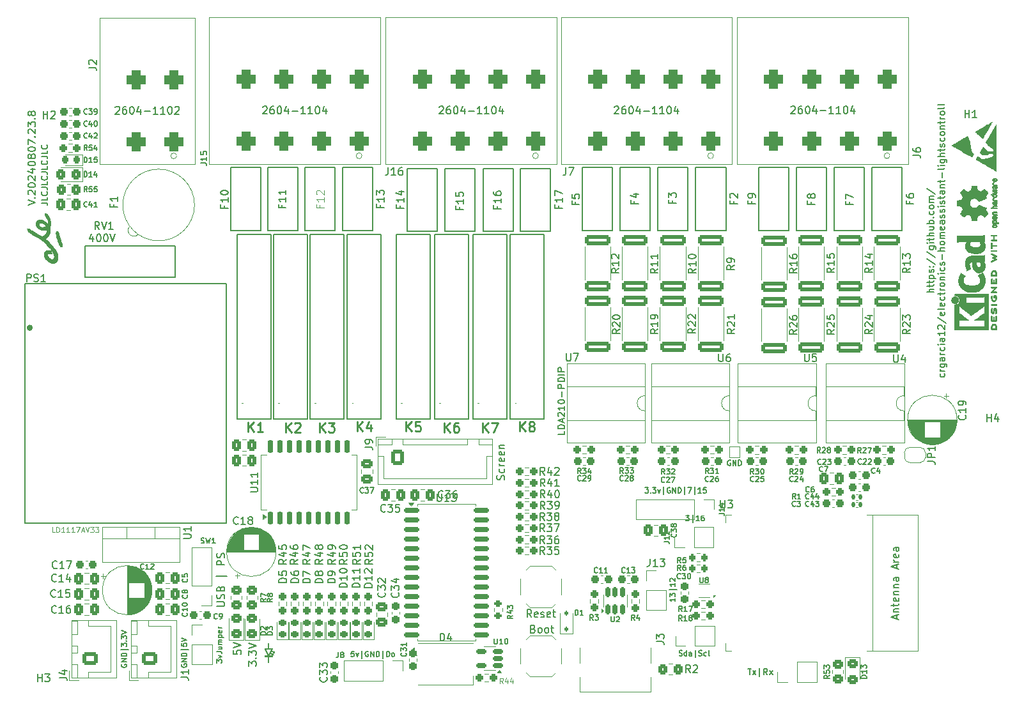
<source format=gbr>
%TF.GenerationSoftware,KiCad,Pcbnew,8.0.4*%
%TF.CreationDate,2024-08-19T03:02:05+02:00*%
%TF.ProjectId,hamodule,68616d6f-6475-46c6-952e-6b696361645f,20240807.23.8*%
%TF.SameCoordinates,Original*%
%TF.FileFunction,Legend,Top*%
%TF.FilePolarity,Positive*%
%FSLAX46Y46*%
G04 Gerber Fmt 4.6, Leading zero omitted, Abs format (unit mm)*
G04 Created by KiCad (PCBNEW 8.0.4) date 2024-08-19 03:02:05*
%MOMM*%
%LPD*%
G01*
G04 APERTURE LIST*
G04 Aperture macros list*
%AMRoundRect*
0 Rectangle with rounded corners*
0 $1 Rounding radius*
0 $2 $3 $4 $5 $6 $7 $8 $9 X,Y pos of 4 corners*
0 Add a 4 corners polygon primitive as box body*
4,1,4,$2,$3,$4,$5,$6,$7,$8,$9,$2,$3,0*
0 Add four circle primitives for the rounded corners*
1,1,$1+$1,$2,$3*
1,1,$1+$1,$4,$5*
1,1,$1+$1,$6,$7*
1,1,$1+$1,$8,$9*
0 Add four rect primitives between the rounded corners*
20,1,$1+$1,$2,$3,$4,$5,0*
20,1,$1+$1,$4,$5,$6,$7,0*
20,1,$1+$1,$6,$7,$8,$9,0*
20,1,$1+$1,$8,$9,$2,$3,0*%
%AMFreePoly0*
4,1,19,0.500000,-0.750000,0.000000,-0.750000,0.000000,-0.744911,-0.071157,-0.744911,-0.207708,-0.704816,-0.327430,-0.627875,-0.420627,-0.520320,-0.479746,-0.390866,-0.500000,-0.250000,-0.500000,0.250000,-0.479746,0.390866,-0.420627,0.520320,-0.327430,0.627875,-0.207708,0.704816,-0.071157,0.744911,0.000000,0.744911,0.000000,0.750000,0.500000,0.750000,0.500000,-0.750000,0.500000,-0.750000,
$1*%
%AMFreePoly1*
4,1,19,0.000000,0.744911,0.071157,0.744911,0.207708,0.704816,0.327430,0.627875,0.420627,0.520320,0.479746,0.390866,0.500000,0.250000,0.500000,-0.250000,0.479746,-0.390866,0.420627,-0.520320,0.327430,-0.627875,0.207708,-0.704816,0.071157,-0.744911,0.000000,-0.744911,0.000000,-0.750000,-0.500000,-0.750000,-0.500000,0.750000,0.000000,0.750000,0.000000,0.744911,0.000000,0.744911,
$1*%
G04 Aperture macros list end*
%ADD10C,0.150000*%
%ADD11C,0.200000*%
%ADD12C,0.125000*%
%ADD13C,0.254000*%
%ADD14C,0.120000*%
%ADD15C,0.010000*%
%ADD16C,0.127000*%
%ADD17C,0.400000*%
%ADD18C,0.100000*%
%ADD19R,1.700000X1.700000*%
%ADD20O,1.700000X1.700000*%
%ADD21RoundRect,0.249999X-1.425001X0.450001X-1.425001X-0.450001X1.425001X-0.450001X1.425001X0.450001X0*%
%ADD22C,1.800000*%
%ADD23RoundRect,0.250000X0.450000X-0.325000X0.450000X0.325000X-0.450000X0.325000X-0.450000X-0.325000X0*%
%ADD24RoundRect,0.250000X0.450000X-0.350000X0.450000X0.350000X-0.450000X0.350000X-0.450000X-0.350000X0*%
%ADD25RoundRect,0.250000X0.750000X-0.600000X0.750000X0.600000X-0.750000X0.600000X-0.750000X-0.600000X0*%
%ADD26O,2.000000X1.700000*%
%ADD27RoundRect,0.250000X0.337500X0.475000X-0.337500X0.475000X-0.337500X-0.475000X0.337500X-0.475000X0*%
%ADD28R,2.000000X2.000000*%
%ADD29C,2.000000*%
%ADD30R,1.905000X2.000000*%
%ADD31O,1.905000X2.000000*%
%ADD32RoundRect,0.625000X0.625000X0.625000X-0.625000X0.625000X-0.625000X-0.625000X0.625000X-0.625000X0*%
%ADD33C,5.500000*%
%ADD34R,1.600000X2.400000*%
%ADD35O,1.600000X2.400000*%
%ADD36RoundRect,0.237500X-0.250000X-0.237500X0.250000X-0.237500X0.250000X0.237500X-0.250000X0.237500X0*%
%ADD37RoundRect,0.237500X0.300000X0.237500X-0.300000X0.237500X-0.300000X-0.237500X0.300000X-0.237500X0*%
%ADD38R,1.800000X1.100000*%
%ADD39RoundRect,0.237500X-0.300000X-0.237500X0.300000X-0.237500X0.300000X0.237500X-0.300000X0.237500X0*%
%ADD40RoundRect,0.237500X-0.237500X0.300000X-0.237500X-0.300000X0.237500X-0.300000X0.237500X0.300000X0*%
%ADD41RoundRect,0.237500X0.250000X0.237500X-0.250000X0.237500X-0.250000X-0.237500X0.250000X-0.237500X0*%
%ADD42RoundRect,0.150000X0.150000X-0.725000X0.150000X0.725000X-0.150000X0.725000X-0.150000X-0.725000X0*%
%ADD43R,1.600000X1.600000*%
%ADD44C,1.600000*%
%ADD45RoundRect,0.237500X0.237500X-0.250000X0.237500X0.250000X-0.237500X0.250000X-0.237500X-0.250000X0*%
%ADD46RoundRect,0.218750X0.256250X-0.218750X0.256250X0.218750X-0.256250X0.218750X-0.256250X-0.218750X0*%
%ADD47RoundRect,0.150000X0.512500X0.150000X-0.512500X0.150000X-0.512500X-0.150000X0.512500X-0.150000X0*%
%ADD48RoundRect,0.200000X0.200000X0.275000X-0.200000X0.275000X-0.200000X-0.275000X0.200000X-0.275000X0*%
%ADD49R,0.900000X1.500000*%
%ADD50R,1.500000X0.900000*%
%ADD51R,1.000000X1.000000*%
%ADD52RoundRect,0.237500X0.237500X-0.300000X0.237500X0.300000X-0.237500X0.300000X-0.237500X-0.300000X0*%
%ADD53RoundRect,0.200000X0.275000X-0.200000X0.275000X0.200000X-0.275000X0.200000X-0.275000X-0.200000X0*%
%ADD54RoundRect,0.250000X-0.450000X0.325000X-0.450000X-0.325000X0.450000X-0.325000X0.450000X0.325000X0*%
%ADD55RoundRect,0.250000X-0.337500X-0.475000X0.337500X-0.475000X0.337500X0.475000X-0.337500X0.475000X0*%
%ADD56RoundRect,0.112500X0.112500X-0.187500X0.112500X0.187500X-0.112500X0.187500X-0.112500X-0.187500X0*%
%ADD57RoundRect,0.250000X0.350000X0.450000X-0.350000X0.450000X-0.350000X-0.450000X0.350000X-0.450000X0*%
%ADD58RoundRect,0.140000X-0.140000X-0.170000X0.140000X-0.170000X0.140000X0.170000X-0.140000X0.170000X0*%
%ADD59C,0.650000*%
%ADD60R,0.600000X1.450000*%
%ADD61R,0.300000X1.450000*%
%ADD62O,1.000000X2.100000*%
%ADD63O,1.000000X1.600000*%
%ADD64RoundRect,0.250000X-0.600000X-0.725000X0.600000X-0.725000X0.600000X0.725000X-0.600000X0.725000X0*%
%ADD65O,1.700000X1.950000*%
%ADD66RoundRect,0.250000X0.325000X0.450000X-0.325000X0.450000X-0.325000X-0.450000X0.325000X-0.450000X0*%
%ADD67RoundRect,0.250000X-0.475000X0.337500X-0.475000X-0.337500X0.475000X-0.337500X0.475000X0.337500X0*%
%ADD68RoundRect,0.250000X-0.350000X-0.450000X0.350000X-0.450000X0.350000X0.450000X-0.350000X0.450000X0*%
%ADD69R,0.500000X0.300000*%
%ADD70RoundRect,0.150000X-0.875000X-0.150000X0.875000X-0.150000X0.875000X0.150000X-0.875000X0.150000X0*%
%ADD71RoundRect,0.150000X0.150000X-0.512500X0.150000X0.512500X-0.150000X0.512500X-0.150000X-0.512500X0*%
%ADD72FreePoly0,0.000000*%
%ADD73FreePoly1,0.000000*%
%ADD74RoundRect,0.218750X0.218750X0.256250X-0.218750X0.256250X-0.218750X-0.256250X0.218750X-0.256250X0*%
G04 APERTURE END LIST*
D10*
X826419Y63665887D02*
X1826419Y63999220D01*
X1826419Y63999220D02*
X826419Y64332553D01*
X1731180Y64665887D02*
X1778800Y64713506D01*
X1778800Y64713506D02*
X1826419Y64665887D01*
X1826419Y64665887D02*
X1778800Y64618268D01*
X1778800Y64618268D02*
X1731180Y64665887D01*
X1731180Y64665887D02*
X1826419Y64665887D01*
X921657Y65094458D02*
X874038Y65142077D01*
X874038Y65142077D02*
X826419Y65237315D01*
X826419Y65237315D02*
X826419Y65475410D01*
X826419Y65475410D02*
X874038Y65570648D01*
X874038Y65570648D02*
X921657Y65618267D01*
X921657Y65618267D02*
X1016895Y65665886D01*
X1016895Y65665886D02*
X1112133Y65665886D01*
X1112133Y65665886D02*
X1254990Y65618267D01*
X1254990Y65618267D02*
X1826419Y65046839D01*
X1826419Y65046839D02*
X1826419Y65665886D01*
X826419Y66284934D02*
X826419Y66380172D01*
X826419Y66380172D02*
X874038Y66475410D01*
X874038Y66475410D02*
X921657Y66523029D01*
X921657Y66523029D02*
X1016895Y66570648D01*
X1016895Y66570648D02*
X1207371Y66618267D01*
X1207371Y66618267D02*
X1445466Y66618267D01*
X1445466Y66618267D02*
X1635942Y66570648D01*
X1635942Y66570648D02*
X1731180Y66523029D01*
X1731180Y66523029D02*
X1778800Y66475410D01*
X1778800Y66475410D02*
X1826419Y66380172D01*
X1826419Y66380172D02*
X1826419Y66284934D01*
X1826419Y66284934D02*
X1778800Y66189696D01*
X1778800Y66189696D02*
X1731180Y66142077D01*
X1731180Y66142077D02*
X1635942Y66094458D01*
X1635942Y66094458D02*
X1445466Y66046839D01*
X1445466Y66046839D02*
X1207371Y66046839D01*
X1207371Y66046839D02*
X1016895Y66094458D01*
X1016895Y66094458D02*
X921657Y66142077D01*
X921657Y66142077D02*
X874038Y66189696D01*
X874038Y66189696D02*
X826419Y66284934D01*
X921657Y66999220D02*
X874038Y67046839D01*
X874038Y67046839D02*
X826419Y67142077D01*
X826419Y67142077D02*
X826419Y67380172D01*
X826419Y67380172D02*
X874038Y67475410D01*
X874038Y67475410D02*
X921657Y67523029D01*
X921657Y67523029D02*
X1016895Y67570648D01*
X1016895Y67570648D02*
X1112133Y67570648D01*
X1112133Y67570648D02*
X1254990Y67523029D01*
X1254990Y67523029D02*
X1826419Y66951601D01*
X1826419Y66951601D02*
X1826419Y67570648D01*
X1159752Y68427791D02*
X1826419Y68427791D01*
X778800Y68189696D02*
X1493085Y67951601D01*
X1493085Y67951601D02*
X1493085Y68570648D01*
X826419Y69142077D02*
X826419Y69237315D01*
X826419Y69237315D02*
X874038Y69332553D01*
X874038Y69332553D02*
X921657Y69380172D01*
X921657Y69380172D02*
X1016895Y69427791D01*
X1016895Y69427791D02*
X1207371Y69475410D01*
X1207371Y69475410D02*
X1445466Y69475410D01*
X1445466Y69475410D02*
X1635942Y69427791D01*
X1635942Y69427791D02*
X1731180Y69380172D01*
X1731180Y69380172D02*
X1778800Y69332553D01*
X1778800Y69332553D02*
X1826419Y69237315D01*
X1826419Y69237315D02*
X1826419Y69142077D01*
X1826419Y69142077D02*
X1778800Y69046839D01*
X1778800Y69046839D02*
X1731180Y68999220D01*
X1731180Y68999220D02*
X1635942Y68951601D01*
X1635942Y68951601D02*
X1445466Y68903982D01*
X1445466Y68903982D02*
X1207371Y68903982D01*
X1207371Y68903982D02*
X1016895Y68951601D01*
X1016895Y68951601D02*
X921657Y68999220D01*
X921657Y68999220D02*
X874038Y69046839D01*
X874038Y69046839D02*
X826419Y69142077D01*
X1254990Y70046839D02*
X1207371Y69951601D01*
X1207371Y69951601D02*
X1159752Y69903982D01*
X1159752Y69903982D02*
X1064514Y69856363D01*
X1064514Y69856363D02*
X1016895Y69856363D01*
X1016895Y69856363D02*
X921657Y69903982D01*
X921657Y69903982D02*
X874038Y69951601D01*
X874038Y69951601D02*
X826419Y70046839D01*
X826419Y70046839D02*
X826419Y70237315D01*
X826419Y70237315D02*
X874038Y70332553D01*
X874038Y70332553D02*
X921657Y70380172D01*
X921657Y70380172D02*
X1016895Y70427791D01*
X1016895Y70427791D02*
X1064514Y70427791D01*
X1064514Y70427791D02*
X1159752Y70380172D01*
X1159752Y70380172D02*
X1207371Y70332553D01*
X1207371Y70332553D02*
X1254990Y70237315D01*
X1254990Y70237315D02*
X1254990Y70046839D01*
X1254990Y70046839D02*
X1302609Y69951601D01*
X1302609Y69951601D02*
X1350228Y69903982D01*
X1350228Y69903982D02*
X1445466Y69856363D01*
X1445466Y69856363D02*
X1635942Y69856363D01*
X1635942Y69856363D02*
X1731180Y69903982D01*
X1731180Y69903982D02*
X1778800Y69951601D01*
X1778800Y69951601D02*
X1826419Y70046839D01*
X1826419Y70046839D02*
X1826419Y70237315D01*
X1826419Y70237315D02*
X1778800Y70332553D01*
X1778800Y70332553D02*
X1731180Y70380172D01*
X1731180Y70380172D02*
X1635942Y70427791D01*
X1635942Y70427791D02*
X1445466Y70427791D01*
X1445466Y70427791D02*
X1350228Y70380172D01*
X1350228Y70380172D02*
X1302609Y70332553D01*
X1302609Y70332553D02*
X1254990Y70237315D01*
X826419Y71046839D02*
X826419Y71142077D01*
X826419Y71142077D02*
X874038Y71237315D01*
X874038Y71237315D02*
X921657Y71284934D01*
X921657Y71284934D02*
X1016895Y71332553D01*
X1016895Y71332553D02*
X1207371Y71380172D01*
X1207371Y71380172D02*
X1445466Y71380172D01*
X1445466Y71380172D02*
X1635942Y71332553D01*
X1635942Y71332553D02*
X1731180Y71284934D01*
X1731180Y71284934D02*
X1778800Y71237315D01*
X1778800Y71237315D02*
X1826419Y71142077D01*
X1826419Y71142077D02*
X1826419Y71046839D01*
X1826419Y71046839D02*
X1778800Y70951601D01*
X1778800Y70951601D02*
X1731180Y70903982D01*
X1731180Y70903982D02*
X1635942Y70856363D01*
X1635942Y70856363D02*
X1445466Y70808744D01*
X1445466Y70808744D02*
X1207371Y70808744D01*
X1207371Y70808744D02*
X1016895Y70856363D01*
X1016895Y70856363D02*
X921657Y70903982D01*
X921657Y70903982D02*
X874038Y70951601D01*
X874038Y70951601D02*
X826419Y71046839D01*
X826419Y71713506D02*
X826419Y72380172D01*
X826419Y72380172D02*
X1826419Y71951601D01*
X1731180Y72761125D02*
X1778800Y72808744D01*
X1778800Y72808744D02*
X1826419Y72761125D01*
X1826419Y72761125D02*
X1778800Y72713506D01*
X1778800Y72713506D02*
X1731180Y72761125D01*
X1731180Y72761125D02*
X1826419Y72761125D01*
X921657Y73189696D02*
X874038Y73237315D01*
X874038Y73237315D02*
X826419Y73332553D01*
X826419Y73332553D02*
X826419Y73570648D01*
X826419Y73570648D02*
X874038Y73665886D01*
X874038Y73665886D02*
X921657Y73713505D01*
X921657Y73713505D02*
X1016895Y73761124D01*
X1016895Y73761124D02*
X1112133Y73761124D01*
X1112133Y73761124D02*
X1254990Y73713505D01*
X1254990Y73713505D02*
X1826419Y73142077D01*
X1826419Y73142077D02*
X1826419Y73761124D01*
X826419Y74094458D02*
X826419Y74713505D01*
X826419Y74713505D02*
X1207371Y74380172D01*
X1207371Y74380172D02*
X1207371Y74523029D01*
X1207371Y74523029D02*
X1254990Y74618267D01*
X1254990Y74618267D02*
X1302609Y74665886D01*
X1302609Y74665886D02*
X1397847Y74713505D01*
X1397847Y74713505D02*
X1635942Y74713505D01*
X1635942Y74713505D02*
X1731180Y74665886D01*
X1731180Y74665886D02*
X1778800Y74618267D01*
X1778800Y74618267D02*
X1826419Y74523029D01*
X1826419Y74523029D02*
X1826419Y74237315D01*
X1826419Y74237315D02*
X1778800Y74142077D01*
X1778800Y74142077D02*
X1731180Y74094458D01*
X1731180Y75142077D02*
X1778800Y75189696D01*
X1778800Y75189696D02*
X1826419Y75142077D01*
X1826419Y75142077D02*
X1778800Y75094458D01*
X1778800Y75094458D02*
X1731180Y75142077D01*
X1731180Y75142077D02*
X1826419Y75142077D01*
X1254990Y75761124D02*
X1207371Y75665886D01*
X1207371Y75665886D02*
X1159752Y75618267D01*
X1159752Y75618267D02*
X1064514Y75570648D01*
X1064514Y75570648D02*
X1016895Y75570648D01*
X1016895Y75570648D02*
X921657Y75618267D01*
X921657Y75618267D02*
X874038Y75665886D01*
X874038Y75665886D02*
X826419Y75761124D01*
X826419Y75761124D02*
X826419Y75951600D01*
X826419Y75951600D02*
X874038Y76046838D01*
X874038Y76046838D02*
X921657Y76094457D01*
X921657Y76094457D02*
X1016895Y76142076D01*
X1016895Y76142076D02*
X1064514Y76142076D01*
X1064514Y76142076D02*
X1159752Y76094457D01*
X1159752Y76094457D02*
X1207371Y76046838D01*
X1207371Y76046838D02*
X1254990Y75951600D01*
X1254990Y75951600D02*
X1254990Y75761124D01*
X1254990Y75761124D02*
X1302609Y75665886D01*
X1302609Y75665886D02*
X1350228Y75618267D01*
X1350228Y75618267D02*
X1445466Y75570648D01*
X1445466Y75570648D02*
X1635942Y75570648D01*
X1635942Y75570648D02*
X1731180Y75618267D01*
X1731180Y75618267D02*
X1778800Y75665886D01*
X1778800Y75665886D02*
X1826419Y75761124D01*
X1826419Y75761124D02*
X1826419Y75951600D01*
X1826419Y75951600D02*
X1778800Y76046838D01*
X1778800Y76046838D02*
X1731180Y76094457D01*
X1731180Y76094457D02*
X1635942Y76142076D01*
X1635942Y76142076D02*
X1445466Y76142076D01*
X1445466Y76142076D02*
X1350228Y76094457D01*
X1350228Y76094457D02*
X1302609Y76046838D01*
X1302609Y76046838D02*
X1254990Y75951600D01*
D11*
X2607695Y63970362D02*
X3179123Y63970362D01*
X3179123Y63970362D02*
X3293409Y63932267D01*
X3293409Y63932267D02*
X3369600Y63856076D01*
X3369600Y63856076D02*
X3407695Y63741791D01*
X3407695Y63741791D02*
X3407695Y63665600D01*
X3407695Y64732267D02*
X3407695Y64351315D01*
X3407695Y64351315D02*
X2607695Y64351315D01*
X3331504Y65456077D02*
X3369600Y65417981D01*
X3369600Y65417981D02*
X3407695Y65303696D01*
X3407695Y65303696D02*
X3407695Y65227505D01*
X3407695Y65227505D02*
X3369600Y65113219D01*
X3369600Y65113219D02*
X3293409Y65037029D01*
X3293409Y65037029D02*
X3217219Y64998934D01*
X3217219Y64998934D02*
X3064838Y64960838D01*
X3064838Y64960838D02*
X2950552Y64960838D01*
X2950552Y64960838D02*
X2798171Y64998934D01*
X2798171Y64998934D02*
X2721980Y65037029D01*
X2721980Y65037029D02*
X2645790Y65113219D01*
X2645790Y65113219D02*
X2607695Y65227505D01*
X2607695Y65227505D02*
X2607695Y65303696D01*
X2607695Y65303696D02*
X2645790Y65417981D01*
X2645790Y65417981D02*
X2683885Y65456077D01*
X2607695Y66027505D02*
X3179123Y66027505D01*
X3179123Y66027505D02*
X3293409Y65989410D01*
X3293409Y65989410D02*
X3369600Y65913219D01*
X3369600Y65913219D02*
X3407695Y65798934D01*
X3407695Y65798934D02*
X3407695Y65722743D01*
X3407695Y66789410D02*
X3407695Y66408458D01*
X3407695Y66408458D02*
X2607695Y66408458D01*
X3331504Y67513220D02*
X3369600Y67475124D01*
X3369600Y67475124D02*
X3407695Y67360839D01*
X3407695Y67360839D02*
X3407695Y67284648D01*
X3407695Y67284648D02*
X3369600Y67170362D01*
X3369600Y67170362D02*
X3293409Y67094172D01*
X3293409Y67094172D02*
X3217219Y67056077D01*
X3217219Y67056077D02*
X3064838Y67017981D01*
X3064838Y67017981D02*
X2950552Y67017981D01*
X2950552Y67017981D02*
X2798171Y67056077D01*
X2798171Y67056077D02*
X2721980Y67094172D01*
X2721980Y67094172D02*
X2645790Y67170362D01*
X2645790Y67170362D02*
X2607695Y67284648D01*
X2607695Y67284648D02*
X2607695Y67360839D01*
X2607695Y67360839D02*
X2645790Y67475124D01*
X2645790Y67475124D02*
X2683885Y67513220D01*
X2607695Y68084648D02*
X3179123Y68084648D01*
X3179123Y68084648D02*
X3293409Y68046553D01*
X3293409Y68046553D02*
X3369600Y67970362D01*
X3369600Y67970362D02*
X3407695Y67856077D01*
X3407695Y67856077D02*
X3407695Y67779886D01*
X3407695Y68846553D02*
X3407695Y68465601D01*
X3407695Y68465601D02*
X2607695Y68465601D01*
X3331504Y69570363D02*
X3369600Y69532267D01*
X3369600Y69532267D02*
X3407695Y69417982D01*
X3407695Y69417982D02*
X3407695Y69341791D01*
X3407695Y69341791D02*
X3369600Y69227505D01*
X3369600Y69227505D02*
X3293409Y69151315D01*
X3293409Y69151315D02*
X3217219Y69113220D01*
X3217219Y69113220D02*
X3064838Y69075124D01*
X3064838Y69075124D02*
X2950552Y69075124D01*
X2950552Y69075124D02*
X2798171Y69113220D01*
X2798171Y69113220D02*
X2721980Y69151315D01*
X2721980Y69151315D02*
X2645790Y69227505D01*
X2645790Y69227505D02*
X2607695Y69341791D01*
X2607695Y69341791D02*
X2607695Y69417982D01*
X2607695Y69417982D02*
X2645790Y69532267D01*
X2645790Y69532267D02*
X2683885Y69570363D01*
X2607695Y70141791D02*
X3179123Y70141791D01*
X3179123Y70141791D02*
X3293409Y70103696D01*
X3293409Y70103696D02*
X3369600Y70027505D01*
X3369600Y70027505D02*
X3407695Y69913220D01*
X3407695Y69913220D02*
X3407695Y69837029D01*
X3407695Y70903696D02*
X3407695Y70522744D01*
X3407695Y70522744D02*
X2607695Y70522744D01*
X3331504Y71627506D02*
X3369600Y71589410D01*
X3369600Y71589410D02*
X3407695Y71475125D01*
X3407695Y71475125D02*
X3407695Y71398934D01*
X3407695Y71398934D02*
X3369600Y71284648D01*
X3369600Y71284648D02*
X3293409Y71208458D01*
X3293409Y71208458D02*
X3217219Y71170363D01*
X3217219Y71170363D02*
X3064838Y71132267D01*
X3064838Y71132267D02*
X2950552Y71132267D01*
X2950552Y71132267D02*
X2798171Y71170363D01*
X2798171Y71170363D02*
X2721980Y71208458D01*
X2721980Y71208458D02*
X2645790Y71284648D01*
X2645790Y71284648D02*
X2607695Y71398934D01*
X2607695Y71398934D02*
X2607695Y71475125D01*
X2607695Y71475125D02*
X2645790Y71589410D01*
X2645790Y71589410D02*
X2683885Y71627506D01*
D10*
X120808082Y52154114D02*
X119908082Y52154114D01*
X120808082Y52539828D02*
X120336653Y52539828D01*
X120336653Y52539828D02*
X120250939Y52496971D01*
X120250939Y52496971D02*
X120208082Y52411257D01*
X120208082Y52411257D02*
X120208082Y52282686D01*
X120208082Y52282686D02*
X120250939Y52196971D01*
X120250939Y52196971D02*
X120293796Y52154114D01*
X120208082Y52839829D02*
X120208082Y53182686D01*
X119908082Y52968400D02*
X120679510Y52968400D01*
X120679510Y52968400D02*
X120765225Y53011257D01*
X120765225Y53011257D02*
X120808082Y53096972D01*
X120808082Y53096972D02*
X120808082Y53182686D01*
X120208082Y53354115D02*
X120208082Y53696972D01*
X119908082Y53482686D02*
X120679510Y53482686D01*
X120679510Y53482686D02*
X120765225Y53525543D01*
X120765225Y53525543D02*
X120808082Y53611258D01*
X120808082Y53611258D02*
X120808082Y53696972D01*
X120208082Y53996972D02*
X121108082Y53996972D01*
X120250939Y53996972D02*
X120208082Y54082686D01*
X120208082Y54082686D02*
X120208082Y54254115D01*
X120208082Y54254115D02*
X120250939Y54339829D01*
X120250939Y54339829D02*
X120293796Y54382686D01*
X120293796Y54382686D02*
X120379510Y54425544D01*
X120379510Y54425544D02*
X120636653Y54425544D01*
X120636653Y54425544D02*
X120722367Y54382686D01*
X120722367Y54382686D02*
X120765225Y54339829D01*
X120765225Y54339829D02*
X120808082Y54254115D01*
X120808082Y54254115D02*
X120808082Y54082686D01*
X120808082Y54082686D02*
X120765225Y53996972D01*
X120765225Y54768401D02*
X120808082Y54854115D01*
X120808082Y54854115D02*
X120808082Y55025544D01*
X120808082Y55025544D02*
X120765225Y55111258D01*
X120765225Y55111258D02*
X120679510Y55154115D01*
X120679510Y55154115D02*
X120636653Y55154115D01*
X120636653Y55154115D02*
X120550939Y55111258D01*
X120550939Y55111258D02*
X120508082Y55025544D01*
X120508082Y55025544D02*
X120508082Y54896972D01*
X120508082Y54896972D02*
X120465225Y54811258D01*
X120465225Y54811258D02*
X120379510Y54768401D01*
X120379510Y54768401D02*
X120336653Y54768401D01*
X120336653Y54768401D02*
X120250939Y54811258D01*
X120250939Y54811258D02*
X120208082Y54896972D01*
X120208082Y54896972D02*
X120208082Y55025544D01*
X120208082Y55025544D02*
X120250939Y55111258D01*
X120722367Y55539829D02*
X120765225Y55582686D01*
X120765225Y55582686D02*
X120808082Y55539829D01*
X120808082Y55539829D02*
X120765225Y55496972D01*
X120765225Y55496972D02*
X120722367Y55539829D01*
X120722367Y55539829D02*
X120808082Y55539829D01*
X120250939Y55539829D02*
X120293796Y55582686D01*
X120293796Y55582686D02*
X120336653Y55539829D01*
X120336653Y55539829D02*
X120293796Y55496972D01*
X120293796Y55496972D02*
X120250939Y55539829D01*
X120250939Y55539829D02*
X120336653Y55539829D01*
X119865225Y56611257D02*
X121022367Y55839829D01*
X119865225Y57554114D02*
X121022367Y56782686D01*
X120208082Y58239828D02*
X120936653Y58239828D01*
X120936653Y58239828D02*
X121022367Y58196971D01*
X121022367Y58196971D02*
X121065225Y58154114D01*
X121065225Y58154114D02*
X121108082Y58068400D01*
X121108082Y58068400D02*
X121108082Y57939828D01*
X121108082Y57939828D02*
X121065225Y57854114D01*
X120765225Y58239828D02*
X120808082Y58154114D01*
X120808082Y58154114D02*
X120808082Y57982686D01*
X120808082Y57982686D02*
X120765225Y57896971D01*
X120765225Y57896971D02*
X120722367Y57854114D01*
X120722367Y57854114D02*
X120636653Y57811257D01*
X120636653Y57811257D02*
X120379510Y57811257D01*
X120379510Y57811257D02*
X120293796Y57854114D01*
X120293796Y57854114D02*
X120250939Y57896971D01*
X120250939Y57896971D02*
X120208082Y57982686D01*
X120208082Y57982686D02*
X120208082Y58154114D01*
X120208082Y58154114D02*
X120250939Y58239828D01*
X120808082Y58668400D02*
X120208082Y58668400D01*
X119908082Y58668400D02*
X119950939Y58625543D01*
X119950939Y58625543D02*
X119993796Y58668400D01*
X119993796Y58668400D02*
X119950939Y58711257D01*
X119950939Y58711257D02*
X119908082Y58668400D01*
X119908082Y58668400D02*
X119993796Y58668400D01*
X120208082Y58968400D02*
X120208082Y59311257D01*
X119908082Y59096971D02*
X120679510Y59096971D01*
X120679510Y59096971D02*
X120765225Y59139828D01*
X120765225Y59139828D02*
X120808082Y59225543D01*
X120808082Y59225543D02*
X120808082Y59311257D01*
X120808082Y59611257D02*
X119908082Y59611257D01*
X120808082Y59996971D02*
X120336653Y59996971D01*
X120336653Y59996971D02*
X120250939Y59954114D01*
X120250939Y59954114D02*
X120208082Y59868400D01*
X120208082Y59868400D02*
X120208082Y59739829D01*
X120208082Y59739829D02*
X120250939Y59654114D01*
X120250939Y59654114D02*
X120293796Y59611257D01*
X120208082Y60811257D02*
X120808082Y60811257D01*
X120208082Y60425543D02*
X120679510Y60425543D01*
X120679510Y60425543D02*
X120765225Y60468400D01*
X120765225Y60468400D02*
X120808082Y60554115D01*
X120808082Y60554115D02*
X120808082Y60682686D01*
X120808082Y60682686D02*
X120765225Y60768400D01*
X120765225Y60768400D02*
X120722367Y60811257D01*
X120808082Y61239829D02*
X119908082Y61239829D01*
X120250939Y61239829D02*
X120208082Y61325543D01*
X120208082Y61325543D02*
X120208082Y61496972D01*
X120208082Y61496972D02*
X120250939Y61582686D01*
X120250939Y61582686D02*
X120293796Y61625543D01*
X120293796Y61625543D02*
X120379510Y61668401D01*
X120379510Y61668401D02*
X120636653Y61668401D01*
X120636653Y61668401D02*
X120722367Y61625543D01*
X120722367Y61625543D02*
X120765225Y61582686D01*
X120765225Y61582686D02*
X120808082Y61496972D01*
X120808082Y61496972D02*
X120808082Y61325543D01*
X120808082Y61325543D02*
X120765225Y61239829D01*
X120722367Y62054115D02*
X120765225Y62096972D01*
X120765225Y62096972D02*
X120808082Y62054115D01*
X120808082Y62054115D02*
X120765225Y62011258D01*
X120765225Y62011258D02*
X120722367Y62054115D01*
X120722367Y62054115D02*
X120808082Y62054115D01*
X120765225Y62868400D02*
X120808082Y62782686D01*
X120808082Y62782686D02*
X120808082Y62611258D01*
X120808082Y62611258D02*
X120765225Y62525543D01*
X120765225Y62525543D02*
X120722367Y62482686D01*
X120722367Y62482686D02*
X120636653Y62439829D01*
X120636653Y62439829D02*
X120379510Y62439829D01*
X120379510Y62439829D02*
X120293796Y62482686D01*
X120293796Y62482686D02*
X120250939Y62525543D01*
X120250939Y62525543D02*
X120208082Y62611258D01*
X120208082Y62611258D02*
X120208082Y62782686D01*
X120208082Y62782686D02*
X120250939Y62868400D01*
X120808082Y63382687D02*
X120765225Y63296972D01*
X120765225Y63296972D02*
X120722367Y63254115D01*
X120722367Y63254115D02*
X120636653Y63211258D01*
X120636653Y63211258D02*
X120379510Y63211258D01*
X120379510Y63211258D02*
X120293796Y63254115D01*
X120293796Y63254115D02*
X120250939Y63296972D01*
X120250939Y63296972D02*
X120208082Y63382687D01*
X120208082Y63382687D02*
X120208082Y63511258D01*
X120208082Y63511258D02*
X120250939Y63596972D01*
X120250939Y63596972D02*
X120293796Y63639829D01*
X120293796Y63639829D02*
X120379510Y63682687D01*
X120379510Y63682687D02*
X120636653Y63682687D01*
X120636653Y63682687D02*
X120722367Y63639829D01*
X120722367Y63639829D02*
X120765225Y63596972D01*
X120765225Y63596972D02*
X120808082Y63511258D01*
X120808082Y63511258D02*
X120808082Y63382687D01*
X120808082Y64068401D02*
X120208082Y64068401D01*
X120293796Y64068401D02*
X120250939Y64111258D01*
X120250939Y64111258D02*
X120208082Y64196973D01*
X120208082Y64196973D02*
X120208082Y64325544D01*
X120208082Y64325544D02*
X120250939Y64411258D01*
X120250939Y64411258D02*
X120336653Y64454115D01*
X120336653Y64454115D02*
X120808082Y64454115D01*
X120336653Y64454115D02*
X120250939Y64496973D01*
X120250939Y64496973D02*
X120208082Y64582687D01*
X120208082Y64582687D02*
X120208082Y64711258D01*
X120208082Y64711258D02*
X120250939Y64796973D01*
X120250939Y64796973D02*
X120336653Y64839830D01*
X120336653Y64839830D02*
X120808082Y64839830D01*
X119865225Y65911258D02*
X121022367Y65139830D01*
X122214175Y41311253D02*
X122257032Y41225539D01*
X122257032Y41225539D02*
X122257032Y41054111D01*
X122257032Y41054111D02*
X122214175Y40968396D01*
X122214175Y40968396D02*
X122171317Y40925539D01*
X122171317Y40925539D02*
X122085603Y40882682D01*
X122085603Y40882682D02*
X121828460Y40882682D01*
X121828460Y40882682D02*
X121742746Y40925539D01*
X121742746Y40925539D02*
X121699889Y40968396D01*
X121699889Y40968396D02*
X121657032Y41054111D01*
X121657032Y41054111D02*
X121657032Y41225539D01*
X121657032Y41225539D02*
X121699889Y41311253D01*
X122257032Y41696968D02*
X121657032Y41696968D01*
X121828460Y41696968D02*
X121742746Y41739825D01*
X121742746Y41739825D02*
X121699889Y41782682D01*
X121699889Y41782682D02*
X121657032Y41868397D01*
X121657032Y41868397D02*
X121657032Y41954111D01*
X121657032Y42639825D02*
X122385603Y42639825D01*
X122385603Y42639825D02*
X122471317Y42596968D01*
X122471317Y42596968D02*
X122514175Y42554111D01*
X122514175Y42554111D02*
X122557032Y42468397D01*
X122557032Y42468397D02*
X122557032Y42339825D01*
X122557032Y42339825D02*
X122514175Y42254111D01*
X122214175Y42639825D02*
X122257032Y42554111D01*
X122257032Y42554111D02*
X122257032Y42382683D01*
X122257032Y42382683D02*
X122214175Y42296968D01*
X122214175Y42296968D02*
X122171317Y42254111D01*
X122171317Y42254111D02*
X122085603Y42211254D01*
X122085603Y42211254D02*
X121828460Y42211254D01*
X121828460Y42211254D02*
X121742746Y42254111D01*
X121742746Y42254111D02*
X121699889Y42296968D01*
X121699889Y42296968D02*
X121657032Y42382683D01*
X121657032Y42382683D02*
X121657032Y42554111D01*
X121657032Y42554111D02*
X121699889Y42639825D01*
X122257032Y43454111D02*
X121785603Y43454111D01*
X121785603Y43454111D02*
X121699889Y43411254D01*
X121699889Y43411254D02*
X121657032Y43325540D01*
X121657032Y43325540D02*
X121657032Y43154111D01*
X121657032Y43154111D02*
X121699889Y43068397D01*
X122214175Y43454111D02*
X122257032Y43368397D01*
X122257032Y43368397D02*
X122257032Y43154111D01*
X122257032Y43154111D02*
X122214175Y43068397D01*
X122214175Y43068397D02*
X122128460Y43025540D01*
X122128460Y43025540D02*
X122042746Y43025540D01*
X122042746Y43025540D02*
X121957032Y43068397D01*
X121957032Y43068397D02*
X121914175Y43154111D01*
X121914175Y43154111D02*
X121914175Y43368397D01*
X121914175Y43368397D02*
X121871317Y43454111D01*
X122257032Y43882683D02*
X121657032Y43882683D01*
X121828460Y43882683D02*
X121742746Y43925540D01*
X121742746Y43925540D02*
X121699889Y43968397D01*
X121699889Y43968397D02*
X121657032Y44054112D01*
X121657032Y44054112D02*
X121657032Y44139826D01*
X122214175Y44825540D02*
X122257032Y44739826D01*
X122257032Y44739826D02*
X122257032Y44568398D01*
X122257032Y44568398D02*
X122214175Y44482683D01*
X122214175Y44482683D02*
X122171317Y44439826D01*
X122171317Y44439826D02*
X122085603Y44396969D01*
X122085603Y44396969D02*
X121828460Y44396969D01*
X121828460Y44396969D02*
X121742746Y44439826D01*
X121742746Y44439826D02*
X121699889Y44482683D01*
X121699889Y44482683D02*
X121657032Y44568398D01*
X121657032Y44568398D02*
X121657032Y44739826D01*
X121657032Y44739826D02*
X121699889Y44825540D01*
X122257032Y45211255D02*
X121657032Y45211255D01*
X121357032Y45211255D02*
X121399889Y45168398D01*
X121399889Y45168398D02*
X121442746Y45211255D01*
X121442746Y45211255D02*
X121399889Y45254112D01*
X121399889Y45254112D02*
X121357032Y45211255D01*
X121357032Y45211255D02*
X121442746Y45211255D01*
X122257032Y46025540D02*
X121785603Y46025540D01*
X121785603Y46025540D02*
X121699889Y45982683D01*
X121699889Y45982683D02*
X121657032Y45896969D01*
X121657032Y45896969D02*
X121657032Y45725540D01*
X121657032Y45725540D02*
X121699889Y45639826D01*
X122214175Y46025540D02*
X122257032Y45939826D01*
X122257032Y45939826D02*
X122257032Y45725540D01*
X122257032Y45725540D02*
X122214175Y45639826D01*
X122214175Y45639826D02*
X122128460Y45596969D01*
X122128460Y45596969D02*
X122042746Y45596969D01*
X122042746Y45596969D02*
X121957032Y45639826D01*
X121957032Y45639826D02*
X121914175Y45725540D01*
X121914175Y45725540D02*
X121914175Y45939826D01*
X121914175Y45939826D02*
X121871317Y46025540D01*
X122257032Y46925541D02*
X122257032Y46411255D01*
X122257032Y46668398D02*
X121357032Y46668398D01*
X121357032Y46668398D02*
X121485603Y46582684D01*
X121485603Y46582684D02*
X121571317Y46496969D01*
X121571317Y46496969D02*
X121614175Y46411255D01*
X121442746Y47268398D02*
X121399889Y47311255D01*
X121399889Y47311255D02*
X121357032Y47396969D01*
X121357032Y47396969D02*
X121357032Y47611255D01*
X121357032Y47611255D02*
X121399889Y47696969D01*
X121399889Y47696969D02*
X121442746Y47739827D01*
X121442746Y47739827D02*
X121528460Y47782684D01*
X121528460Y47782684D02*
X121614175Y47782684D01*
X121614175Y47782684D02*
X121742746Y47739827D01*
X121742746Y47739827D02*
X122257032Y47225541D01*
X122257032Y47225541D02*
X122257032Y47782684D01*
X121314175Y48811255D02*
X122471317Y48039827D01*
X122214175Y49454112D02*
X122257032Y49368398D01*
X122257032Y49368398D02*
X122257032Y49196969D01*
X122257032Y49196969D02*
X122214175Y49111255D01*
X122214175Y49111255D02*
X122128460Y49068398D01*
X122128460Y49068398D02*
X121785603Y49068398D01*
X121785603Y49068398D02*
X121699889Y49111255D01*
X121699889Y49111255D02*
X121657032Y49196969D01*
X121657032Y49196969D02*
X121657032Y49368398D01*
X121657032Y49368398D02*
X121699889Y49454112D01*
X121699889Y49454112D02*
X121785603Y49496969D01*
X121785603Y49496969D02*
X121871317Y49496969D01*
X121871317Y49496969D02*
X121957032Y49068398D01*
X122257032Y50011256D02*
X122214175Y49925541D01*
X122214175Y49925541D02*
X122128460Y49882684D01*
X122128460Y49882684D02*
X121357032Y49882684D01*
X122214175Y50696970D02*
X122257032Y50611256D01*
X122257032Y50611256D02*
X122257032Y50439827D01*
X122257032Y50439827D02*
X122214175Y50354113D01*
X122214175Y50354113D02*
X122128460Y50311256D01*
X122128460Y50311256D02*
X121785603Y50311256D01*
X121785603Y50311256D02*
X121699889Y50354113D01*
X121699889Y50354113D02*
X121657032Y50439827D01*
X121657032Y50439827D02*
X121657032Y50611256D01*
X121657032Y50611256D02*
X121699889Y50696970D01*
X121699889Y50696970D02*
X121785603Y50739827D01*
X121785603Y50739827D02*
X121871317Y50739827D01*
X121871317Y50739827D02*
X121957032Y50311256D01*
X122214175Y51511256D02*
X122257032Y51425542D01*
X122257032Y51425542D02*
X122257032Y51254114D01*
X122257032Y51254114D02*
X122214175Y51168399D01*
X122214175Y51168399D02*
X122171317Y51125542D01*
X122171317Y51125542D02*
X122085603Y51082685D01*
X122085603Y51082685D02*
X121828460Y51082685D01*
X121828460Y51082685D02*
X121742746Y51125542D01*
X121742746Y51125542D02*
X121699889Y51168399D01*
X121699889Y51168399D02*
X121657032Y51254114D01*
X121657032Y51254114D02*
X121657032Y51425542D01*
X121657032Y51425542D02*
X121699889Y51511256D01*
X121657032Y51768400D02*
X121657032Y52111257D01*
X121357032Y51896971D02*
X122128460Y51896971D01*
X122128460Y51896971D02*
X122214175Y51939828D01*
X122214175Y51939828D02*
X122257032Y52025543D01*
X122257032Y52025543D02*
X122257032Y52111257D01*
X122257032Y52411257D02*
X121657032Y52411257D01*
X121828460Y52411257D02*
X121742746Y52454114D01*
X121742746Y52454114D02*
X121699889Y52496971D01*
X121699889Y52496971D02*
X121657032Y52582686D01*
X121657032Y52582686D02*
X121657032Y52668400D01*
X122257032Y53096972D02*
X122214175Y53011257D01*
X122214175Y53011257D02*
X122171317Y52968400D01*
X122171317Y52968400D02*
X122085603Y52925543D01*
X122085603Y52925543D02*
X121828460Y52925543D01*
X121828460Y52925543D02*
X121742746Y52968400D01*
X121742746Y52968400D02*
X121699889Y53011257D01*
X121699889Y53011257D02*
X121657032Y53096972D01*
X121657032Y53096972D02*
X121657032Y53225543D01*
X121657032Y53225543D02*
X121699889Y53311257D01*
X121699889Y53311257D02*
X121742746Y53354114D01*
X121742746Y53354114D02*
X121828460Y53396972D01*
X121828460Y53396972D02*
X122085603Y53396972D01*
X122085603Y53396972D02*
X122171317Y53354114D01*
X122171317Y53354114D02*
X122214175Y53311257D01*
X122214175Y53311257D02*
X122257032Y53225543D01*
X122257032Y53225543D02*
X122257032Y53096972D01*
X121657032Y53782686D02*
X122257032Y53782686D01*
X121742746Y53782686D02*
X121699889Y53825543D01*
X121699889Y53825543D02*
X121657032Y53911258D01*
X121657032Y53911258D02*
X121657032Y54039829D01*
X121657032Y54039829D02*
X121699889Y54125543D01*
X121699889Y54125543D02*
X121785603Y54168400D01*
X121785603Y54168400D02*
X122257032Y54168400D01*
X122257032Y54596972D02*
X121657032Y54596972D01*
X121357032Y54596972D02*
X121399889Y54554115D01*
X121399889Y54554115D02*
X121442746Y54596972D01*
X121442746Y54596972D02*
X121399889Y54639829D01*
X121399889Y54639829D02*
X121357032Y54596972D01*
X121357032Y54596972D02*
X121442746Y54596972D01*
X122214175Y55411257D02*
X122257032Y55325543D01*
X122257032Y55325543D02*
X122257032Y55154115D01*
X122257032Y55154115D02*
X122214175Y55068400D01*
X122214175Y55068400D02*
X122171317Y55025543D01*
X122171317Y55025543D02*
X122085603Y54982686D01*
X122085603Y54982686D02*
X121828460Y54982686D01*
X121828460Y54982686D02*
X121742746Y55025543D01*
X121742746Y55025543D02*
X121699889Y55068400D01*
X121699889Y55068400D02*
X121657032Y55154115D01*
X121657032Y55154115D02*
X121657032Y55325543D01*
X121657032Y55325543D02*
X121699889Y55411257D01*
X122214175Y55754115D02*
X122257032Y55839829D01*
X122257032Y55839829D02*
X122257032Y56011258D01*
X122257032Y56011258D02*
X122214175Y56096972D01*
X122214175Y56096972D02*
X122128460Y56139829D01*
X122128460Y56139829D02*
X122085603Y56139829D01*
X122085603Y56139829D02*
X121999889Y56096972D01*
X121999889Y56096972D02*
X121957032Y56011258D01*
X121957032Y56011258D02*
X121957032Y55882686D01*
X121957032Y55882686D02*
X121914175Y55796972D01*
X121914175Y55796972D02*
X121828460Y55754115D01*
X121828460Y55754115D02*
X121785603Y55754115D01*
X121785603Y55754115D02*
X121699889Y55796972D01*
X121699889Y55796972D02*
X121657032Y55882686D01*
X121657032Y55882686D02*
X121657032Y56011258D01*
X121657032Y56011258D02*
X121699889Y56096972D01*
X121914175Y56525543D02*
X121914175Y57211257D01*
X122257032Y57639829D02*
X121357032Y57639829D01*
X122257032Y58025543D02*
X121785603Y58025543D01*
X121785603Y58025543D02*
X121699889Y57982686D01*
X121699889Y57982686D02*
X121657032Y57896972D01*
X121657032Y57896972D02*
X121657032Y57768401D01*
X121657032Y57768401D02*
X121699889Y57682686D01*
X121699889Y57682686D02*
X121742746Y57639829D01*
X122257032Y58582687D02*
X122214175Y58496972D01*
X122214175Y58496972D02*
X122171317Y58454115D01*
X122171317Y58454115D02*
X122085603Y58411258D01*
X122085603Y58411258D02*
X121828460Y58411258D01*
X121828460Y58411258D02*
X121742746Y58454115D01*
X121742746Y58454115D02*
X121699889Y58496972D01*
X121699889Y58496972D02*
X121657032Y58582687D01*
X121657032Y58582687D02*
X121657032Y58711258D01*
X121657032Y58711258D02*
X121699889Y58796972D01*
X121699889Y58796972D02*
X121742746Y58839829D01*
X121742746Y58839829D02*
X121828460Y58882687D01*
X121828460Y58882687D02*
X122085603Y58882687D01*
X122085603Y58882687D02*
X122171317Y58839829D01*
X122171317Y58839829D02*
X122214175Y58796972D01*
X122214175Y58796972D02*
X122257032Y58711258D01*
X122257032Y58711258D02*
X122257032Y58582687D01*
X122257032Y59268401D02*
X121657032Y59268401D01*
X121742746Y59268401D02*
X121699889Y59311258D01*
X121699889Y59311258D02*
X121657032Y59396973D01*
X121657032Y59396973D02*
X121657032Y59525544D01*
X121657032Y59525544D02*
X121699889Y59611258D01*
X121699889Y59611258D02*
X121785603Y59654115D01*
X121785603Y59654115D02*
X122257032Y59654115D01*
X121785603Y59654115D02*
X121699889Y59696973D01*
X121699889Y59696973D02*
X121657032Y59782687D01*
X121657032Y59782687D02*
X121657032Y59911258D01*
X121657032Y59911258D02*
X121699889Y59996973D01*
X121699889Y59996973D02*
X121785603Y60039830D01*
X121785603Y60039830D02*
X122257032Y60039830D01*
X122214175Y60811258D02*
X122257032Y60725544D01*
X122257032Y60725544D02*
X122257032Y60554115D01*
X122257032Y60554115D02*
X122214175Y60468401D01*
X122214175Y60468401D02*
X122128460Y60425544D01*
X122128460Y60425544D02*
X121785603Y60425544D01*
X121785603Y60425544D02*
X121699889Y60468401D01*
X121699889Y60468401D02*
X121657032Y60554115D01*
X121657032Y60554115D02*
X121657032Y60725544D01*
X121657032Y60725544D02*
X121699889Y60811258D01*
X121699889Y60811258D02*
X121785603Y60854115D01*
X121785603Y60854115D02*
X121871317Y60854115D01*
X121871317Y60854115D02*
X121957032Y60425544D01*
X122257032Y61625544D02*
X121785603Y61625544D01*
X121785603Y61625544D02*
X121699889Y61582687D01*
X121699889Y61582687D02*
X121657032Y61496973D01*
X121657032Y61496973D02*
X121657032Y61325544D01*
X121657032Y61325544D02*
X121699889Y61239830D01*
X122214175Y61625544D02*
X122257032Y61539830D01*
X122257032Y61539830D02*
X122257032Y61325544D01*
X122257032Y61325544D02*
X122214175Y61239830D01*
X122214175Y61239830D02*
X122128460Y61196973D01*
X122128460Y61196973D02*
X122042746Y61196973D01*
X122042746Y61196973D02*
X121957032Y61239830D01*
X121957032Y61239830D02*
X121914175Y61325544D01*
X121914175Y61325544D02*
X121914175Y61539830D01*
X121914175Y61539830D02*
X121871317Y61625544D01*
X122214175Y62011259D02*
X122257032Y62096973D01*
X122257032Y62096973D02*
X122257032Y62268402D01*
X122257032Y62268402D02*
X122214175Y62354116D01*
X122214175Y62354116D02*
X122128460Y62396973D01*
X122128460Y62396973D02*
X122085603Y62396973D01*
X122085603Y62396973D02*
X121999889Y62354116D01*
X121999889Y62354116D02*
X121957032Y62268402D01*
X121957032Y62268402D02*
X121957032Y62139830D01*
X121957032Y62139830D02*
X121914175Y62054116D01*
X121914175Y62054116D02*
X121828460Y62011259D01*
X121828460Y62011259D02*
X121785603Y62011259D01*
X121785603Y62011259D02*
X121699889Y62054116D01*
X121699889Y62054116D02*
X121657032Y62139830D01*
X121657032Y62139830D02*
X121657032Y62268402D01*
X121657032Y62268402D02*
X121699889Y62354116D01*
X122214175Y62739830D02*
X122257032Y62825544D01*
X122257032Y62825544D02*
X122257032Y62996973D01*
X122257032Y62996973D02*
X122214175Y63082687D01*
X122214175Y63082687D02*
X122128460Y63125544D01*
X122128460Y63125544D02*
X122085603Y63125544D01*
X122085603Y63125544D02*
X121999889Y63082687D01*
X121999889Y63082687D02*
X121957032Y62996973D01*
X121957032Y62996973D02*
X121957032Y62868401D01*
X121957032Y62868401D02*
X121914175Y62782687D01*
X121914175Y62782687D02*
X121828460Y62739830D01*
X121828460Y62739830D02*
X121785603Y62739830D01*
X121785603Y62739830D02*
X121699889Y62782687D01*
X121699889Y62782687D02*
X121657032Y62868401D01*
X121657032Y62868401D02*
X121657032Y62996973D01*
X121657032Y62996973D02*
X121699889Y63082687D01*
X122257032Y63511258D02*
X121657032Y63511258D01*
X121357032Y63511258D02*
X121399889Y63468401D01*
X121399889Y63468401D02*
X121442746Y63511258D01*
X121442746Y63511258D02*
X121399889Y63554115D01*
X121399889Y63554115D02*
X121357032Y63511258D01*
X121357032Y63511258D02*
X121442746Y63511258D01*
X122214175Y63896972D02*
X122257032Y63982686D01*
X122257032Y63982686D02*
X122257032Y64154115D01*
X122257032Y64154115D02*
X122214175Y64239829D01*
X122214175Y64239829D02*
X122128460Y64282686D01*
X122128460Y64282686D02*
X122085603Y64282686D01*
X122085603Y64282686D02*
X121999889Y64239829D01*
X121999889Y64239829D02*
X121957032Y64154115D01*
X121957032Y64154115D02*
X121957032Y64025543D01*
X121957032Y64025543D02*
X121914175Y63939829D01*
X121914175Y63939829D02*
X121828460Y63896972D01*
X121828460Y63896972D02*
X121785603Y63896972D01*
X121785603Y63896972D02*
X121699889Y63939829D01*
X121699889Y63939829D02*
X121657032Y64025543D01*
X121657032Y64025543D02*
X121657032Y64154115D01*
X121657032Y64154115D02*
X121699889Y64239829D01*
X121657032Y64539829D02*
X121657032Y64882686D01*
X121357032Y64668400D02*
X122128460Y64668400D01*
X122128460Y64668400D02*
X122214175Y64711257D01*
X122214175Y64711257D02*
X122257032Y64796972D01*
X122257032Y64796972D02*
X122257032Y64882686D01*
X122257032Y65568400D02*
X121785603Y65568400D01*
X121785603Y65568400D02*
X121699889Y65525543D01*
X121699889Y65525543D02*
X121657032Y65439829D01*
X121657032Y65439829D02*
X121657032Y65268400D01*
X121657032Y65268400D02*
X121699889Y65182686D01*
X122214175Y65568400D02*
X122257032Y65482686D01*
X122257032Y65482686D02*
X122257032Y65268400D01*
X122257032Y65268400D02*
X122214175Y65182686D01*
X122214175Y65182686D02*
X122128460Y65139829D01*
X122128460Y65139829D02*
X122042746Y65139829D01*
X122042746Y65139829D02*
X121957032Y65182686D01*
X121957032Y65182686D02*
X121914175Y65268400D01*
X121914175Y65268400D02*
X121914175Y65482686D01*
X121914175Y65482686D02*
X121871317Y65568400D01*
X121657032Y65996972D02*
X122257032Y65996972D01*
X121742746Y65996972D02*
X121699889Y66039829D01*
X121699889Y66039829D02*
X121657032Y66125544D01*
X121657032Y66125544D02*
X121657032Y66254115D01*
X121657032Y66254115D02*
X121699889Y66339829D01*
X121699889Y66339829D02*
X121785603Y66382686D01*
X121785603Y66382686D02*
X122257032Y66382686D01*
X121657032Y66682687D02*
X121657032Y67025544D01*
X121357032Y66811258D02*
X122128460Y66811258D01*
X122128460Y66811258D02*
X122214175Y66854115D01*
X122214175Y66854115D02*
X122257032Y66939830D01*
X122257032Y66939830D02*
X122257032Y67025544D01*
X121914175Y67325544D02*
X121914175Y68011258D01*
X122257032Y68568402D02*
X122214175Y68482687D01*
X122214175Y68482687D02*
X122128460Y68439830D01*
X122128460Y68439830D02*
X121357032Y68439830D01*
X122257032Y68911259D02*
X121657032Y68911259D01*
X121357032Y68911259D02*
X121399889Y68868402D01*
X121399889Y68868402D02*
X121442746Y68911259D01*
X121442746Y68911259D02*
X121399889Y68954116D01*
X121399889Y68954116D02*
X121357032Y68911259D01*
X121357032Y68911259D02*
X121442746Y68911259D01*
X121657032Y69725544D02*
X122385603Y69725544D01*
X122385603Y69725544D02*
X122471317Y69682687D01*
X122471317Y69682687D02*
X122514175Y69639830D01*
X122514175Y69639830D02*
X122557032Y69554116D01*
X122557032Y69554116D02*
X122557032Y69425544D01*
X122557032Y69425544D02*
X122514175Y69339830D01*
X122214175Y69725544D02*
X122257032Y69639830D01*
X122257032Y69639830D02*
X122257032Y69468402D01*
X122257032Y69468402D02*
X122214175Y69382687D01*
X122214175Y69382687D02*
X122171317Y69339830D01*
X122171317Y69339830D02*
X122085603Y69296973D01*
X122085603Y69296973D02*
X121828460Y69296973D01*
X121828460Y69296973D02*
X121742746Y69339830D01*
X121742746Y69339830D02*
X121699889Y69382687D01*
X121699889Y69382687D02*
X121657032Y69468402D01*
X121657032Y69468402D02*
X121657032Y69639830D01*
X121657032Y69639830D02*
X121699889Y69725544D01*
X122257032Y70154116D02*
X121357032Y70154116D01*
X122257032Y70539830D02*
X121785603Y70539830D01*
X121785603Y70539830D02*
X121699889Y70496973D01*
X121699889Y70496973D02*
X121657032Y70411259D01*
X121657032Y70411259D02*
X121657032Y70282688D01*
X121657032Y70282688D02*
X121699889Y70196973D01*
X121699889Y70196973D02*
X121742746Y70154116D01*
X121657032Y70839831D02*
X121657032Y71182688D01*
X121357032Y70968402D02*
X122128460Y70968402D01*
X122128460Y70968402D02*
X122214175Y71011259D01*
X122214175Y71011259D02*
X122257032Y71096974D01*
X122257032Y71096974D02*
X122257032Y71182688D01*
X122214175Y71439831D02*
X122257032Y71525545D01*
X122257032Y71525545D02*
X122257032Y71696974D01*
X122257032Y71696974D02*
X122214175Y71782688D01*
X122214175Y71782688D02*
X122128460Y71825545D01*
X122128460Y71825545D02*
X122085603Y71825545D01*
X122085603Y71825545D02*
X121999889Y71782688D01*
X121999889Y71782688D02*
X121957032Y71696974D01*
X121957032Y71696974D02*
X121957032Y71568402D01*
X121957032Y71568402D02*
X121914175Y71482688D01*
X121914175Y71482688D02*
X121828460Y71439831D01*
X121828460Y71439831D02*
X121785603Y71439831D01*
X121785603Y71439831D02*
X121699889Y71482688D01*
X121699889Y71482688D02*
X121657032Y71568402D01*
X121657032Y71568402D02*
X121657032Y71696974D01*
X121657032Y71696974D02*
X121699889Y71782688D01*
X122214175Y72596973D02*
X122257032Y72511259D01*
X122257032Y72511259D02*
X122257032Y72339831D01*
X122257032Y72339831D02*
X122214175Y72254116D01*
X122214175Y72254116D02*
X122171317Y72211259D01*
X122171317Y72211259D02*
X122085603Y72168402D01*
X122085603Y72168402D02*
X121828460Y72168402D01*
X121828460Y72168402D02*
X121742746Y72211259D01*
X121742746Y72211259D02*
X121699889Y72254116D01*
X121699889Y72254116D02*
X121657032Y72339831D01*
X121657032Y72339831D02*
X121657032Y72511259D01*
X121657032Y72511259D02*
X121699889Y72596973D01*
X122257032Y73111260D02*
X122214175Y73025545D01*
X122214175Y73025545D02*
X122171317Y72982688D01*
X122171317Y72982688D02*
X122085603Y72939831D01*
X122085603Y72939831D02*
X121828460Y72939831D01*
X121828460Y72939831D02*
X121742746Y72982688D01*
X121742746Y72982688D02*
X121699889Y73025545D01*
X121699889Y73025545D02*
X121657032Y73111260D01*
X121657032Y73111260D02*
X121657032Y73239831D01*
X121657032Y73239831D02*
X121699889Y73325545D01*
X121699889Y73325545D02*
X121742746Y73368402D01*
X121742746Y73368402D02*
X121828460Y73411260D01*
X121828460Y73411260D02*
X122085603Y73411260D01*
X122085603Y73411260D02*
X122171317Y73368402D01*
X122171317Y73368402D02*
X122214175Y73325545D01*
X122214175Y73325545D02*
X122257032Y73239831D01*
X122257032Y73239831D02*
X122257032Y73111260D01*
X121657032Y73796974D02*
X122257032Y73796974D01*
X121742746Y73796974D02*
X121699889Y73839831D01*
X121699889Y73839831D02*
X121657032Y73925546D01*
X121657032Y73925546D02*
X121657032Y74054117D01*
X121657032Y74054117D02*
X121699889Y74139831D01*
X121699889Y74139831D02*
X121785603Y74182688D01*
X121785603Y74182688D02*
X122257032Y74182688D01*
X121657032Y74482689D02*
X121657032Y74825546D01*
X121357032Y74611260D02*
X122128460Y74611260D01*
X122128460Y74611260D02*
X122214175Y74654117D01*
X122214175Y74654117D02*
X122257032Y74739832D01*
X122257032Y74739832D02*
X122257032Y74825546D01*
X122257032Y75125546D02*
X121657032Y75125546D01*
X121828460Y75125546D02*
X121742746Y75168403D01*
X121742746Y75168403D02*
X121699889Y75211260D01*
X121699889Y75211260D02*
X121657032Y75296975D01*
X121657032Y75296975D02*
X121657032Y75382689D01*
X122257032Y75811261D02*
X122214175Y75725546D01*
X122214175Y75725546D02*
X122171317Y75682689D01*
X122171317Y75682689D02*
X122085603Y75639832D01*
X122085603Y75639832D02*
X121828460Y75639832D01*
X121828460Y75639832D02*
X121742746Y75682689D01*
X121742746Y75682689D02*
X121699889Y75725546D01*
X121699889Y75725546D02*
X121657032Y75811261D01*
X121657032Y75811261D02*
X121657032Y75939832D01*
X121657032Y75939832D02*
X121699889Y76025546D01*
X121699889Y76025546D02*
X121742746Y76068403D01*
X121742746Y76068403D02*
X121828460Y76111261D01*
X121828460Y76111261D02*
X122085603Y76111261D01*
X122085603Y76111261D02*
X122171317Y76068403D01*
X122171317Y76068403D02*
X122214175Y76025546D01*
X122214175Y76025546D02*
X122257032Y75939832D01*
X122257032Y75939832D02*
X122257032Y75811261D01*
X122257032Y76625547D02*
X122214175Y76539832D01*
X122214175Y76539832D02*
X122128460Y76496975D01*
X122128460Y76496975D02*
X121357032Y76496975D01*
X122257032Y77096976D02*
X122214175Y77011261D01*
X122214175Y77011261D02*
X122128460Y76968404D01*
X122128460Y76968404D02*
X121357032Y76968404D01*
X25831033Y3024701D02*
X25831033Y3458035D01*
X25831033Y3458035D02*
X26097700Y3224701D01*
X26097700Y3224701D02*
X26097700Y3324701D01*
X26097700Y3324701D02*
X26131033Y3391368D01*
X26131033Y3391368D02*
X26164366Y3424701D01*
X26164366Y3424701D02*
X26231033Y3458035D01*
X26231033Y3458035D02*
X26397700Y3458035D01*
X26397700Y3458035D02*
X26464366Y3424701D01*
X26464366Y3424701D02*
X26497700Y3391368D01*
X26497700Y3391368D02*
X26531033Y3324701D01*
X26531033Y3324701D02*
X26531033Y3124701D01*
X26531033Y3124701D02*
X26497700Y3058035D01*
X26497700Y3058035D02*
X26464366Y3024701D01*
X26064366Y3691368D02*
X26531033Y3858035D01*
X26531033Y3858035D02*
X26064366Y4024702D01*
X25831033Y4491368D02*
X26331033Y4491368D01*
X26331033Y4491368D02*
X26431033Y4458035D01*
X26431033Y4458035D02*
X26497700Y4391368D01*
X26497700Y4391368D02*
X26531033Y4291368D01*
X26531033Y4291368D02*
X26531033Y4224701D01*
X26064366Y5124701D02*
X26531033Y5124701D01*
X26064366Y4824701D02*
X26431033Y4824701D01*
X26431033Y4824701D02*
X26497700Y4858034D01*
X26497700Y4858034D02*
X26531033Y4924701D01*
X26531033Y4924701D02*
X26531033Y5024701D01*
X26531033Y5024701D02*
X26497700Y5091368D01*
X26497700Y5091368D02*
X26464366Y5124701D01*
X26531033Y5458034D02*
X26064366Y5458034D01*
X26131033Y5458034D02*
X26097700Y5491367D01*
X26097700Y5491367D02*
X26064366Y5558034D01*
X26064366Y5558034D02*
X26064366Y5658034D01*
X26064366Y5658034D02*
X26097700Y5724701D01*
X26097700Y5724701D02*
X26164366Y5758034D01*
X26164366Y5758034D02*
X26531033Y5758034D01*
X26164366Y5758034D02*
X26097700Y5791367D01*
X26097700Y5791367D02*
X26064366Y5858034D01*
X26064366Y5858034D02*
X26064366Y5958034D01*
X26064366Y5958034D02*
X26097700Y6024701D01*
X26097700Y6024701D02*
X26164366Y6058034D01*
X26164366Y6058034D02*
X26531033Y6058034D01*
X26064366Y6391367D02*
X26764366Y6391367D01*
X26097700Y6391367D02*
X26064366Y6458034D01*
X26064366Y6458034D02*
X26064366Y6591367D01*
X26064366Y6591367D02*
X26097700Y6658034D01*
X26097700Y6658034D02*
X26131033Y6691367D01*
X26131033Y6691367D02*
X26197700Y6724700D01*
X26197700Y6724700D02*
X26397700Y6724700D01*
X26397700Y6724700D02*
X26464366Y6691367D01*
X26464366Y6691367D02*
X26497700Y6658034D01*
X26497700Y6658034D02*
X26531033Y6591367D01*
X26531033Y6591367D02*
X26531033Y6458034D01*
X26531033Y6458034D02*
X26497700Y6391367D01*
X26497700Y7291367D02*
X26531033Y7224700D01*
X26531033Y7224700D02*
X26531033Y7091367D01*
X26531033Y7091367D02*
X26497700Y7024700D01*
X26497700Y7024700D02*
X26431033Y6991367D01*
X26431033Y6991367D02*
X26164366Y6991367D01*
X26164366Y6991367D02*
X26097700Y7024700D01*
X26097700Y7024700D02*
X26064366Y7091367D01*
X26064366Y7091367D02*
X26064366Y7224700D01*
X26064366Y7224700D02*
X26097700Y7291367D01*
X26097700Y7291367D02*
X26164366Y7324700D01*
X26164366Y7324700D02*
X26231033Y7324700D01*
X26231033Y7324700D02*
X26297700Y6991367D01*
X26531033Y7624700D02*
X26064366Y7624700D01*
X26197700Y7624700D02*
X26131033Y7658033D01*
X26131033Y7658033D02*
X26097700Y7691367D01*
X26097700Y7691367D02*
X26064366Y7758033D01*
X26064366Y7758033D02*
X26064366Y7824700D01*
X79128019Y55285243D02*
X78651828Y54951910D01*
X79128019Y54713815D02*
X78128019Y54713815D01*
X78128019Y54713815D02*
X78128019Y55094767D01*
X78128019Y55094767D02*
X78175638Y55190005D01*
X78175638Y55190005D02*
X78223257Y55237624D01*
X78223257Y55237624D02*
X78318495Y55285243D01*
X78318495Y55285243D02*
X78461352Y55285243D01*
X78461352Y55285243D02*
X78556590Y55237624D01*
X78556590Y55237624D02*
X78604209Y55190005D01*
X78604209Y55190005D02*
X78651828Y55094767D01*
X78651828Y55094767D02*
X78651828Y54713815D01*
X79128019Y56237624D02*
X79128019Y55666196D01*
X79128019Y55951910D02*
X78128019Y55951910D01*
X78128019Y55951910D02*
X78270876Y55856672D01*
X78270876Y55856672D02*
X78366114Y55761434D01*
X78366114Y55761434D02*
X78413733Y55666196D01*
X78223257Y56618577D02*
X78175638Y56666196D01*
X78175638Y56666196D02*
X78128019Y56761434D01*
X78128019Y56761434D02*
X78128019Y56999529D01*
X78128019Y56999529D02*
X78175638Y57094767D01*
X78175638Y57094767D02*
X78223257Y57142386D01*
X78223257Y57142386D02*
X78318495Y57190005D01*
X78318495Y57190005D02*
X78413733Y57190005D01*
X78413733Y57190005D02*
X78556590Y57142386D01*
X78556590Y57142386D02*
X79128019Y56570958D01*
X79128019Y56570958D02*
X79128019Y57190005D01*
X84300219Y55262543D02*
X83824028Y54929210D01*
X84300219Y54691115D02*
X83300219Y54691115D01*
X83300219Y54691115D02*
X83300219Y55072067D01*
X83300219Y55072067D02*
X83347838Y55167305D01*
X83347838Y55167305D02*
X83395457Y55214924D01*
X83395457Y55214924D02*
X83490695Y55262543D01*
X83490695Y55262543D02*
X83633552Y55262543D01*
X83633552Y55262543D02*
X83728790Y55214924D01*
X83728790Y55214924D02*
X83776409Y55167305D01*
X83776409Y55167305D02*
X83824028Y55072067D01*
X83824028Y55072067D02*
X83824028Y54691115D01*
X84300219Y56214924D02*
X84300219Y55643496D01*
X84300219Y55929210D02*
X83300219Y55929210D01*
X83300219Y55929210D02*
X83443076Y55833972D01*
X83443076Y55833972D02*
X83538314Y55738734D01*
X83538314Y55738734D02*
X83585933Y55643496D01*
X84300219Y57167305D02*
X84300219Y56595877D01*
X84300219Y56881591D02*
X83300219Y56881591D01*
X83300219Y56881591D02*
X83443076Y56786353D01*
X83443076Y56786353D02*
X83538314Y56691115D01*
X83538314Y56691115D02*
X83585933Y56595877D01*
X9446423Y59511678D02*
X9446423Y58845011D01*
X9208328Y59892630D02*
X8970233Y59178345D01*
X8970233Y59178345D02*
X9589280Y59178345D01*
X10160709Y59845011D02*
X10255947Y59845011D01*
X10255947Y59845011D02*
X10351185Y59797392D01*
X10351185Y59797392D02*
X10398804Y59749773D01*
X10398804Y59749773D02*
X10446423Y59654535D01*
X10446423Y59654535D02*
X10494042Y59464059D01*
X10494042Y59464059D02*
X10494042Y59225964D01*
X10494042Y59225964D02*
X10446423Y59035488D01*
X10446423Y59035488D02*
X10398804Y58940250D01*
X10398804Y58940250D02*
X10351185Y58892630D01*
X10351185Y58892630D02*
X10255947Y58845011D01*
X10255947Y58845011D02*
X10160709Y58845011D01*
X10160709Y58845011D02*
X10065471Y58892630D01*
X10065471Y58892630D02*
X10017852Y58940250D01*
X10017852Y58940250D02*
X9970233Y59035488D01*
X9970233Y59035488D02*
X9922614Y59225964D01*
X9922614Y59225964D02*
X9922614Y59464059D01*
X9922614Y59464059D02*
X9970233Y59654535D01*
X9970233Y59654535D02*
X10017852Y59749773D01*
X10017852Y59749773D02*
X10065471Y59797392D01*
X10065471Y59797392D02*
X10160709Y59845011D01*
X11113090Y59845011D02*
X11208328Y59845011D01*
X11208328Y59845011D02*
X11303566Y59797392D01*
X11303566Y59797392D02*
X11351185Y59749773D01*
X11351185Y59749773D02*
X11398804Y59654535D01*
X11398804Y59654535D02*
X11446423Y59464059D01*
X11446423Y59464059D02*
X11446423Y59225964D01*
X11446423Y59225964D02*
X11398804Y59035488D01*
X11398804Y59035488D02*
X11351185Y58940250D01*
X11351185Y58940250D02*
X11303566Y58892630D01*
X11303566Y58892630D02*
X11208328Y58845011D01*
X11208328Y58845011D02*
X11113090Y58845011D01*
X11113090Y58845011D02*
X11017852Y58892630D01*
X11017852Y58892630D02*
X10970233Y58940250D01*
X10970233Y58940250D02*
X10922614Y59035488D01*
X10922614Y59035488D02*
X10874995Y59225964D01*
X10874995Y59225964D02*
X10874995Y59464059D01*
X10874995Y59464059D02*
X10922614Y59654535D01*
X10922614Y59654535D02*
X10970233Y59749773D01*
X10970233Y59749773D02*
X11017852Y59797392D01*
X11017852Y59797392D02*
X11113090Y59845011D01*
X11732138Y59845011D02*
X12065471Y58845011D01*
X12065471Y58845011D02*
X12398804Y59845011D01*
X10295661Y60496011D02*
X9962328Y60972202D01*
X9724233Y60496011D02*
X9724233Y61496011D01*
X9724233Y61496011D02*
X10105185Y61496011D01*
X10105185Y61496011D02*
X10200423Y61448392D01*
X10200423Y61448392D02*
X10248042Y61400773D01*
X10248042Y61400773D02*
X10295661Y61305535D01*
X10295661Y61305535D02*
X10295661Y61162678D01*
X10295661Y61162678D02*
X10248042Y61067440D01*
X10248042Y61067440D02*
X10200423Y61019821D01*
X10200423Y61019821D02*
X10105185Y60972202D01*
X10105185Y60972202D02*
X9724233Y60972202D01*
X10581376Y61496011D02*
X10914709Y60496011D01*
X10914709Y60496011D02*
X11248042Y61496011D01*
X12105185Y60496011D02*
X11533757Y60496011D01*
X11819471Y60496011D02*
X11819471Y61496011D01*
X11819471Y61496011D02*
X11724233Y61353154D01*
X11724233Y61353154D02*
X11628995Y61257916D01*
X11628995Y61257916D02*
X11533757Y61210297D01*
X84300219Y47261543D02*
X83824028Y46928210D01*
X84300219Y46690115D02*
X83300219Y46690115D01*
X83300219Y46690115D02*
X83300219Y47071067D01*
X83300219Y47071067D02*
X83347838Y47166305D01*
X83347838Y47166305D02*
X83395457Y47213924D01*
X83395457Y47213924D02*
X83490695Y47261543D01*
X83490695Y47261543D02*
X83633552Y47261543D01*
X83633552Y47261543D02*
X83728790Y47213924D01*
X83728790Y47213924D02*
X83776409Y47166305D01*
X83776409Y47166305D02*
X83824028Y47071067D01*
X83824028Y47071067D02*
X83824028Y46690115D01*
X84300219Y48213924D02*
X84300219Y47642496D01*
X84300219Y47928210D02*
X83300219Y47928210D01*
X83300219Y47928210D02*
X83443076Y47832972D01*
X83443076Y47832972D02*
X83538314Y47737734D01*
X83538314Y47737734D02*
X83585933Y47642496D01*
X84300219Y48690115D02*
X84300219Y48880591D01*
X84300219Y48880591D02*
X84252600Y48975829D01*
X84252600Y48975829D02*
X84204980Y49023448D01*
X84204980Y49023448D02*
X84062123Y49118686D01*
X84062123Y49118686D02*
X83871647Y49166305D01*
X83871647Y49166305D02*
X83490695Y49166305D01*
X83490695Y49166305D02*
X83395457Y49118686D01*
X83395457Y49118686D02*
X83347838Y49071067D01*
X83347838Y49071067D02*
X83300219Y48975829D01*
X83300219Y48975829D02*
X83300219Y48785353D01*
X83300219Y48785353D02*
X83347838Y48690115D01*
X83347838Y48690115D02*
X83395457Y48642496D01*
X83395457Y48642496D02*
X83490695Y48594877D01*
X83490695Y48594877D02*
X83728790Y48594877D01*
X83728790Y48594877D02*
X83824028Y48642496D01*
X83824028Y48642496D02*
X83871647Y48690115D01*
X83871647Y48690115D02*
X83919266Y48785353D01*
X83919266Y48785353D02*
X83919266Y48975829D01*
X83919266Y48975829D02*
X83871647Y49071067D01*
X83871647Y49071067D02*
X83824028Y49118686D01*
X83824028Y49118686D02*
X83728790Y49166305D01*
X79248019Y47231443D02*
X78771828Y46898110D01*
X79248019Y46660015D02*
X78248019Y46660015D01*
X78248019Y46660015D02*
X78248019Y47040967D01*
X78248019Y47040967D02*
X78295638Y47136205D01*
X78295638Y47136205D02*
X78343257Y47183824D01*
X78343257Y47183824D02*
X78438495Y47231443D01*
X78438495Y47231443D02*
X78581352Y47231443D01*
X78581352Y47231443D02*
X78676590Y47183824D01*
X78676590Y47183824D02*
X78724209Y47136205D01*
X78724209Y47136205D02*
X78771828Y47040967D01*
X78771828Y47040967D02*
X78771828Y46660015D01*
X78343257Y47612396D02*
X78295638Y47660015D01*
X78295638Y47660015D02*
X78248019Y47755253D01*
X78248019Y47755253D02*
X78248019Y47993348D01*
X78248019Y47993348D02*
X78295638Y48088586D01*
X78295638Y48088586D02*
X78343257Y48136205D01*
X78343257Y48136205D02*
X78438495Y48183824D01*
X78438495Y48183824D02*
X78533733Y48183824D01*
X78533733Y48183824D02*
X78676590Y48136205D01*
X78676590Y48136205D02*
X79248019Y47564777D01*
X79248019Y47564777D02*
X79248019Y48183824D01*
X78248019Y48802872D02*
X78248019Y48898110D01*
X78248019Y48898110D02*
X78295638Y48993348D01*
X78295638Y48993348D02*
X78343257Y49040967D01*
X78343257Y49040967D02*
X78438495Y49088586D01*
X78438495Y49088586D02*
X78628971Y49136205D01*
X78628971Y49136205D02*
X78867066Y49136205D01*
X78867066Y49136205D02*
X79057542Y49088586D01*
X79057542Y49088586D02*
X79152780Y49040967D01*
X79152780Y49040967D02*
X79200400Y48993348D01*
X79200400Y48993348D02*
X79248019Y48898110D01*
X79248019Y48898110D02*
X79248019Y48802872D01*
X79248019Y48802872D02*
X79200400Y48707634D01*
X79200400Y48707634D02*
X79152780Y48660015D01*
X79152780Y48660015D02*
X79057542Y48612396D01*
X79057542Y48612396D02*
X78867066Y48564777D01*
X78867066Y48564777D02*
X78628971Y48564777D01*
X78628971Y48564777D02*
X78438495Y48612396D01*
X78438495Y48612396D02*
X78343257Y48660015D01*
X78343257Y48660015D02*
X78295638Y48707634D01*
X78295638Y48707634D02*
X78248019Y48802872D01*
X32340033Y6751734D02*
X31640033Y6751734D01*
X31640033Y6751734D02*
X31640033Y6918401D01*
X31640033Y6918401D02*
X31673366Y7018401D01*
X31673366Y7018401D02*
X31740033Y7085067D01*
X31740033Y7085067D02*
X31806700Y7118401D01*
X31806700Y7118401D02*
X31940033Y7151734D01*
X31940033Y7151734D02*
X32040033Y7151734D01*
X32040033Y7151734D02*
X32173366Y7118401D01*
X32173366Y7118401D02*
X32240033Y7085067D01*
X32240033Y7085067D02*
X32306700Y7018401D01*
X32306700Y7018401D02*
X32340033Y6918401D01*
X32340033Y6918401D02*
X32340033Y6751734D01*
X31706700Y7418401D02*
X31673366Y7451734D01*
X31673366Y7451734D02*
X31640033Y7518401D01*
X31640033Y7518401D02*
X31640033Y7685067D01*
X31640033Y7685067D02*
X31673366Y7751734D01*
X31673366Y7751734D02*
X31706700Y7785067D01*
X31706700Y7785067D02*
X31773366Y7818401D01*
X31773366Y7818401D02*
X31840033Y7818401D01*
X31840033Y7818401D02*
X31940033Y7785067D01*
X31940033Y7785067D02*
X32340033Y7385067D01*
X32340033Y7385067D02*
X32340033Y7818401D01*
X28078819Y4677924D02*
X28078819Y4201734D01*
X28078819Y4201734D02*
X28555009Y4154115D01*
X28555009Y4154115D02*
X28507390Y4201734D01*
X28507390Y4201734D02*
X28459771Y4296972D01*
X28459771Y4296972D02*
X28459771Y4535067D01*
X28459771Y4535067D02*
X28507390Y4630305D01*
X28507390Y4630305D02*
X28555009Y4677924D01*
X28555009Y4677924D02*
X28650247Y4725543D01*
X28650247Y4725543D02*
X28888342Y4725543D01*
X28888342Y4725543D02*
X28983580Y4677924D01*
X28983580Y4677924D02*
X29031200Y4630305D01*
X29031200Y4630305D02*
X29078819Y4535067D01*
X29078819Y4535067D02*
X29078819Y4296972D01*
X29078819Y4296972D02*
X29031200Y4201734D01*
X29031200Y4201734D02*
X28983580Y4154115D01*
X28078819Y5011258D02*
X29078819Y5344591D01*
X29078819Y5344591D02*
X28078819Y5677924D01*
X32340033Y11551734D02*
X32006700Y11318401D01*
X32340033Y11151734D02*
X31640033Y11151734D01*
X31640033Y11151734D02*
X31640033Y11418401D01*
X31640033Y11418401D02*
X31673366Y11485067D01*
X31673366Y11485067D02*
X31706700Y11518401D01*
X31706700Y11518401D02*
X31773366Y11551734D01*
X31773366Y11551734D02*
X31873366Y11551734D01*
X31873366Y11551734D02*
X31940033Y11518401D01*
X31940033Y11518401D02*
X31973366Y11485067D01*
X31973366Y11485067D02*
X32006700Y11418401D01*
X32006700Y11418401D02*
X32006700Y11151734D01*
X31640033Y11785067D02*
X31640033Y12251734D01*
X31640033Y12251734D02*
X32340033Y11951734D01*
X21117119Y1101767D02*
X21831404Y1101767D01*
X21831404Y1101767D02*
X21974261Y1054148D01*
X21974261Y1054148D02*
X22069500Y958910D01*
X22069500Y958910D02*
X22117119Y816053D01*
X22117119Y816053D02*
X22117119Y720815D01*
X22117119Y2101767D02*
X22117119Y1530339D01*
X22117119Y1816053D02*
X21117119Y1816053D01*
X21117119Y1816053D02*
X21259976Y1720815D01*
X21259976Y1720815D02*
X21355214Y1625577D01*
X21355214Y1625577D02*
X21402833Y1530339D01*
X21184666Y2830701D02*
X21151333Y2764034D01*
X21151333Y2764034D02*
X21151333Y2664034D01*
X21151333Y2664034D02*
X21184666Y2564034D01*
X21184666Y2564034D02*
X21251333Y2497367D01*
X21251333Y2497367D02*
X21318000Y2464034D01*
X21318000Y2464034D02*
X21451333Y2430701D01*
X21451333Y2430701D02*
X21551333Y2430701D01*
X21551333Y2430701D02*
X21684666Y2464034D01*
X21684666Y2464034D02*
X21751333Y2497367D01*
X21751333Y2497367D02*
X21818000Y2564034D01*
X21818000Y2564034D02*
X21851333Y2664034D01*
X21851333Y2664034D02*
X21851333Y2730701D01*
X21851333Y2730701D02*
X21818000Y2830701D01*
X21818000Y2830701D02*
X21784666Y2864034D01*
X21784666Y2864034D02*
X21551333Y2864034D01*
X21551333Y2864034D02*
X21551333Y2730701D01*
X21851333Y3164034D02*
X21151333Y3164034D01*
X21151333Y3164034D02*
X21851333Y3564034D01*
X21851333Y3564034D02*
X21151333Y3564034D01*
X21851333Y3897367D02*
X21151333Y3897367D01*
X21151333Y3897367D02*
X21151333Y4064034D01*
X21151333Y4064034D02*
X21184666Y4164034D01*
X21184666Y4164034D02*
X21251333Y4230700D01*
X21251333Y4230700D02*
X21318000Y4264034D01*
X21318000Y4264034D02*
X21451333Y4297367D01*
X21451333Y4297367D02*
X21551333Y4297367D01*
X21551333Y4297367D02*
X21684666Y4264034D01*
X21684666Y4264034D02*
X21751333Y4230700D01*
X21751333Y4230700D02*
X21818000Y4164034D01*
X21818000Y4164034D02*
X21851333Y4064034D01*
X21851333Y4064034D02*
X21851333Y3897367D01*
X22084666Y4764034D02*
X21084666Y4764034D01*
X21151333Y5597367D02*
X21151333Y5264034D01*
X21151333Y5264034D02*
X21484666Y5230701D01*
X21484666Y5230701D02*
X21451333Y5264034D01*
X21451333Y5264034D02*
X21418000Y5330701D01*
X21418000Y5330701D02*
X21418000Y5497367D01*
X21418000Y5497367D02*
X21451333Y5564034D01*
X21451333Y5564034D02*
X21484666Y5597367D01*
X21484666Y5597367D02*
X21551333Y5630701D01*
X21551333Y5630701D02*
X21718000Y5630701D01*
X21718000Y5630701D02*
X21784666Y5597367D01*
X21784666Y5597367D02*
X21818000Y5564034D01*
X21818000Y5564034D02*
X21851333Y5497367D01*
X21851333Y5497367D02*
X21851333Y5330701D01*
X21851333Y5330701D02*
X21818000Y5264034D01*
X21818000Y5264034D02*
X21784666Y5230701D01*
X21151333Y5830701D02*
X21851333Y6064034D01*
X21851333Y6064034D02*
X21151333Y6297368D01*
X4581142Y13864420D02*
X4533523Y13816800D01*
X4533523Y13816800D02*
X4390666Y13769181D01*
X4390666Y13769181D02*
X4295428Y13769181D01*
X4295428Y13769181D02*
X4152571Y13816800D01*
X4152571Y13816800D02*
X4057333Y13912039D01*
X4057333Y13912039D02*
X4009714Y14007277D01*
X4009714Y14007277D02*
X3962095Y14197753D01*
X3962095Y14197753D02*
X3962095Y14340610D01*
X3962095Y14340610D02*
X4009714Y14531086D01*
X4009714Y14531086D02*
X4057333Y14626324D01*
X4057333Y14626324D02*
X4152571Y14721562D01*
X4152571Y14721562D02*
X4295428Y14769181D01*
X4295428Y14769181D02*
X4390666Y14769181D01*
X4390666Y14769181D02*
X4533523Y14721562D01*
X4533523Y14721562D02*
X4581142Y14673943D01*
X5533523Y13769181D02*
X4962095Y13769181D01*
X5247809Y13769181D02*
X5247809Y14769181D01*
X5247809Y14769181D02*
X5152571Y14626324D01*
X5152571Y14626324D02*
X5057333Y14531086D01*
X5057333Y14531086D02*
X4962095Y14483467D01*
X6390666Y14435848D02*
X6390666Y13769181D01*
X6152571Y14816800D02*
X5914476Y14102515D01*
X5914476Y14102515D02*
X6533523Y14102515D01*
X21910866Y12013634D02*
X21944200Y11980301D01*
X21944200Y11980301D02*
X21977533Y11880301D01*
X21977533Y11880301D02*
X21977533Y11813634D01*
X21977533Y11813634D02*
X21944200Y11713634D01*
X21944200Y11713634D02*
X21877533Y11646967D01*
X21877533Y11646967D02*
X21810866Y11613634D01*
X21810866Y11613634D02*
X21677533Y11580301D01*
X21677533Y11580301D02*
X21577533Y11580301D01*
X21577533Y11580301D02*
X21444200Y11613634D01*
X21444200Y11613634D02*
X21377533Y11646967D01*
X21377533Y11646967D02*
X21310866Y11713634D01*
X21310866Y11713634D02*
X21277533Y11813634D01*
X21277533Y11813634D02*
X21277533Y11880301D01*
X21277533Y11880301D02*
X21310866Y11980301D01*
X21310866Y11980301D02*
X21344200Y12013634D01*
X21577533Y12413634D02*
X21544200Y12346967D01*
X21544200Y12346967D02*
X21510866Y12313634D01*
X21510866Y12313634D02*
X21444200Y12280301D01*
X21444200Y12280301D02*
X21410866Y12280301D01*
X21410866Y12280301D02*
X21344200Y12313634D01*
X21344200Y12313634D02*
X21310866Y12346967D01*
X21310866Y12346967D02*
X21277533Y12413634D01*
X21277533Y12413634D02*
X21277533Y12546967D01*
X21277533Y12546967D02*
X21310866Y12613634D01*
X21310866Y12613634D02*
X21344200Y12646967D01*
X21344200Y12646967D02*
X21410866Y12680301D01*
X21410866Y12680301D02*
X21444200Y12680301D01*
X21444200Y12680301D02*
X21510866Y12646967D01*
X21510866Y12646967D02*
X21544200Y12613634D01*
X21544200Y12613634D02*
X21577533Y12546967D01*
X21577533Y12546967D02*
X21577533Y12413634D01*
X21577533Y12413634D02*
X21610866Y12346967D01*
X21610866Y12346967D02*
X21644200Y12313634D01*
X21644200Y12313634D02*
X21710866Y12280301D01*
X21710866Y12280301D02*
X21844200Y12280301D01*
X21844200Y12280301D02*
X21910866Y12313634D01*
X21910866Y12313634D02*
X21944200Y12346967D01*
X21944200Y12346967D02*
X21977533Y12413634D01*
X21977533Y12413634D02*
X21977533Y12546967D01*
X21977533Y12546967D02*
X21944200Y12613634D01*
X21944200Y12613634D02*
X21910866Y12646967D01*
X21910866Y12646967D02*
X21844200Y12680301D01*
X21844200Y12680301D02*
X21710866Y12680301D01*
X21710866Y12680301D02*
X21644200Y12646967D01*
X21644200Y12646967D02*
X21610866Y12613634D01*
X21610866Y12613634D02*
X21577533Y12546967D01*
X683614Y53541981D02*
X683614Y54541981D01*
X683614Y54541981D02*
X1064566Y54541981D01*
X1064566Y54541981D02*
X1159804Y54494362D01*
X1159804Y54494362D02*
X1207423Y54446743D01*
X1207423Y54446743D02*
X1255042Y54351505D01*
X1255042Y54351505D02*
X1255042Y54208648D01*
X1255042Y54208648D02*
X1207423Y54113410D01*
X1207423Y54113410D02*
X1159804Y54065791D01*
X1159804Y54065791D02*
X1064566Y54018172D01*
X1064566Y54018172D02*
X683614Y54018172D01*
X1635995Y53589600D02*
X1778852Y53541981D01*
X1778852Y53541981D02*
X2016947Y53541981D01*
X2016947Y53541981D02*
X2112185Y53589600D01*
X2112185Y53589600D02*
X2159804Y53637220D01*
X2159804Y53637220D02*
X2207423Y53732458D01*
X2207423Y53732458D02*
X2207423Y53827696D01*
X2207423Y53827696D02*
X2159804Y53922934D01*
X2159804Y53922934D02*
X2112185Y53970553D01*
X2112185Y53970553D02*
X2016947Y54018172D01*
X2016947Y54018172D02*
X1826471Y54065791D01*
X1826471Y54065791D02*
X1731233Y54113410D01*
X1731233Y54113410D02*
X1683614Y54161029D01*
X1683614Y54161029D02*
X1635995Y54256267D01*
X1635995Y54256267D02*
X1635995Y54351505D01*
X1635995Y54351505D02*
X1683614Y54446743D01*
X1683614Y54446743D02*
X1731233Y54494362D01*
X1731233Y54494362D02*
X1826471Y54541981D01*
X1826471Y54541981D02*
X2064566Y54541981D01*
X2064566Y54541981D02*
X2207423Y54494362D01*
X3159804Y53541981D02*
X2588376Y53541981D01*
X2874090Y53541981D02*
X2874090Y54541981D01*
X2874090Y54541981D02*
X2778852Y54399124D01*
X2778852Y54399124D02*
X2683614Y54303886D01*
X2683614Y54303886D02*
X2588376Y54256267D01*
X21409719Y19507296D02*
X22219242Y19507296D01*
X22219242Y19507296D02*
X22314480Y19554915D01*
X22314480Y19554915D02*
X22362100Y19602534D01*
X22362100Y19602534D02*
X22409719Y19697772D01*
X22409719Y19697772D02*
X22409719Y19888248D01*
X22409719Y19888248D02*
X22362100Y19983486D01*
X22362100Y19983486D02*
X22314480Y20031105D01*
X22314480Y20031105D02*
X22219242Y20078724D01*
X22219242Y20078724D02*
X21409719Y20078724D01*
X22409719Y21078724D02*
X22409719Y20507296D01*
X22409719Y20793010D02*
X21409719Y20793010D01*
X21409719Y20793010D02*
X21552576Y20697772D01*
X21552576Y20697772D02*
X21647814Y20602534D01*
X21647814Y20602534D02*
X21695433Y20507296D01*
D12*
X4378666Y20307467D02*
X4045332Y20307467D01*
X4045332Y20307467D02*
X4045332Y21007467D01*
X4611999Y20307467D02*
X4611999Y21007467D01*
X4611999Y21007467D02*
X4778666Y21007467D01*
X4778666Y21007467D02*
X4878666Y20974134D01*
X4878666Y20974134D02*
X4945333Y20907467D01*
X4945333Y20907467D02*
X4978666Y20840800D01*
X4978666Y20840800D02*
X5011999Y20707467D01*
X5011999Y20707467D02*
X5011999Y20607467D01*
X5011999Y20607467D02*
X4978666Y20474134D01*
X4978666Y20474134D02*
X4945333Y20407467D01*
X4945333Y20407467D02*
X4878666Y20340800D01*
X4878666Y20340800D02*
X4778666Y20307467D01*
X4778666Y20307467D02*
X4611999Y20307467D01*
X5678666Y20307467D02*
X5278666Y20307467D01*
X5478666Y20307467D02*
X5478666Y21007467D01*
X5478666Y21007467D02*
X5411999Y20907467D01*
X5411999Y20907467D02*
X5345333Y20840800D01*
X5345333Y20840800D02*
X5278666Y20807467D01*
X6345333Y20307467D02*
X5945333Y20307467D01*
X6145333Y20307467D02*
X6145333Y21007467D01*
X6145333Y21007467D02*
X6078666Y20907467D01*
X6078666Y20907467D02*
X6012000Y20840800D01*
X6012000Y20840800D02*
X5945333Y20807467D01*
X7012000Y20307467D02*
X6612000Y20307467D01*
X6812000Y20307467D02*
X6812000Y21007467D01*
X6812000Y21007467D02*
X6745333Y20907467D01*
X6745333Y20907467D02*
X6678667Y20840800D01*
X6678667Y20840800D02*
X6612000Y20807467D01*
X7245334Y21007467D02*
X7712000Y21007467D01*
X7712000Y21007467D02*
X7412000Y20307467D01*
X7945334Y20507467D02*
X8278667Y20507467D01*
X7878667Y20307467D02*
X8112001Y21007467D01*
X8112001Y21007467D02*
X8345334Y20307467D01*
X8478667Y21007467D02*
X8712001Y20307467D01*
X8712001Y20307467D02*
X8945334Y21007467D01*
X9112001Y21007467D02*
X9545334Y21007467D01*
X9545334Y21007467D02*
X9312001Y20740800D01*
X9312001Y20740800D02*
X9412001Y20740800D01*
X9412001Y20740800D02*
X9478667Y20707467D01*
X9478667Y20707467D02*
X9512001Y20674134D01*
X9512001Y20674134D02*
X9545334Y20607467D01*
X9545334Y20607467D02*
X9545334Y20440800D01*
X9545334Y20440800D02*
X9512001Y20374134D01*
X9512001Y20374134D02*
X9478667Y20340800D01*
X9478667Y20340800D02*
X9412001Y20307467D01*
X9412001Y20307467D02*
X9212001Y20307467D01*
X9212001Y20307467D02*
X9145334Y20340800D01*
X9145334Y20340800D02*
X9112001Y20374134D01*
X9778668Y21007467D02*
X10212001Y21007467D01*
X10212001Y21007467D02*
X9978668Y20740800D01*
X9978668Y20740800D02*
X10078668Y20740800D01*
X10078668Y20740800D02*
X10145334Y20707467D01*
X10145334Y20707467D02*
X10178668Y20674134D01*
X10178668Y20674134D02*
X10212001Y20607467D01*
X10212001Y20607467D02*
X10212001Y20440800D01*
X10212001Y20440800D02*
X10178668Y20374134D01*
X10178668Y20374134D02*
X10145334Y20340800D01*
X10145334Y20340800D02*
X10078668Y20307467D01*
X10078668Y20307467D02*
X9878668Y20307467D01*
X9878668Y20307467D02*
X9812001Y20340800D01*
X9812001Y20340800D02*
X9778668Y20374134D01*
D10*
X23717695Y69253181D02*
X24289123Y69253181D01*
X24289123Y69253181D02*
X24403409Y69215086D01*
X24403409Y69215086D02*
X24479600Y69138895D01*
X24479600Y69138895D02*
X24517695Y69024610D01*
X24517695Y69024610D02*
X24517695Y68948419D01*
X24517695Y70053181D02*
X24517695Y69596038D01*
X24517695Y69824610D02*
X23717695Y69824610D01*
X23717695Y69824610D02*
X23831980Y69748419D01*
X23831980Y69748419D02*
X23908171Y69672229D01*
X23908171Y69672229D02*
X23946266Y69596038D01*
X23717695Y70776991D02*
X23717695Y70396039D01*
X23717695Y70396039D02*
X24098647Y70357943D01*
X24098647Y70357943D02*
X24060552Y70396039D01*
X24060552Y70396039D02*
X24022457Y70472229D01*
X24022457Y70472229D02*
X24022457Y70662705D01*
X24022457Y70662705D02*
X24060552Y70738896D01*
X24060552Y70738896D02*
X24098647Y70776991D01*
X24098647Y70776991D02*
X24174838Y70815086D01*
X24174838Y70815086D02*
X24365314Y70815086D01*
X24365314Y70815086D02*
X24441504Y70776991D01*
X24441504Y70776991D02*
X24479600Y70738896D01*
X24479600Y70738896D02*
X24517695Y70662705D01*
X24517695Y70662705D02*
X24517695Y70472229D01*
X24517695Y70472229D02*
X24479600Y70396039D01*
X24479600Y70396039D02*
X24441504Y70357943D01*
X31953707Y76685942D02*
X32001326Y76733561D01*
X32001326Y76733561D02*
X32096564Y76781180D01*
X32096564Y76781180D02*
X32334659Y76781180D01*
X32334659Y76781180D02*
X32429897Y76733561D01*
X32429897Y76733561D02*
X32477516Y76685942D01*
X32477516Y76685942D02*
X32525135Y76590704D01*
X32525135Y76590704D02*
X32525135Y76495466D01*
X32525135Y76495466D02*
X32477516Y76352609D01*
X32477516Y76352609D02*
X31906088Y75781180D01*
X31906088Y75781180D02*
X32525135Y75781180D01*
X33382278Y76781180D02*
X33191802Y76781180D01*
X33191802Y76781180D02*
X33096564Y76733561D01*
X33096564Y76733561D02*
X33048945Y76685942D01*
X33048945Y76685942D02*
X32953707Y76543085D01*
X32953707Y76543085D02*
X32906088Y76352609D01*
X32906088Y76352609D02*
X32906088Y75971657D01*
X32906088Y75971657D02*
X32953707Y75876419D01*
X32953707Y75876419D02*
X33001326Y75828799D01*
X33001326Y75828799D02*
X33096564Y75781180D01*
X33096564Y75781180D02*
X33287040Y75781180D01*
X33287040Y75781180D02*
X33382278Y75828799D01*
X33382278Y75828799D02*
X33429897Y75876419D01*
X33429897Y75876419D02*
X33477516Y75971657D01*
X33477516Y75971657D02*
X33477516Y76209752D01*
X33477516Y76209752D02*
X33429897Y76304990D01*
X33429897Y76304990D02*
X33382278Y76352609D01*
X33382278Y76352609D02*
X33287040Y76400228D01*
X33287040Y76400228D02*
X33096564Y76400228D01*
X33096564Y76400228D02*
X33001326Y76352609D01*
X33001326Y76352609D02*
X32953707Y76304990D01*
X32953707Y76304990D02*
X32906088Y76209752D01*
X34096564Y76781180D02*
X34191802Y76781180D01*
X34191802Y76781180D02*
X34287040Y76733561D01*
X34287040Y76733561D02*
X34334659Y76685942D01*
X34334659Y76685942D02*
X34382278Y76590704D01*
X34382278Y76590704D02*
X34429897Y76400228D01*
X34429897Y76400228D02*
X34429897Y76162133D01*
X34429897Y76162133D02*
X34382278Y75971657D01*
X34382278Y75971657D02*
X34334659Y75876419D01*
X34334659Y75876419D02*
X34287040Y75828799D01*
X34287040Y75828799D02*
X34191802Y75781180D01*
X34191802Y75781180D02*
X34096564Y75781180D01*
X34096564Y75781180D02*
X34001326Y75828799D01*
X34001326Y75828799D02*
X33953707Y75876419D01*
X33953707Y75876419D02*
X33906088Y75971657D01*
X33906088Y75971657D02*
X33858469Y76162133D01*
X33858469Y76162133D02*
X33858469Y76400228D01*
X33858469Y76400228D02*
X33906088Y76590704D01*
X33906088Y76590704D02*
X33953707Y76685942D01*
X33953707Y76685942D02*
X34001326Y76733561D01*
X34001326Y76733561D02*
X34096564Y76781180D01*
X35287040Y76447847D02*
X35287040Y75781180D01*
X35048945Y76828799D02*
X34810850Y76114514D01*
X34810850Y76114514D02*
X35429897Y76114514D01*
X35810850Y76162133D02*
X36572755Y76162133D01*
X37572754Y75781180D02*
X37001326Y75781180D01*
X37287040Y75781180D02*
X37287040Y76781180D01*
X37287040Y76781180D02*
X37191802Y76638323D01*
X37191802Y76638323D02*
X37096564Y76543085D01*
X37096564Y76543085D02*
X37001326Y76495466D01*
X38525135Y75781180D02*
X37953707Y75781180D01*
X38239421Y75781180D02*
X38239421Y76781180D01*
X38239421Y76781180D02*
X38144183Y76638323D01*
X38144183Y76638323D02*
X38048945Y76543085D01*
X38048945Y76543085D02*
X37953707Y76495466D01*
X39144183Y76781180D02*
X39239421Y76781180D01*
X39239421Y76781180D02*
X39334659Y76733561D01*
X39334659Y76733561D02*
X39382278Y76685942D01*
X39382278Y76685942D02*
X39429897Y76590704D01*
X39429897Y76590704D02*
X39477516Y76400228D01*
X39477516Y76400228D02*
X39477516Y76162133D01*
X39477516Y76162133D02*
X39429897Y75971657D01*
X39429897Y75971657D02*
X39382278Y75876419D01*
X39382278Y75876419D02*
X39334659Y75828799D01*
X39334659Y75828799D02*
X39239421Y75781180D01*
X39239421Y75781180D02*
X39144183Y75781180D01*
X39144183Y75781180D02*
X39048945Y75828799D01*
X39048945Y75828799D02*
X39001326Y75876419D01*
X39001326Y75876419D02*
X38953707Y75971657D01*
X38953707Y75971657D02*
X38906088Y76162133D01*
X38906088Y76162133D02*
X38906088Y76400228D01*
X38906088Y76400228D02*
X38953707Y76590704D01*
X38953707Y76590704D02*
X39001326Y76685942D01*
X39001326Y76685942D02*
X39048945Y76733561D01*
X39048945Y76733561D02*
X39144183Y76781180D01*
X40334659Y76447847D02*
X40334659Y75781180D01*
X40096564Y76828799D02*
X39858469Y76114514D01*
X39858469Y76114514D02*
X40477516Y76114514D01*
X44691800Y72681181D02*
X44691800Y72443086D01*
X44453705Y72538324D02*
X44691800Y72443086D01*
X44691800Y72443086D02*
X44929895Y72538324D01*
X44548943Y72252610D02*
X44691800Y72443086D01*
X44691800Y72443086D02*
X44834657Y72252610D01*
X8878819Y81935067D02*
X9593104Y81935067D01*
X9593104Y81935067D02*
X9735961Y81887448D01*
X9735961Y81887448D02*
X9831200Y81792210D01*
X9831200Y81792210D02*
X9878819Y81649353D01*
X9878819Y81649353D02*
X9878819Y81554115D01*
X8974057Y82363639D02*
X8926438Y82411258D01*
X8926438Y82411258D02*
X8878819Y82506496D01*
X8878819Y82506496D02*
X8878819Y82744591D01*
X8878819Y82744591D02*
X8926438Y82839829D01*
X8926438Y82839829D02*
X8974057Y82887448D01*
X8974057Y82887448D02*
X9069295Y82935067D01*
X9069295Y82935067D02*
X9164533Y82935067D01*
X9164533Y82935067D02*
X9307390Y82887448D01*
X9307390Y82887448D02*
X9878819Y82316020D01*
X9878819Y82316020D02*
X9878819Y82935067D01*
X12405907Y76662343D02*
X12453526Y76709962D01*
X12453526Y76709962D02*
X12548764Y76757581D01*
X12548764Y76757581D02*
X12786859Y76757581D01*
X12786859Y76757581D02*
X12882097Y76709962D01*
X12882097Y76709962D02*
X12929716Y76662343D01*
X12929716Y76662343D02*
X12977335Y76567105D01*
X12977335Y76567105D02*
X12977335Y76471867D01*
X12977335Y76471867D02*
X12929716Y76329010D01*
X12929716Y76329010D02*
X12358288Y75757581D01*
X12358288Y75757581D02*
X12977335Y75757581D01*
X13834478Y76757581D02*
X13644002Y76757581D01*
X13644002Y76757581D02*
X13548764Y76709962D01*
X13548764Y76709962D02*
X13501145Y76662343D01*
X13501145Y76662343D02*
X13405907Y76519486D01*
X13405907Y76519486D02*
X13358288Y76329010D01*
X13358288Y76329010D02*
X13358288Y75948058D01*
X13358288Y75948058D02*
X13405907Y75852820D01*
X13405907Y75852820D02*
X13453526Y75805200D01*
X13453526Y75805200D02*
X13548764Y75757581D01*
X13548764Y75757581D02*
X13739240Y75757581D01*
X13739240Y75757581D02*
X13834478Y75805200D01*
X13834478Y75805200D02*
X13882097Y75852820D01*
X13882097Y75852820D02*
X13929716Y75948058D01*
X13929716Y75948058D02*
X13929716Y76186153D01*
X13929716Y76186153D02*
X13882097Y76281391D01*
X13882097Y76281391D02*
X13834478Y76329010D01*
X13834478Y76329010D02*
X13739240Y76376629D01*
X13739240Y76376629D02*
X13548764Y76376629D01*
X13548764Y76376629D02*
X13453526Y76329010D01*
X13453526Y76329010D02*
X13405907Y76281391D01*
X13405907Y76281391D02*
X13358288Y76186153D01*
X14548764Y76757581D02*
X14644002Y76757581D01*
X14644002Y76757581D02*
X14739240Y76709962D01*
X14739240Y76709962D02*
X14786859Y76662343D01*
X14786859Y76662343D02*
X14834478Y76567105D01*
X14834478Y76567105D02*
X14882097Y76376629D01*
X14882097Y76376629D02*
X14882097Y76138534D01*
X14882097Y76138534D02*
X14834478Y75948058D01*
X14834478Y75948058D02*
X14786859Y75852820D01*
X14786859Y75852820D02*
X14739240Y75805200D01*
X14739240Y75805200D02*
X14644002Y75757581D01*
X14644002Y75757581D02*
X14548764Y75757581D01*
X14548764Y75757581D02*
X14453526Y75805200D01*
X14453526Y75805200D02*
X14405907Y75852820D01*
X14405907Y75852820D02*
X14358288Y75948058D01*
X14358288Y75948058D02*
X14310669Y76138534D01*
X14310669Y76138534D02*
X14310669Y76376629D01*
X14310669Y76376629D02*
X14358288Y76567105D01*
X14358288Y76567105D02*
X14405907Y76662343D01*
X14405907Y76662343D02*
X14453526Y76709962D01*
X14453526Y76709962D02*
X14548764Y76757581D01*
X15739240Y76424248D02*
X15739240Y75757581D01*
X15501145Y76805200D02*
X15263050Y76090915D01*
X15263050Y76090915D02*
X15882097Y76090915D01*
X16263050Y76138534D02*
X17024955Y76138534D01*
X18024954Y75757581D02*
X17453526Y75757581D01*
X17739240Y75757581D02*
X17739240Y76757581D01*
X17739240Y76757581D02*
X17644002Y76614724D01*
X17644002Y76614724D02*
X17548764Y76519486D01*
X17548764Y76519486D02*
X17453526Y76471867D01*
X18977335Y75757581D02*
X18405907Y75757581D01*
X18691621Y75757581D02*
X18691621Y76757581D01*
X18691621Y76757581D02*
X18596383Y76614724D01*
X18596383Y76614724D02*
X18501145Y76519486D01*
X18501145Y76519486D02*
X18405907Y76471867D01*
X19596383Y76757581D02*
X19691621Y76757581D01*
X19691621Y76757581D02*
X19786859Y76709962D01*
X19786859Y76709962D02*
X19834478Y76662343D01*
X19834478Y76662343D02*
X19882097Y76567105D01*
X19882097Y76567105D02*
X19929716Y76376629D01*
X19929716Y76376629D02*
X19929716Y76138534D01*
X19929716Y76138534D02*
X19882097Y75948058D01*
X19882097Y75948058D02*
X19834478Y75852820D01*
X19834478Y75852820D02*
X19786859Y75805200D01*
X19786859Y75805200D02*
X19691621Y75757581D01*
X19691621Y75757581D02*
X19596383Y75757581D01*
X19596383Y75757581D02*
X19501145Y75805200D01*
X19501145Y75805200D02*
X19453526Y75852820D01*
X19453526Y75852820D02*
X19405907Y75948058D01*
X19405907Y75948058D02*
X19358288Y76138534D01*
X19358288Y76138534D02*
X19358288Y76376629D01*
X19358288Y76376629D02*
X19405907Y76567105D01*
X19405907Y76567105D02*
X19453526Y76662343D01*
X19453526Y76662343D02*
X19501145Y76709962D01*
X19501145Y76709962D02*
X19596383Y76757581D01*
X20310669Y76662343D02*
X20358288Y76709962D01*
X20358288Y76709962D02*
X20453526Y76757581D01*
X20453526Y76757581D02*
X20691621Y76757581D01*
X20691621Y76757581D02*
X20786859Y76709962D01*
X20786859Y76709962D02*
X20834478Y76662343D01*
X20834478Y76662343D02*
X20882097Y76567105D01*
X20882097Y76567105D02*
X20882097Y76471867D01*
X20882097Y76471867D02*
X20834478Y76329010D01*
X20834478Y76329010D02*
X20263050Y75757581D01*
X20263050Y75757581D02*
X20882097Y75757581D01*
X20144000Y72657582D02*
X20144000Y72419487D01*
X19905905Y72514725D02*
X20144000Y72419487D01*
X20144000Y72419487D02*
X20382095Y72514725D01*
X20001143Y72229011D02*
X20144000Y72419487D01*
X20144000Y72419487D02*
X20286857Y72229011D01*
X72082066Y68667981D02*
X72082066Y67953696D01*
X72082066Y67953696D02*
X72034447Y67810839D01*
X72034447Y67810839D02*
X71939209Y67715600D01*
X71939209Y67715600D02*
X71796352Y67667981D01*
X71796352Y67667981D02*
X71701114Y67667981D01*
X72463019Y68667981D02*
X73129685Y68667981D01*
X73129685Y68667981D02*
X72701114Y67667981D01*
X78525907Y76690143D02*
X78573526Y76737762D01*
X78573526Y76737762D02*
X78668764Y76785381D01*
X78668764Y76785381D02*
X78906859Y76785381D01*
X78906859Y76785381D02*
X79002097Y76737762D01*
X79002097Y76737762D02*
X79049716Y76690143D01*
X79049716Y76690143D02*
X79097335Y76594905D01*
X79097335Y76594905D02*
X79097335Y76499667D01*
X79097335Y76499667D02*
X79049716Y76356810D01*
X79049716Y76356810D02*
X78478288Y75785381D01*
X78478288Y75785381D02*
X79097335Y75785381D01*
X79954478Y76785381D02*
X79764002Y76785381D01*
X79764002Y76785381D02*
X79668764Y76737762D01*
X79668764Y76737762D02*
X79621145Y76690143D01*
X79621145Y76690143D02*
X79525907Y76547286D01*
X79525907Y76547286D02*
X79478288Y76356810D01*
X79478288Y76356810D02*
X79478288Y75975858D01*
X79478288Y75975858D02*
X79525907Y75880620D01*
X79525907Y75880620D02*
X79573526Y75833000D01*
X79573526Y75833000D02*
X79668764Y75785381D01*
X79668764Y75785381D02*
X79859240Y75785381D01*
X79859240Y75785381D02*
X79954478Y75833000D01*
X79954478Y75833000D02*
X80002097Y75880620D01*
X80002097Y75880620D02*
X80049716Y75975858D01*
X80049716Y75975858D02*
X80049716Y76213953D01*
X80049716Y76213953D02*
X80002097Y76309191D01*
X80002097Y76309191D02*
X79954478Y76356810D01*
X79954478Y76356810D02*
X79859240Y76404429D01*
X79859240Y76404429D02*
X79668764Y76404429D01*
X79668764Y76404429D02*
X79573526Y76356810D01*
X79573526Y76356810D02*
X79525907Y76309191D01*
X79525907Y76309191D02*
X79478288Y76213953D01*
X80668764Y76785381D02*
X80764002Y76785381D01*
X80764002Y76785381D02*
X80859240Y76737762D01*
X80859240Y76737762D02*
X80906859Y76690143D01*
X80906859Y76690143D02*
X80954478Y76594905D01*
X80954478Y76594905D02*
X81002097Y76404429D01*
X81002097Y76404429D02*
X81002097Y76166334D01*
X81002097Y76166334D02*
X80954478Y75975858D01*
X80954478Y75975858D02*
X80906859Y75880620D01*
X80906859Y75880620D02*
X80859240Y75833000D01*
X80859240Y75833000D02*
X80764002Y75785381D01*
X80764002Y75785381D02*
X80668764Y75785381D01*
X80668764Y75785381D02*
X80573526Y75833000D01*
X80573526Y75833000D02*
X80525907Y75880620D01*
X80525907Y75880620D02*
X80478288Y75975858D01*
X80478288Y75975858D02*
X80430669Y76166334D01*
X80430669Y76166334D02*
X80430669Y76404429D01*
X80430669Y76404429D02*
X80478288Y76594905D01*
X80478288Y76594905D02*
X80525907Y76690143D01*
X80525907Y76690143D02*
X80573526Y76737762D01*
X80573526Y76737762D02*
X80668764Y76785381D01*
X81859240Y76452048D02*
X81859240Y75785381D01*
X81621145Y76833000D02*
X81383050Y76118715D01*
X81383050Y76118715D02*
X82002097Y76118715D01*
X82383050Y76166334D02*
X83144955Y76166334D01*
X84144954Y75785381D02*
X83573526Y75785381D01*
X83859240Y75785381D02*
X83859240Y76785381D01*
X83859240Y76785381D02*
X83764002Y76642524D01*
X83764002Y76642524D02*
X83668764Y76547286D01*
X83668764Y76547286D02*
X83573526Y76499667D01*
X85097335Y75785381D02*
X84525907Y75785381D01*
X84811621Y75785381D02*
X84811621Y76785381D01*
X84811621Y76785381D02*
X84716383Y76642524D01*
X84716383Y76642524D02*
X84621145Y76547286D01*
X84621145Y76547286D02*
X84525907Y76499667D01*
X85716383Y76785381D02*
X85811621Y76785381D01*
X85811621Y76785381D02*
X85906859Y76737762D01*
X85906859Y76737762D02*
X85954478Y76690143D01*
X85954478Y76690143D02*
X86002097Y76594905D01*
X86002097Y76594905D02*
X86049716Y76404429D01*
X86049716Y76404429D02*
X86049716Y76166334D01*
X86049716Y76166334D02*
X86002097Y75975858D01*
X86002097Y75975858D02*
X85954478Y75880620D01*
X85954478Y75880620D02*
X85906859Y75833000D01*
X85906859Y75833000D02*
X85811621Y75785381D01*
X85811621Y75785381D02*
X85716383Y75785381D01*
X85716383Y75785381D02*
X85621145Y75833000D01*
X85621145Y75833000D02*
X85573526Y75880620D01*
X85573526Y75880620D02*
X85525907Y75975858D01*
X85525907Y75975858D02*
X85478288Y76166334D01*
X85478288Y76166334D02*
X85478288Y76404429D01*
X85478288Y76404429D02*
X85525907Y76594905D01*
X85525907Y76594905D02*
X85573526Y76690143D01*
X85573526Y76690143D02*
X85621145Y76737762D01*
X85621145Y76737762D02*
X85716383Y76785381D01*
X86906859Y76452048D02*
X86906859Y75785381D01*
X86668764Y76833000D02*
X86430669Y76118715D01*
X86430669Y76118715D02*
X87049716Y76118715D01*
X91264000Y72685382D02*
X91264000Y72447287D01*
X91025905Y72542525D02*
X91264000Y72447287D01*
X91264000Y72447287D02*
X91502095Y72542525D01*
X91121143Y72256811D02*
X91264000Y72447287D01*
X91264000Y72447287D02*
X91406857Y72256811D01*
X12192009Y63739867D02*
X12192009Y63406534D01*
X12715819Y63406534D02*
X11715819Y63406534D01*
X11715819Y63406534D02*
X11715819Y63882724D01*
X12715819Y64787486D02*
X12715819Y64216058D01*
X12715819Y64501772D02*
X11715819Y64501772D01*
X11715819Y64501772D02*
X11858676Y64406534D01*
X11858676Y64406534D02*
X11953914Y64311296D01*
X11953914Y64311296D02*
X12001533Y64216058D01*
X2870295Y75160981D02*
X2870295Y76160981D01*
X2870295Y75684791D02*
X3441723Y75684791D01*
X3441723Y75160981D02*
X3441723Y76160981D01*
X3870295Y76065743D02*
X3917914Y76113362D01*
X3917914Y76113362D02*
X4013152Y76160981D01*
X4013152Y76160981D02*
X4251247Y76160981D01*
X4251247Y76160981D02*
X4346485Y76113362D01*
X4346485Y76113362D02*
X4394104Y76065743D01*
X4394104Y76065743D02*
X4441723Y75970505D01*
X4441723Y75970505D02*
X4441723Y75875267D01*
X4441723Y75875267D02*
X4394104Y75732410D01*
X4394104Y75732410D02*
X3822676Y75160981D01*
X3822676Y75160981D02*
X4441723Y75160981D01*
X124942695Y75287981D02*
X124942695Y76287981D01*
X124942695Y75811791D02*
X125514123Y75811791D01*
X125514123Y75287981D02*
X125514123Y76287981D01*
X126514123Y75287981D02*
X125942695Y75287981D01*
X126228409Y75287981D02*
X126228409Y76287981D01*
X126228409Y76287981D02*
X126133171Y76145124D01*
X126133171Y76145124D02*
X126037933Y76049886D01*
X126037933Y76049886D02*
X125942695Y76002267D01*
X115507095Y43852181D02*
X115507095Y43042658D01*
X115507095Y43042658D02*
X115554714Y42947420D01*
X115554714Y42947420D02*
X115602333Y42899800D01*
X115602333Y42899800D02*
X115697571Y42852181D01*
X115697571Y42852181D02*
X115888047Y42852181D01*
X115888047Y42852181D02*
X115983285Y42899800D01*
X115983285Y42899800D02*
X116030904Y42947420D01*
X116030904Y42947420D02*
X116078523Y43042658D01*
X116078523Y43042658D02*
X116078523Y43852181D01*
X116983285Y43518848D02*
X116983285Y42852181D01*
X116745190Y43899800D02*
X116507095Y43185515D01*
X116507095Y43185515D02*
X117126142Y43185515D01*
X94459019Y47288843D02*
X93982828Y46955510D01*
X94459019Y46717415D02*
X93459019Y46717415D01*
X93459019Y46717415D02*
X93459019Y47098367D01*
X93459019Y47098367D02*
X93506638Y47193605D01*
X93506638Y47193605D02*
X93554257Y47241224D01*
X93554257Y47241224D02*
X93649495Y47288843D01*
X93649495Y47288843D02*
X93792352Y47288843D01*
X93792352Y47288843D02*
X93887590Y47241224D01*
X93887590Y47241224D02*
X93935209Y47193605D01*
X93935209Y47193605D02*
X93982828Y47098367D01*
X93982828Y47098367D02*
X93982828Y46717415D01*
X93554257Y47669796D02*
X93506638Y47717415D01*
X93506638Y47717415D02*
X93459019Y47812653D01*
X93459019Y47812653D02*
X93459019Y48050748D01*
X93459019Y48050748D02*
X93506638Y48145986D01*
X93506638Y48145986D02*
X93554257Y48193605D01*
X93554257Y48193605D02*
X93649495Y48241224D01*
X93649495Y48241224D02*
X93744733Y48241224D01*
X93744733Y48241224D02*
X93887590Y48193605D01*
X93887590Y48193605D02*
X94459019Y47622177D01*
X94459019Y47622177D02*
X94459019Y48241224D01*
X94459019Y49193605D02*
X94459019Y48622177D01*
X94459019Y48907891D02*
X93459019Y48907891D01*
X93459019Y48907891D02*
X93601876Y48812653D01*
X93601876Y48812653D02*
X93697114Y48717415D01*
X93697114Y48717415D02*
X93744733Y48622177D01*
X89304019Y55262543D02*
X88827828Y54929210D01*
X89304019Y54691115D02*
X88304019Y54691115D01*
X88304019Y54691115D02*
X88304019Y55072067D01*
X88304019Y55072067D02*
X88351638Y55167305D01*
X88351638Y55167305D02*
X88399257Y55214924D01*
X88399257Y55214924D02*
X88494495Y55262543D01*
X88494495Y55262543D02*
X88637352Y55262543D01*
X88637352Y55262543D02*
X88732590Y55214924D01*
X88732590Y55214924D02*
X88780209Y55167305D01*
X88780209Y55167305D02*
X88827828Y55072067D01*
X88827828Y55072067D02*
X88827828Y54691115D01*
X89304019Y56214924D02*
X89304019Y55643496D01*
X89304019Y55929210D02*
X88304019Y55929210D01*
X88304019Y55929210D02*
X88446876Y55833972D01*
X88446876Y55833972D02*
X88542114Y55738734D01*
X88542114Y55738734D02*
X88589733Y55643496D01*
X88304019Y56833972D02*
X88304019Y56929210D01*
X88304019Y56929210D02*
X88351638Y57024448D01*
X88351638Y57024448D02*
X88399257Y57072067D01*
X88399257Y57072067D02*
X88494495Y57119686D01*
X88494495Y57119686D02*
X88684971Y57167305D01*
X88684971Y57167305D02*
X88923066Y57167305D01*
X88923066Y57167305D02*
X89113542Y57119686D01*
X89113542Y57119686D02*
X89208780Y57072067D01*
X89208780Y57072067D02*
X89256400Y57024448D01*
X89256400Y57024448D02*
X89304019Y56929210D01*
X89304019Y56929210D02*
X89304019Y56833972D01*
X89304019Y56833972D02*
X89256400Y56738734D01*
X89256400Y56738734D02*
X89208780Y56691115D01*
X89208780Y56691115D02*
X89113542Y56643496D01*
X89113542Y56643496D02*
X88923066Y56595877D01*
X88923066Y56595877D02*
X88684971Y56595877D01*
X88684971Y56595877D02*
X88494495Y56643496D01*
X88494495Y56643496D02*
X88399257Y56691115D01*
X88399257Y56691115D02*
X88351638Y56738734D01*
X88351638Y56738734D02*
X88304019Y56833972D01*
X94408819Y55708234D02*
X93932628Y55374901D01*
X94408819Y55136806D02*
X93408819Y55136806D01*
X93408819Y55136806D02*
X93408819Y55517758D01*
X93408819Y55517758D02*
X93456438Y55612996D01*
X93456438Y55612996D02*
X93504057Y55660615D01*
X93504057Y55660615D02*
X93599295Y55708234D01*
X93599295Y55708234D02*
X93742152Y55708234D01*
X93742152Y55708234D02*
X93837390Y55660615D01*
X93837390Y55660615D02*
X93885009Y55612996D01*
X93885009Y55612996D02*
X93932628Y55517758D01*
X93932628Y55517758D02*
X93932628Y55136806D01*
X94408819Y56184425D02*
X94408819Y56374901D01*
X94408819Y56374901D02*
X94361200Y56470139D01*
X94361200Y56470139D02*
X94313580Y56517758D01*
X94313580Y56517758D02*
X94170723Y56612996D01*
X94170723Y56612996D02*
X93980247Y56660615D01*
X93980247Y56660615D02*
X93599295Y56660615D01*
X93599295Y56660615D02*
X93504057Y56612996D01*
X93504057Y56612996D02*
X93456438Y56565377D01*
X93456438Y56565377D02*
X93408819Y56470139D01*
X93408819Y56470139D02*
X93408819Y56279663D01*
X93408819Y56279663D02*
X93456438Y56184425D01*
X93456438Y56184425D02*
X93504057Y56136806D01*
X93504057Y56136806D02*
X93599295Y56089187D01*
X93599295Y56089187D02*
X93837390Y56089187D01*
X93837390Y56089187D02*
X93932628Y56136806D01*
X93932628Y56136806D02*
X93980247Y56184425D01*
X93980247Y56184425D02*
X94027866Y56279663D01*
X94027866Y56279663D02*
X94027866Y56470139D01*
X94027866Y56470139D02*
X93980247Y56565377D01*
X93980247Y56565377D02*
X93932628Y56612996D01*
X93932628Y56612996D02*
X93837390Y56660615D01*
X72149295Y44029981D02*
X72149295Y43220458D01*
X72149295Y43220458D02*
X72196914Y43125220D01*
X72196914Y43125220D02*
X72244533Y43077600D01*
X72244533Y43077600D02*
X72339771Y43029981D01*
X72339771Y43029981D02*
X72530247Y43029981D01*
X72530247Y43029981D02*
X72625485Y43077600D01*
X72625485Y43077600D02*
X72673104Y43125220D01*
X72673104Y43125220D02*
X72720723Y43220458D01*
X72720723Y43220458D02*
X72720723Y44029981D01*
X73101676Y44029981D02*
X73768342Y44029981D01*
X73768342Y44029981D02*
X73339771Y43029981D01*
X71922757Y33754715D02*
X71922757Y33326143D01*
X71922757Y33326143D02*
X71022757Y33326143D01*
X71922757Y34054714D02*
X71022757Y34054714D01*
X71022757Y34054714D02*
X71022757Y34269000D01*
X71022757Y34269000D02*
X71065614Y34397571D01*
X71065614Y34397571D02*
X71151328Y34483286D01*
X71151328Y34483286D02*
X71237042Y34526143D01*
X71237042Y34526143D02*
X71408471Y34569000D01*
X71408471Y34569000D02*
X71537042Y34569000D01*
X71537042Y34569000D02*
X71708471Y34526143D01*
X71708471Y34526143D02*
X71794185Y34483286D01*
X71794185Y34483286D02*
X71879900Y34397571D01*
X71879900Y34397571D02*
X71922757Y34269000D01*
X71922757Y34269000D02*
X71922757Y34054714D01*
X71665614Y34911857D02*
X71665614Y35340428D01*
X71922757Y34826143D02*
X71022757Y35126143D01*
X71022757Y35126143D02*
X71922757Y35426143D01*
X71108471Y35683286D02*
X71065614Y35726143D01*
X71065614Y35726143D02*
X71022757Y35811857D01*
X71022757Y35811857D02*
X71022757Y36026143D01*
X71022757Y36026143D02*
X71065614Y36111857D01*
X71065614Y36111857D02*
X71108471Y36154715D01*
X71108471Y36154715D02*
X71194185Y36197572D01*
X71194185Y36197572D02*
X71279900Y36197572D01*
X71279900Y36197572D02*
X71408471Y36154715D01*
X71408471Y36154715D02*
X71922757Y35640429D01*
X71922757Y35640429D02*
X71922757Y36197572D01*
X71922757Y37054715D02*
X71922757Y36540429D01*
X71922757Y36797572D02*
X71022757Y36797572D01*
X71022757Y36797572D02*
X71151328Y36711858D01*
X71151328Y36711858D02*
X71237042Y36626143D01*
X71237042Y36626143D02*
X71279900Y36540429D01*
X71022757Y37611858D02*
X71022757Y37697572D01*
X71022757Y37697572D02*
X71065614Y37783286D01*
X71065614Y37783286D02*
X71108471Y37826143D01*
X71108471Y37826143D02*
X71194185Y37869001D01*
X71194185Y37869001D02*
X71365614Y37911858D01*
X71365614Y37911858D02*
X71579900Y37911858D01*
X71579900Y37911858D02*
X71751328Y37869001D01*
X71751328Y37869001D02*
X71837042Y37826143D01*
X71837042Y37826143D02*
X71879900Y37783286D01*
X71879900Y37783286D02*
X71922757Y37697572D01*
X71922757Y37697572D02*
X71922757Y37611858D01*
X71922757Y37611858D02*
X71879900Y37526143D01*
X71879900Y37526143D02*
X71837042Y37483286D01*
X71837042Y37483286D02*
X71751328Y37440429D01*
X71751328Y37440429D02*
X71579900Y37397572D01*
X71579900Y37397572D02*
X71365614Y37397572D01*
X71365614Y37397572D02*
X71194185Y37440429D01*
X71194185Y37440429D02*
X71108471Y37483286D01*
X71108471Y37483286D02*
X71065614Y37526143D01*
X71065614Y37526143D02*
X71022757Y37611858D01*
X71579900Y38297572D02*
X71579900Y38983286D01*
X71922757Y39411858D02*
X71022757Y39411858D01*
X71022757Y39411858D02*
X71022757Y39754715D01*
X71022757Y39754715D02*
X71065614Y39840430D01*
X71065614Y39840430D02*
X71108471Y39883287D01*
X71108471Y39883287D02*
X71194185Y39926144D01*
X71194185Y39926144D02*
X71322757Y39926144D01*
X71322757Y39926144D02*
X71408471Y39883287D01*
X71408471Y39883287D02*
X71451328Y39840430D01*
X71451328Y39840430D02*
X71494185Y39754715D01*
X71494185Y39754715D02*
X71494185Y39411858D01*
X71922757Y40311858D02*
X71022757Y40311858D01*
X71022757Y40311858D02*
X71022757Y40526144D01*
X71022757Y40526144D02*
X71065614Y40654715D01*
X71065614Y40654715D02*
X71151328Y40740430D01*
X71151328Y40740430D02*
X71237042Y40783287D01*
X71237042Y40783287D02*
X71408471Y40826144D01*
X71408471Y40826144D02*
X71537042Y40826144D01*
X71537042Y40826144D02*
X71708471Y40783287D01*
X71708471Y40783287D02*
X71794185Y40740430D01*
X71794185Y40740430D02*
X71879900Y40654715D01*
X71879900Y40654715D02*
X71922757Y40526144D01*
X71922757Y40526144D02*
X71922757Y40311858D01*
X71922757Y41211858D02*
X71022757Y41211858D01*
X71922757Y41640429D02*
X71022757Y41640429D01*
X71022757Y41640429D02*
X71022757Y41983286D01*
X71022757Y41983286D02*
X71065614Y42069001D01*
X71065614Y42069001D02*
X71108471Y42111858D01*
X71108471Y42111858D02*
X71194185Y42154715D01*
X71194185Y42154715D02*
X71322757Y42154715D01*
X71322757Y42154715D02*
X71408471Y42111858D01*
X71408471Y42111858D02*
X71451328Y42069001D01*
X71451328Y42069001D02*
X71494185Y41983286D01*
X71494185Y41983286D02*
X71494185Y41640429D01*
X92342295Y43953781D02*
X92342295Y43144258D01*
X92342295Y43144258D02*
X92389914Y43049020D01*
X92389914Y43049020D02*
X92437533Y43001400D01*
X92437533Y43001400D02*
X92532771Y42953781D01*
X92532771Y42953781D02*
X92723247Y42953781D01*
X92723247Y42953781D02*
X92818485Y43001400D01*
X92818485Y43001400D02*
X92866104Y43049020D01*
X92866104Y43049020D02*
X92913723Y43144258D01*
X92913723Y43144258D02*
X92913723Y43953781D01*
X93818485Y43953781D02*
X93628009Y43953781D01*
X93628009Y43953781D02*
X93532771Y43906162D01*
X93532771Y43906162D02*
X93485152Y43858543D01*
X93485152Y43858543D02*
X93389914Y43715686D01*
X93389914Y43715686D02*
X93342295Y43525210D01*
X93342295Y43525210D02*
X93342295Y43144258D01*
X93342295Y43144258D02*
X93389914Y43049020D01*
X93389914Y43049020D02*
X93437533Y43001400D01*
X93437533Y43001400D02*
X93532771Y42953781D01*
X93532771Y42953781D02*
X93723247Y42953781D01*
X93723247Y42953781D02*
X93818485Y43001400D01*
X93818485Y43001400D02*
X93866104Y43049020D01*
X93866104Y43049020D02*
X93913723Y43144258D01*
X93913723Y43144258D02*
X93913723Y43382353D01*
X93913723Y43382353D02*
X93866104Y43477591D01*
X93866104Y43477591D02*
X93818485Y43525210D01*
X93818485Y43525210D02*
X93723247Y43572829D01*
X93723247Y43572829D02*
X93532771Y43572829D01*
X93532771Y43572829D02*
X93437533Y43525210D01*
X93437533Y43525210D02*
X93389914Y43477591D01*
X93389914Y43477591D02*
X93342295Y43382353D01*
X89278619Y47312343D02*
X88802428Y46979010D01*
X89278619Y46740915D02*
X88278619Y46740915D01*
X88278619Y46740915D02*
X88278619Y47121867D01*
X88278619Y47121867D02*
X88326238Y47217105D01*
X88326238Y47217105D02*
X88373857Y47264724D01*
X88373857Y47264724D02*
X88469095Y47312343D01*
X88469095Y47312343D02*
X88611952Y47312343D01*
X88611952Y47312343D02*
X88707190Y47264724D01*
X88707190Y47264724D02*
X88754809Y47217105D01*
X88754809Y47217105D02*
X88802428Y47121867D01*
X88802428Y47121867D02*
X88802428Y46740915D01*
X88373857Y47693296D02*
X88326238Y47740915D01*
X88326238Y47740915D02*
X88278619Y47836153D01*
X88278619Y47836153D02*
X88278619Y48074248D01*
X88278619Y48074248D02*
X88326238Y48169486D01*
X88326238Y48169486D02*
X88373857Y48217105D01*
X88373857Y48217105D02*
X88469095Y48264724D01*
X88469095Y48264724D02*
X88564333Y48264724D01*
X88564333Y48264724D02*
X88707190Y48217105D01*
X88707190Y48217105D02*
X89278619Y47645677D01*
X89278619Y47645677D02*
X89278619Y48264724D01*
X88373857Y48645677D02*
X88326238Y48693296D01*
X88326238Y48693296D02*
X88278619Y48788534D01*
X88278619Y48788534D02*
X88278619Y49026629D01*
X88278619Y49026629D02*
X88326238Y49121867D01*
X88326238Y49121867D02*
X88373857Y49169486D01*
X88373857Y49169486D02*
X88469095Y49217105D01*
X88469095Y49217105D02*
X88564333Y49217105D01*
X88564333Y49217105D02*
X88707190Y49169486D01*
X88707190Y49169486D02*
X89278619Y48598058D01*
X89278619Y48598058D02*
X89278619Y49217105D01*
X102507333Y24752367D02*
X102274000Y25085700D01*
X102107333Y24752367D02*
X102107333Y25452367D01*
X102107333Y25452367D02*
X102374000Y25452367D01*
X102374000Y25452367D02*
X102440667Y25419034D01*
X102440667Y25419034D02*
X102474000Y25385700D01*
X102474000Y25385700D02*
X102507333Y25319034D01*
X102507333Y25319034D02*
X102507333Y25219034D01*
X102507333Y25219034D02*
X102474000Y25152367D01*
X102474000Y25152367D02*
X102440667Y25119034D01*
X102440667Y25119034D02*
X102374000Y25085700D01*
X102374000Y25085700D02*
X102107333Y25085700D01*
X103174000Y24752367D02*
X102774000Y24752367D01*
X102974000Y24752367D02*
X102974000Y25452367D01*
X102974000Y25452367D02*
X102907333Y25352367D01*
X102907333Y25352367D02*
X102840667Y25285700D01*
X102840667Y25285700D02*
X102774000Y25252367D01*
X102507333Y23819034D02*
X102474000Y23785700D01*
X102474000Y23785700D02*
X102374000Y23752367D01*
X102374000Y23752367D02*
X102307333Y23752367D01*
X102307333Y23752367D02*
X102207333Y23785700D01*
X102207333Y23785700D02*
X102140667Y23852367D01*
X102140667Y23852367D02*
X102107333Y23919034D01*
X102107333Y23919034D02*
X102074000Y24052367D01*
X102074000Y24052367D02*
X102074000Y24152367D01*
X102074000Y24152367D02*
X102107333Y24285700D01*
X102107333Y24285700D02*
X102140667Y24352367D01*
X102140667Y24352367D02*
X102207333Y24419034D01*
X102207333Y24419034D02*
X102307333Y24452367D01*
X102307333Y24452367D02*
X102374000Y24452367D01*
X102374000Y24452367D02*
X102474000Y24419034D01*
X102474000Y24419034D02*
X102507333Y24385700D01*
X102740667Y24452367D02*
X103174000Y24452367D01*
X103174000Y24452367D02*
X102940667Y24185700D01*
X102940667Y24185700D02*
X103040667Y24185700D01*
X103040667Y24185700D02*
X103107333Y24152367D01*
X103107333Y24152367D02*
X103140667Y24119034D01*
X103140667Y24119034D02*
X103174000Y24052367D01*
X103174000Y24052367D02*
X103174000Y23885700D01*
X103174000Y23885700D02*
X103140667Y23819034D01*
X103140667Y23819034D02*
X103107333Y23785700D01*
X103107333Y23785700D02*
X103040667Y23752367D01*
X103040667Y23752367D02*
X102840667Y23752367D01*
X102840667Y23752367D02*
X102774000Y23785700D01*
X102774000Y23785700D02*
X102740667Y23819034D01*
X4988119Y1061767D02*
X5702404Y1061767D01*
X5702404Y1061767D02*
X5845261Y1014148D01*
X5845261Y1014148D02*
X5940500Y918910D01*
X5940500Y918910D02*
X5988119Y776053D01*
X5988119Y776053D02*
X5988119Y680815D01*
X5321452Y1966529D02*
X5988119Y1966529D01*
X4940500Y1728434D02*
X5654785Y1490339D01*
X5654785Y1490339D02*
X5654785Y2109386D01*
X13238266Y2818701D02*
X13204933Y2752034D01*
X13204933Y2752034D02*
X13204933Y2652034D01*
X13204933Y2652034D02*
X13238266Y2552034D01*
X13238266Y2552034D02*
X13304933Y2485367D01*
X13304933Y2485367D02*
X13371600Y2452034D01*
X13371600Y2452034D02*
X13504933Y2418701D01*
X13504933Y2418701D02*
X13604933Y2418701D01*
X13604933Y2418701D02*
X13738266Y2452034D01*
X13738266Y2452034D02*
X13804933Y2485367D01*
X13804933Y2485367D02*
X13871600Y2552034D01*
X13871600Y2552034D02*
X13904933Y2652034D01*
X13904933Y2652034D02*
X13904933Y2718701D01*
X13904933Y2718701D02*
X13871600Y2818701D01*
X13871600Y2818701D02*
X13838266Y2852034D01*
X13838266Y2852034D02*
X13604933Y2852034D01*
X13604933Y2852034D02*
X13604933Y2718701D01*
X13904933Y3152034D02*
X13204933Y3152034D01*
X13204933Y3152034D02*
X13904933Y3552034D01*
X13904933Y3552034D02*
X13204933Y3552034D01*
X13904933Y3885367D02*
X13204933Y3885367D01*
X13204933Y3885367D02*
X13204933Y4052034D01*
X13204933Y4052034D02*
X13238266Y4152034D01*
X13238266Y4152034D02*
X13304933Y4218700D01*
X13304933Y4218700D02*
X13371600Y4252034D01*
X13371600Y4252034D02*
X13504933Y4285367D01*
X13504933Y4285367D02*
X13604933Y4285367D01*
X13604933Y4285367D02*
X13738266Y4252034D01*
X13738266Y4252034D02*
X13804933Y4218700D01*
X13804933Y4218700D02*
X13871600Y4152034D01*
X13871600Y4152034D02*
X13904933Y4052034D01*
X13904933Y4052034D02*
X13904933Y3885367D01*
X14138266Y4752034D02*
X13138266Y4752034D01*
X13204933Y5185367D02*
X13204933Y5618701D01*
X13204933Y5618701D02*
X13471600Y5385367D01*
X13471600Y5385367D02*
X13471600Y5485367D01*
X13471600Y5485367D02*
X13504933Y5552034D01*
X13504933Y5552034D02*
X13538266Y5585367D01*
X13538266Y5585367D02*
X13604933Y5618701D01*
X13604933Y5618701D02*
X13771600Y5618701D01*
X13771600Y5618701D02*
X13838266Y5585367D01*
X13838266Y5585367D02*
X13871600Y5552034D01*
X13871600Y5552034D02*
X13904933Y5485367D01*
X13904933Y5485367D02*
X13904933Y5285367D01*
X13904933Y5285367D02*
X13871600Y5218701D01*
X13871600Y5218701D02*
X13838266Y5185367D01*
X13838266Y5918701D02*
X13871600Y5952034D01*
X13871600Y5952034D02*
X13904933Y5918701D01*
X13904933Y5918701D02*
X13871600Y5885368D01*
X13871600Y5885368D02*
X13838266Y5918701D01*
X13838266Y5918701D02*
X13904933Y5918701D01*
X13204933Y6185367D02*
X13204933Y6618701D01*
X13204933Y6618701D02*
X13471600Y6385367D01*
X13471600Y6385367D02*
X13471600Y6485367D01*
X13471600Y6485367D02*
X13504933Y6552034D01*
X13504933Y6552034D02*
X13538266Y6585367D01*
X13538266Y6585367D02*
X13604933Y6618701D01*
X13604933Y6618701D02*
X13771600Y6618701D01*
X13771600Y6618701D02*
X13838266Y6585367D01*
X13838266Y6585367D02*
X13871600Y6552034D01*
X13871600Y6552034D02*
X13904933Y6485367D01*
X13904933Y6485367D02*
X13904933Y6285367D01*
X13904933Y6285367D02*
X13871600Y6218701D01*
X13871600Y6218701D02*
X13838266Y6185367D01*
X13204933Y6818701D02*
X13904933Y7052034D01*
X13904933Y7052034D02*
X13204933Y7285368D01*
X67532904Y9063581D02*
X67199571Y9539772D01*
X66961476Y9063581D02*
X66961476Y10063581D01*
X66961476Y10063581D02*
X67342428Y10063581D01*
X67342428Y10063581D02*
X67437666Y10015962D01*
X67437666Y10015962D02*
X67485285Y9968343D01*
X67485285Y9968343D02*
X67532904Y9873105D01*
X67532904Y9873105D02*
X67532904Y9730248D01*
X67532904Y9730248D02*
X67485285Y9635010D01*
X67485285Y9635010D02*
X67437666Y9587391D01*
X67437666Y9587391D02*
X67342428Y9539772D01*
X67342428Y9539772D02*
X66961476Y9539772D01*
X68342428Y9111200D02*
X68247190Y9063581D01*
X68247190Y9063581D02*
X68056714Y9063581D01*
X68056714Y9063581D02*
X67961476Y9111200D01*
X67961476Y9111200D02*
X67913857Y9206439D01*
X67913857Y9206439D02*
X67913857Y9587391D01*
X67913857Y9587391D02*
X67961476Y9682629D01*
X67961476Y9682629D02*
X68056714Y9730248D01*
X68056714Y9730248D02*
X68247190Y9730248D01*
X68247190Y9730248D02*
X68342428Y9682629D01*
X68342428Y9682629D02*
X68390047Y9587391D01*
X68390047Y9587391D02*
X68390047Y9492153D01*
X68390047Y9492153D02*
X67913857Y9396915D01*
X68771000Y9111200D02*
X68866238Y9063581D01*
X68866238Y9063581D02*
X69056714Y9063581D01*
X69056714Y9063581D02*
X69151952Y9111200D01*
X69151952Y9111200D02*
X69199571Y9206439D01*
X69199571Y9206439D02*
X69199571Y9254058D01*
X69199571Y9254058D02*
X69151952Y9349296D01*
X69151952Y9349296D02*
X69056714Y9396915D01*
X69056714Y9396915D02*
X68913857Y9396915D01*
X68913857Y9396915D02*
X68818619Y9444534D01*
X68818619Y9444534D02*
X68771000Y9539772D01*
X68771000Y9539772D02*
X68771000Y9587391D01*
X68771000Y9587391D02*
X68818619Y9682629D01*
X68818619Y9682629D02*
X68913857Y9730248D01*
X68913857Y9730248D02*
X69056714Y9730248D01*
X69056714Y9730248D02*
X69151952Y9682629D01*
X70009095Y9111200D02*
X69913857Y9063581D01*
X69913857Y9063581D02*
X69723381Y9063581D01*
X69723381Y9063581D02*
X69628143Y9111200D01*
X69628143Y9111200D02*
X69580524Y9206439D01*
X69580524Y9206439D02*
X69580524Y9587391D01*
X69580524Y9587391D02*
X69628143Y9682629D01*
X69628143Y9682629D02*
X69723381Y9730248D01*
X69723381Y9730248D02*
X69913857Y9730248D01*
X69913857Y9730248D02*
X70009095Y9682629D01*
X70009095Y9682629D02*
X70056714Y9587391D01*
X70056714Y9587391D02*
X70056714Y9492153D01*
X70056714Y9492153D02*
X69580524Y9396915D01*
X70342429Y9730248D02*
X70723381Y9730248D01*
X70485286Y10063581D02*
X70485286Y9206439D01*
X70485286Y9206439D02*
X70532905Y9111200D01*
X70532905Y9111200D02*
X70628143Y9063581D01*
X70628143Y9063581D02*
X70723381Y9063581D01*
X67765752Y7519591D02*
X67908609Y7471972D01*
X67908609Y7471972D02*
X67956228Y7424353D01*
X67956228Y7424353D02*
X68003847Y7329115D01*
X68003847Y7329115D02*
X68003847Y7186258D01*
X68003847Y7186258D02*
X67956228Y7091020D01*
X67956228Y7091020D02*
X67908609Y7043400D01*
X67908609Y7043400D02*
X67813371Y6995781D01*
X67813371Y6995781D02*
X67432419Y6995781D01*
X67432419Y6995781D02*
X67432419Y7995781D01*
X67432419Y7995781D02*
X67765752Y7995781D01*
X67765752Y7995781D02*
X67860990Y7948162D01*
X67860990Y7948162D02*
X67908609Y7900543D01*
X67908609Y7900543D02*
X67956228Y7805305D01*
X67956228Y7805305D02*
X67956228Y7710067D01*
X67956228Y7710067D02*
X67908609Y7614829D01*
X67908609Y7614829D02*
X67860990Y7567210D01*
X67860990Y7567210D02*
X67765752Y7519591D01*
X67765752Y7519591D02*
X67432419Y7519591D01*
X68575276Y6995781D02*
X68480038Y7043400D01*
X68480038Y7043400D02*
X68432419Y7091020D01*
X68432419Y7091020D02*
X68384800Y7186258D01*
X68384800Y7186258D02*
X68384800Y7471972D01*
X68384800Y7471972D02*
X68432419Y7567210D01*
X68432419Y7567210D02*
X68480038Y7614829D01*
X68480038Y7614829D02*
X68575276Y7662448D01*
X68575276Y7662448D02*
X68718133Y7662448D01*
X68718133Y7662448D02*
X68813371Y7614829D01*
X68813371Y7614829D02*
X68860990Y7567210D01*
X68860990Y7567210D02*
X68908609Y7471972D01*
X68908609Y7471972D02*
X68908609Y7186258D01*
X68908609Y7186258D02*
X68860990Y7091020D01*
X68860990Y7091020D02*
X68813371Y7043400D01*
X68813371Y7043400D02*
X68718133Y6995781D01*
X68718133Y6995781D02*
X68575276Y6995781D01*
X69480038Y6995781D02*
X69384800Y7043400D01*
X69384800Y7043400D02*
X69337181Y7091020D01*
X69337181Y7091020D02*
X69289562Y7186258D01*
X69289562Y7186258D02*
X69289562Y7471972D01*
X69289562Y7471972D02*
X69337181Y7567210D01*
X69337181Y7567210D02*
X69384800Y7614829D01*
X69384800Y7614829D02*
X69480038Y7662448D01*
X69480038Y7662448D02*
X69622895Y7662448D01*
X69622895Y7662448D02*
X69718133Y7614829D01*
X69718133Y7614829D02*
X69765752Y7567210D01*
X69765752Y7567210D02*
X69813371Y7471972D01*
X69813371Y7471972D02*
X69813371Y7186258D01*
X69813371Y7186258D02*
X69765752Y7091020D01*
X69765752Y7091020D02*
X69718133Y7043400D01*
X69718133Y7043400D02*
X69622895Y6995781D01*
X69622895Y6995781D02*
X69480038Y6995781D01*
X70099086Y7662448D02*
X70480038Y7662448D01*
X70241943Y7995781D02*
X70241943Y7138639D01*
X70241943Y7138639D02*
X70289562Y7043400D01*
X70289562Y7043400D02*
X70384800Y6995781D01*
X70384800Y6995781D02*
X70480038Y6995781D01*
X96183657Y2266505D02*
X96640800Y2266505D01*
X96412228Y1466505D02*
X96412228Y2266505D01*
X96831276Y1466505D02*
X97250324Y1999839D01*
X96831276Y1999839D02*
X97250324Y1466505D01*
X97745562Y1199839D02*
X97745562Y2342696D01*
X98774134Y1466505D02*
X98507467Y1847458D01*
X98316991Y1466505D02*
X98316991Y2266505D01*
X98316991Y2266505D02*
X98621753Y2266505D01*
X98621753Y2266505D02*
X98697943Y2228410D01*
X98697943Y2228410D02*
X98736038Y2190315D01*
X98736038Y2190315D02*
X98774134Y2114124D01*
X98774134Y2114124D02*
X98774134Y1999839D01*
X98774134Y1999839D02*
X98736038Y1923648D01*
X98736038Y1923648D02*
X98697943Y1885553D01*
X98697943Y1885553D02*
X98621753Y1847458D01*
X98621753Y1847458D02*
X98316991Y1847458D01*
X99040800Y1466505D02*
X99459848Y1999839D01*
X99040800Y1999839D02*
X99459848Y1466505D01*
X104307333Y25719034D02*
X104274000Y25685700D01*
X104274000Y25685700D02*
X104174000Y25652367D01*
X104174000Y25652367D02*
X104107333Y25652367D01*
X104107333Y25652367D02*
X104007333Y25685700D01*
X104007333Y25685700D02*
X103940667Y25752367D01*
X103940667Y25752367D02*
X103907333Y25819034D01*
X103907333Y25819034D02*
X103874000Y25952367D01*
X103874000Y25952367D02*
X103874000Y26052367D01*
X103874000Y26052367D02*
X103907333Y26185700D01*
X103907333Y26185700D02*
X103940667Y26252367D01*
X103940667Y26252367D02*
X104007333Y26319034D01*
X104007333Y26319034D02*
X104107333Y26352367D01*
X104107333Y26352367D02*
X104174000Y26352367D01*
X104174000Y26352367D02*
X104274000Y26319034D01*
X104274000Y26319034D02*
X104307333Y26285700D01*
X104907333Y26352367D02*
X104774000Y26352367D01*
X104774000Y26352367D02*
X104707333Y26319034D01*
X104707333Y26319034D02*
X104674000Y26285700D01*
X104674000Y26285700D02*
X104607333Y26185700D01*
X104607333Y26185700D02*
X104574000Y26052367D01*
X104574000Y26052367D02*
X104574000Y25785700D01*
X104574000Y25785700D02*
X104607333Y25719034D01*
X104607333Y25719034D02*
X104640667Y25685700D01*
X104640667Y25685700D02*
X104707333Y25652367D01*
X104707333Y25652367D02*
X104840667Y25652367D01*
X104840667Y25652367D02*
X104907333Y25685700D01*
X104907333Y25685700D02*
X104940667Y25719034D01*
X104940667Y25719034D02*
X104974000Y25785700D01*
X104974000Y25785700D02*
X104974000Y25952367D01*
X104974000Y25952367D02*
X104940667Y26019034D01*
X104940667Y26019034D02*
X104907333Y26052367D01*
X104907333Y26052367D02*
X104840667Y26085700D01*
X104840667Y26085700D02*
X104707333Y26085700D01*
X104707333Y26085700D02*
X104640667Y26052367D01*
X104640667Y26052367D02*
X104607333Y26019034D01*
X104607333Y26019034D02*
X104574000Y25952367D01*
X87269401Y14229335D02*
X87236068Y14196001D01*
X87236068Y14196001D02*
X87136068Y14162668D01*
X87136068Y14162668D02*
X87069401Y14162668D01*
X87069401Y14162668D02*
X86969401Y14196001D01*
X86969401Y14196001D02*
X86902735Y14262668D01*
X86902735Y14262668D02*
X86869401Y14329335D01*
X86869401Y14329335D02*
X86836068Y14462668D01*
X86836068Y14462668D02*
X86836068Y14562668D01*
X86836068Y14562668D02*
X86869401Y14696001D01*
X86869401Y14696001D02*
X86902735Y14762668D01*
X86902735Y14762668D02*
X86969401Y14829335D01*
X86969401Y14829335D02*
X87069401Y14862668D01*
X87069401Y14862668D02*
X87136068Y14862668D01*
X87136068Y14862668D02*
X87236068Y14829335D01*
X87236068Y14829335D02*
X87269401Y14796001D01*
X87502735Y14862668D02*
X87936068Y14862668D01*
X87936068Y14862668D02*
X87702735Y14596001D01*
X87702735Y14596001D02*
X87802735Y14596001D01*
X87802735Y14596001D02*
X87869401Y14562668D01*
X87869401Y14562668D02*
X87902735Y14529335D01*
X87902735Y14529335D02*
X87936068Y14462668D01*
X87936068Y14462668D02*
X87936068Y14296001D01*
X87936068Y14296001D02*
X87902735Y14229335D01*
X87902735Y14229335D02*
X87869401Y14196001D01*
X87869401Y14196001D02*
X87802735Y14162668D01*
X87802735Y14162668D02*
X87602735Y14162668D01*
X87602735Y14162668D02*
X87536068Y14196001D01*
X87536068Y14196001D02*
X87502735Y14229335D01*
X88369402Y14862668D02*
X88436068Y14862668D01*
X88436068Y14862668D02*
X88502735Y14829335D01*
X88502735Y14829335D02*
X88536068Y14796001D01*
X88536068Y14796001D02*
X88569402Y14729335D01*
X88569402Y14729335D02*
X88602735Y14596001D01*
X88602735Y14596001D02*
X88602735Y14429335D01*
X88602735Y14429335D02*
X88569402Y14296001D01*
X88569402Y14296001D02*
X88536068Y14229335D01*
X88536068Y14229335D02*
X88502735Y14196001D01*
X88502735Y14196001D02*
X88436068Y14162668D01*
X88436068Y14162668D02*
X88369402Y14162668D01*
X88369402Y14162668D02*
X88302735Y14196001D01*
X88302735Y14196001D02*
X88269402Y14229335D01*
X88269402Y14229335D02*
X88236068Y14296001D01*
X88236068Y14296001D02*
X88202735Y14429335D01*
X88202735Y14429335D02*
X88202735Y14596001D01*
X88202735Y14596001D02*
X88236068Y14729335D01*
X88236068Y14729335D02*
X88269402Y14796001D01*
X88269402Y14796001D02*
X88302735Y14829335D01*
X88302735Y14829335D02*
X88369402Y14862668D01*
X76276097Y15019034D02*
X76242764Y14985700D01*
X76242764Y14985700D02*
X76142764Y14952367D01*
X76142764Y14952367D02*
X76076097Y14952367D01*
X76076097Y14952367D02*
X75976097Y14985700D01*
X75976097Y14985700D02*
X75909431Y15052367D01*
X75909431Y15052367D02*
X75876097Y15119034D01*
X75876097Y15119034D02*
X75842764Y15252367D01*
X75842764Y15252367D02*
X75842764Y15352367D01*
X75842764Y15352367D02*
X75876097Y15485700D01*
X75876097Y15485700D02*
X75909431Y15552367D01*
X75909431Y15552367D02*
X75976097Y15619034D01*
X75976097Y15619034D02*
X76076097Y15652367D01*
X76076097Y15652367D02*
X76142764Y15652367D01*
X76142764Y15652367D02*
X76242764Y15619034D01*
X76242764Y15619034D02*
X76276097Y15585700D01*
X76942764Y14952367D02*
X76542764Y14952367D01*
X76742764Y14952367D02*
X76742764Y15652367D01*
X76742764Y15652367D02*
X76676097Y15552367D01*
X76676097Y15552367D02*
X76609431Y15485700D01*
X76609431Y15485700D02*
X76542764Y15452367D01*
X77609431Y14952367D02*
X77209431Y14952367D01*
X77409431Y14952367D02*
X77409431Y15652367D01*
X77409431Y15652367D02*
X77342764Y15552367D01*
X77342764Y15552367D02*
X77276098Y15485700D01*
X77276098Y15485700D02*
X77209431Y15452367D01*
X33240033Y6751734D02*
X32540033Y6751734D01*
X32540033Y6751734D02*
X32540033Y6918401D01*
X32540033Y6918401D02*
X32573366Y7018401D01*
X32573366Y7018401D02*
X32640033Y7085067D01*
X32640033Y7085067D02*
X32706700Y7118401D01*
X32706700Y7118401D02*
X32840033Y7151734D01*
X32840033Y7151734D02*
X32940033Y7151734D01*
X32940033Y7151734D02*
X33073366Y7118401D01*
X33073366Y7118401D02*
X33140033Y7085067D01*
X33140033Y7085067D02*
X33206700Y7018401D01*
X33206700Y7018401D02*
X33240033Y6918401D01*
X33240033Y6918401D02*
X33240033Y6751734D01*
X32540033Y7385067D02*
X32540033Y7818401D01*
X32540033Y7818401D02*
X32806700Y7585067D01*
X32806700Y7585067D02*
X32806700Y7685067D01*
X32806700Y7685067D02*
X32840033Y7751734D01*
X32840033Y7751734D02*
X32873366Y7785067D01*
X32873366Y7785067D02*
X32940033Y7818401D01*
X32940033Y7818401D02*
X33106700Y7818401D01*
X33106700Y7818401D02*
X33173366Y7785067D01*
X33173366Y7785067D02*
X33206700Y7751734D01*
X33206700Y7751734D02*
X33240033Y7685067D01*
X33240033Y7685067D02*
X33240033Y7485067D01*
X33240033Y7485067D02*
X33206700Y7418401D01*
X33206700Y7418401D02*
X33173366Y7385067D01*
X30078819Y2592211D02*
X30078819Y3211258D01*
X30078819Y3211258D02*
X30459771Y2877925D01*
X30459771Y2877925D02*
X30459771Y3020782D01*
X30459771Y3020782D02*
X30507390Y3116020D01*
X30507390Y3116020D02*
X30555009Y3163639D01*
X30555009Y3163639D02*
X30650247Y3211258D01*
X30650247Y3211258D02*
X30888342Y3211258D01*
X30888342Y3211258D02*
X30983580Y3163639D01*
X30983580Y3163639D02*
X31031200Y3116020D01*
X31031200Y3116020D02*
X31078819Y3020782D01*
X31078819Y3020782D02*
X31078819Y2735068D01*
X31078819Y2735068D02*
X31031200Y2639830D01*
X31031200Y2639830D02*
X30983580Y2592211D01*
X30983580Y3639830D02*
X31031200Y3687449D01*
X31031200Y3687449D02*
X31078819Y3639830D01*
X31078819Y3639830D02*
X31031200Y3592211D01*
X31031200Y3592211D02*
X30983580Y3639830D01*
X30983580Y3639830D02*
X31078819Y3639830D01*
X30078819Y4020782D02*
X30078819Y4639829D01*
X30078819Y4639829D02*
X30459771Y4306496D01*
X30459771Y4306496D02*
X30459771Y4449353D01*
X30459771Y4449353D02*
X30507390Y4544591D01*
X30507390Y4544591D02*
X30555009Y4592210D01*
X30555009Y4592210D02*
X30650247Y4639829D01*
X30650247Y4639829D02*
X30888342Y4639829D01*
X30888342Y4639829D02*
X30983580Y4592210D01*
X30983580Y4592210D02*
X31031200Y4544591D01*
X31031200Y4544591D02*
X31078819Y4449353D01*
X31078819Y4449353D02*
X31078819Y4163639D01*
X31078819Y4163639D02*
X31031200Y4068401D01*
X31031200Y4068401D02*
X30983580Y4020782D01*
X30078819Y4925544D02*
X31078819Y5258877D01*
X31078819Y5258877D02*
X30078819Y5592210D01*
X69268642Y21913581D02*
X68935309Y22389772D01*
X68697214Y21913581D02*
X68697214Y22913581D01*
X68697214Y22913581D02*
X69078166Y22913581D01*
X69078166Y22913581D02*
X69173404Y22865962D01*
X69173404Y22865962D02*
X69221023Y22818343D01*
X69221023Y22818343D02*
X69268642Y22723105D01*
X69268642Y22723105D02*
X69268642Y22580248D01*
X69268642Y22580248D02*
X69221023Y22485010D01*
X69221023Y22485010D02*
X69173404Y22437391D01*
X69173404Y22437391D02*
X69078166Y22389772D01*
X69078166Y22389772D02*
X68697214Y22389772D01*
X69601976Y22913581D02*
X70221023Y22913581D01*
X70221023Y22913581D02*
X69887690Y22532629D01*
X69887690Y22532629D02*
X70030547Y22532629D01*
X70030547Y22532629D02*
X70125785Y22485010D01*
X70125785Y22485010D02*
X70173404Y22437391D01*
X70173404Y22437391D02*
X70221023Y22342153D01*
X70221023Y22342153D02*
X70221023Y22104058D01*
X70221023Y22104058D02*
X70173404Y22008820D01*
X70173404Y22008820D02*
X70125785Y21961200D01*
X70125785Y21961200D02*
X70030547Y21913581D01*
X70030547Y21913581D02*
X69744833Y21913581D01*
X69744833Y21913581D02*
X69649595Y21961200D01*
X69649595Y21961200D02*
X69601976Y22008820D01*
X70792452Y22485010D02*
X70697214Y22532629D01*
X70697214Y22532629D02*
X70649595Y22580248D01*
X70649595Y22580248D02*
X70601976Y22675486D01*
X70601976Y22675486D02*
X70601976Y22723105D01*
X70601976Y22723105D02*
X70649595Y22818343D01*
X70649595Y22818343D02*
X70697214Y22865962D01*
X70697214Y22865962D02*
X70792452Y22913581D01*
X70792452Y22913581D02*
X70982928Y22913581D01*
X70982928Y22913581D02*
X71078166Y22865962D01*
X71078166Y22865962D02*
X71125785Y22818343D01*
X71125785Y22818343D02*
X71173404Y22723105D01*
X71173404Y22723105D02*
X71173404Y22675486D01*
X71173404Y22675486D02*
X71125785Y22580248D01*
X71125785Y22580248D02*
X71078166Y22532629D01*
X71078166Y22532629D02*
X70982928Y22485010D01*
X70982928Y22485010D02*
X70792452Y22485010D01*
X70792452Y22485010D02*
X70697214Y22437391D01*
X70697214Y22437391D02*
X70649595Y22389772D01*
X70649595Y22389772D02*
X70601976Y22294534D01*
X70601976Y22294534D02*
X70601976Y22104058D01*
X70601976Y22104058D02*
X70649595Y22008820D01*
X70649595Y22008820D02*
X70697214Y21961200D01*
X70697214Y21961200D02*
X70792452Y21913581D01*
X70792452Y21913581D02*
X70982928Y21913581D01*
X70982928Y21913581D02*
X71078166Y21961200D01*
X71078166Y21961200D02*
X71125785Y22008820D01*
X71125785Y22008820D02*
X71173404Y22104058D01*
X71173404Y22104058D02*
X71173404Y22294534D01*
X71173404Y22294534D02*
X71125785Y22389772D01*
X71125785Y22389772D02*
X71078166Y22437391D01*
X71078166Y22437391D02*
X70982928Y22485010D01*
X30298819Y25705306D02*
X31108342Y25705306D01*
X31108342Y25705306D02*
X31203580Y25752925D01*
X31203580Y25752925D02*
X31251200Y25800544D01*
X31251200Y25800544D02*
X31298819Y25895782D01*
X31298819Y25895782D02*
X31298819Y26086258D01*
X31298819Y26086258D02*
X31251200Y26181496D01*
X31251200Y26181496D02*
X31203580Y26229115D01*
X31203580Y26229115D02*
X31108342Y26276734D01*
X31108342Y26276734D02*
X30298819Y26276734D01*
X31298819Y27276734D02*
X31298819Y26705306D01*
X31298819Y26991020D02*
X30298819Y26991020D01*
X30298819Y26991020D02*
X30441676Y26895782D01*
X30441676Y26895782D02*
X30536914Y26800544D01*
X30536914Y26800544D02*
X30584533Y26705306D01*
X31298819Y28229115D02*
X31298819Y27657687D01*
X31298819Y27943401D02*
X30298819Y27943401D01*
X30298819Y27943401D02*
X30441676Y27848163D01*
X30441676Y27848163D02*
X30536914Y27752925D01*
X30536914Y27752925D02*
X30584533Y27657687D01*
X124983580Y35825543D02*
X125031200Y35777924D01*
X125031200Y35777924D02*
X125078819Y35635067D01*
X125078819Y35635067D02*
X125078819Y35539829D01*
X125078819Y35539829D02*
X125031200Y35396972D01*
X125031200Y35396972D02*
X124935961Y35301734D01*
X124935961Y35301734D02*
X124840723Y35254115D01*
X124840723Y35254115D02*
X124650247Y35206496D01*
X124650247Y35206496D02*
X124507390Y35206496D01*
X124507390Y35206496D02*
X124316914Y35254115D01*
X124316914Y35254115D02*
X124221676Y35301734D01*
X124221676Y35301734D02*
X124126438Y35396972D01*
X124126438Y35396972D02*
X124078819Y35539829D01*
X124078819Y35539829D02*
X124078819Y35635067D01*
X124078819Y35635067D02*
X124126438Y35777924D01*
X124126438Y35777924D02*
X124174057Y35825543D01*
X125078819Y36777924D02*
X125078819Y36206496D01*
X125078819Y36492210D02*
X124078819Y36492210D01*
X124078819Y36492210D02*
X124221676Y36396972D01*
X124221676Y36396972D02*
X124316914Y36301734D01*
X124316914Y36301734D02*
X124364533Y36206496D01*
X125078819Y37254115D02*
X125078819Y37444591D01*
X125078819Y37444591D02*
X125031200Y37539829D01*
X125031200Y37539829D02*
X124983580Y37587448D01*
X124983580Y37587448D02*
X124840723Y37682686D01*
X124840723Y37682686D02*
X124650247Y37730305D01*
X124650247Y37730305D02*
X124269295Y37730305D01*
X124269295Y37730305D02*
X124174057Y37682686D01*
X124174057Y37682686D02*
X124126438Y37635067D01*
X124126438Y37635067D02*
X124078819Y37539829D01*
X124078819Y37539829D02*
X124078819Y37349353D01*
X124078819Y37349353D02*
X124126438Y37254115D01*
X124126438Y37254115D02*
X124174057Y37206496D01*
X124174057Y37206496D02*
X124269295Y37158877D01*
X124269295Y37158877D02*
X124507390Y37158877D01*
X124507390Y37158877D02*
X124602628Y37206496D01*
X124602628Y37206496D02*
X124650247Y37254115D01*
X124650247Y37254115D02*
X124697866Y37349353D01*
X124697866Y37349353D02*
X124697866Y37539829D01*
X124697866Y37539829D02*
X124650247Y37635067D01*
X124650247Y37635067D02*
X124602628Y37682686D01*
X124602628Y37682686D02*
X124507390Y37730305D01*
X92380033Y22801734D02*
X92880033Y22801734D01*
X92880033Y22801734D02*
X92980033Y22768401D01*
X92980033Y22768401D02*
X93046700Y22701734D01*
X93046700Y22701734D02*
X93080033Y22601734D01*
X93080033Y22601734D02*
X93080033Y22535067D01*
X93080033Y23501734D02*
X93080033Y23101734D01*
X93080033Y23301734D02*
X92380033Y23301734D01*
X92380033Y23301734D02*
X92480033Y23235067D01*
X92480033Y23235067D02*
X92546700Y23168400D01*
X92546700Y23168400D02*
X92580033Y23101734D01*
X92613366Y24101734D02*
X93080033Y24101734D01*
X92346700Y23935067D02*
X92846700Y23768401D01*
X92846700Y23768401D02*
X92846700Y24201734D01*
X82588933Y26252367D02*
X83022266Y26252367D01*
X83022266Y26252367D02*
X82788933Y25985700D01*
X82788933Y25985700D02*
X82888933Y25985700D01*
X82888933Y25985700D02*
X82955599Y25952367D01*
X82955599Y25952367D02*
X82988933Y25919034D01*
X82988933Y25919034D02*
X83022266Y25852367D01*
X83022266Y25852367D02*
X83022266Y25685700D01*
X83022266Y25685700D02*
X82988933Y25619034D01*
X82988933Y25619034D02*
X82955599Y25585700D01*
X82955599Y25585700D02*
X82888933Y25552367D01*
X82888933Y25552367D02*
X82688933Y25552367D01*
X82688933Y25552367D02*
X82622266Y25585700D01*
X82622266Y25585700D02*
X82588933Y25619034D01*
X83322266Y25619034D02*
X83355600Y25585700D01*
X83355600Y25585700D02*
X83322266Y25552367D01*
X83322266Y25552367D02*
X83288933Y25585700D01*
X83288933Y25585700D02*
X83322266Y25619034D01*
X83322266Y25619034D02*
X83322266Y25552367D01*
X83588933Y26252367D02*
X84022266Y26252367D01*
X84022266Y26252367D02*
X83788933Y25985700D01*
X83788933Y25985700D02*
X83888933Y25985700D01*
X83888933Y25985700D02*
X83955599Y25952367D01*
X83955599Y25952367D02*
X83988933Y25919034D01*
X83988933Y25919034D02*
X84022266Y25852367D01*
X84022266Y25852367D02*
X84022266Y25685700D01*
X84022266Y25685700D02*
X83988933Y25619034D01*
X83988933Y25619034D02*
X83955599Y25585700D01*
X83955599Y25585700D02*
X83888933Y25552367D01*
X83888933Y25552367D02*
X83688933Y25552367D01*
X83688933Y25552367D02*
X83622266Y25585700D01*
X83622266Y25585700D02*
X83588933Y25619034D01*
X84255600Y26019034D02*
X84422266Y25552367D01*
X84422266Y25552367D02*
X84588933Y26019034D01*
X85022266Y25319034D02*
X85022266Y26319034D01*
X85888933Y26219034D02*
X85822266Y26252367D01*
X85822266Y26252367D02*
X85722266Y26252367D01*
X85722266Y26252367D02*
X85622266Y26219034D01*
X85622266Y26219034D02*
X85555600Y26152367D01*
X85555600Y26152367D02*
X85522266Y26085700D01*
X85522266Y26085700D02*
X85488933Y25952367D01*
X85488933Y25952367D02*
X85488933Y25852367D01*
X85488933Y25852367D02*
X85522266Y25719034D01*
X85522266Y25719034D02*
X85555600Y25652367D01*
X85555600Y25652367D02*
X85622266Y25585700D01*
X85622266Y25585700D02*
X85722266Y25552367D01*
X85722266Y25552367D02*
X85788933Y25552367D01*
X85788933Y25552367D02*
X85888933Y25585700D01*
X85888933Y25585700D02*
X85922266Y25619034D01*
X85922266Y25619034D02*
X85922266Y25852367D01*
X85922266Y25852367D02*
X85788933Y25852367D01*
X86222266Y25552367D02*
X86222266Y26252367D01*
X86222266Y26252367D02*
X86622266Y25552367D01*
X86622266Y25552367D02*
X86622266Y26252367D01*
X86955599Y25552367D02*
X86955599Y26252367D01*
X86955599Y26252367D02*
X87122266Y26252367D01*
X87122266Y26252367D02*
X87222266Y26219034D01*
X87222266Y26219034D02*
X87288933Y26152367D01*
X87288933Y26152367D02*
X87322266Y26085700D01*
X87322266Y26085700D02*
X87355599Y25952367D01*
X87355599Y25952367D02*
X87355599Y25852367D01*
X87355599Y25852367D02*
X87322266Y25719034D01*
X87322266Y25719034D02*
X87288933Y25652367D01*
X87288933Y25652367D02*
X87222266Y25585700D01*
X87222266Y25585700D02*
X87122266Y25552367D01*
X87122266Y25552367D02*
X86955599Y25552367D01*
X87822266Y25319034D02*
X87822266Y26319034D01*
X88255600Y26252367D02*
X88722266Y26252367D01*
X88722266Y26252367D02*
X88422266Y25552367D01*
X89155600Y25319034D02*
X89155600Y26319034D01*
X90022267Y25552367D02*
X89622267Y25552367D01*
X89822267Y25552367D02*
X89822267Y26252367D01*
X89822267Y26252367D02*
X89755600Y26152367D01*
X89755600Y26152367D02*
X89688934Y26085700D01*
X89688934Y26085700D02*
X89622267Y26052367D01*
X90655601Y26252367D02*
X90322267Y26252367D01*
X90322267Y26252367D02*
X90288934Y25919034D01*
X90288934Y25919034D02*
X90322267Y25952367D01*
X90322267Y25952367D02*
X90388934Y25985700D01*
X90388934Y25985700D02*
X90555601Y25985700D01*
X90555601Y25985700D02*
X90622267Y25952367D01*
X90622267Y25952367D02*
X90655601Y25919034D01*
X90655601Y25919034D02*
X90688934Y25852367D01*
X90688934Y25852367D02*
X90688934Y25685700D01*
X90688934Y25685700D02*
X90655601Y25619034D01*
X90655601Y25619034D02*
X90622267Y25585700D01*
X90622267Y25585700D02*
X90555601Y25552367D01*
X90555601Y25552367D02*
X90388934Y25552367D01*
X90388934Y25552367D02*
X90322267Y25585700D01*
X90322267Y25585700D02*
X90288934Y25619034D01*
X36578819Y16725543D02*
X36102628Y16392210D01*
X36578819Y16154115D02*
X35578819Y16154115D01*
X35578819Y16154115D02*
X35578819Y16535067D01*
X35578819Y16535067D02*
X35626438Y16630305D01*
X35626438Y16630305D02*
X35674057Y16677924D01*
X35674057Y16677924D02*
X35769295Y16725543D01*
X35769295Y16725543D02*
X35912152Y16725543D01*
X35912152Y16725543D02*
X36007390Y16677924D01*
X36007390Y16677924D02*
X36055009Y16630305D01*
X36055009Y16630305D02*
X36102628Y16535067D01*
X36102628Y16535067D02*
X36102628Y16154115D01*
X35912152Y17582686D02*
X36578819Y17582686D01*
X35531200Y17344591D02*
X36245485Y17106496D01*
X36245485Y17106496D02*
X36245485Y17725543D01*
X35578819Y18535067D02*
X35578819Y18344591D01*
X35578819Y18344591D02*
X35626438Y18249353D01*
X35626438Y18249353D02*
X35674057Y18201734D01*
X35674057Y18201734D02*
X35816914Y18106496D01*
X35816914Y18106496D02*
X36007390Y18058877D01*
X36007390Y18058877D02*
X36388342Y18058877D01*
X36388342Y18058877D02*
X36483580Y18106496D01*
X36483580Y18106496D02*
X36531200Y18154115D01*
X36531200Y18154115D02*
X36578819Y18249353D01*
X36578819Y18249353D02*
X36578819Y18439829D01*
X36578819Y18439829D02*
X36531200Y18535067D01*
X36531200Y18535067D02*
X36483580Y18582686D01*
X36483580Y18582686D02*
X36388342Y18630305D01*
X36388342Y18630305D02*
X36150247Y18630305D01*
X36150247Y18630305D02*
X36055009Y18582686D01*
X36055009Y18582686D02*
X36007390Y18535067D01*
X36007390Y18535067D02*
X35959771Y18439829D01*
X35959771Y18439829D02*
X35959771Y18249353D01*
X35959771Y18249353D02*
X36007390Y18154115D01*
X36007390Y18154115D02*
X36055009Y18106496D01*
X36055009Y18106496D02*
X36150247Y18058877D01*
X118072819Y70304067D02*
X118787104Y70304067D01*
X118787104Y70304067D02*
X118929961Y70256448D01*
X118929961Y70256448D02*
X119025200Y70161210D01*
X119025200Y70161210D02*
X119072819Y70018353D01*
X119072819Y70018353D02*
X119072819Y69923115D01*
X118072819Y71208829D02*
X118072819Y71018353D01*
X118072819Y71018353D02*
X118120438Y70923115D01*
X118120438Y70923115D02*
X118168057Y70875496D01*
X118168057Y70875496D02*
X118310914Y70780258D01*
X118310914Y70780258D02*
X118501390Y70732639D01*
X118501390Y70732639D02*
X118882342Y70732639D01*
X118882342Y70732639D02*
X118977580Y70780258D01*
X118977580Y70780258D02*
X119025200Y70827877D01*
X119025200Y70827877D02*
X119072819Y70923115D01*
X119072819Y70923115D02*
X119072819Y71113591D01*
X119072819Y71113591D02*
X119025200Y71208829D01*
X119025200Y71208829D02*
X118977580Y71256448D01*
X118977580Y71256448D02*
X118882342Y71304067D01*
X118882342Y71304067D02*
X118644247Y71304067D01*
X118644247Y71304067D02*
X118549009Y71256448D01*
X118549009Y71256448D02*
X118501390Y71208829D01*
X118501390Y71208829D02*
X118453771Y71113591D01*
X118453771Y71113591D02*
X118453771Y70923115D01*
X118453771Y70923115D02*
X118501390Y70827877D01*
X118501390Y70827877D02*
X118549009Y70780258D01*
X118549009Y70780258D02*
X118644247Y70732639D01*
X101908505Y76726143D02*
X101956124Y76773762D01*
X101956124Y76773762D02*
X102051362Y76821381D01*
X102051362Y76821381D02*
X102289457Y76821381D01*
X102289457Y76821381D02*
X102384695Y76773762D01*
X102384695Y76773762D02*
X102432314Y76726143D01*
X102432314Y76726143D02*
X102479933Y76630905D01*
X102479933Y76630905D02*
X102479933Y76535667D01*
X102479933Y76535667D02*
X102432314Y76392810D01*
X102432314Y76392810D02*
X101860886Y75821381D01*
X101860886Y75821381D02*
X102479933Y75821381D01*
X103337076Y76821381D02*
X103146600Y76821381D01*
X103146600Y76821381D02*
X103051362Y76773762D01*
X103051362Y76773762D02*
X103003743Y76726143D01*
X103003743Y76726143D02*
X102908505Y76583286D01*
X102908505Y76583286D02*
X102860886Y76392810D01*
X102860886Y76392810D02*
X102860886Y76011858D01*
X102860886Y76011858D02*
X102908505Y75916620D01*
X102908505Y75916620D02*
X102956124Y75869000D01*
X102956124Y75869000D02*
X103051362Y75821381D01*
X103051362Y75821381D02*
X103241838Y75821381D01*
X103241838Y75821381D02*
X103337076Y75869000D01*
X103337076Y75869000D02*
X103384695Y75916620D01*
X103384695Y75916620D02*
X103432314Y76011858D01*
X103432314Y76011858D02*
X103432314Y76249953D01*
X103432314Y76249953D02*
X103384695Y76345191D01*
X103384695Y76345191D02*
X103337076Y76392810D01*
X103337076Y76392810D02*
X103241838Y76440429D01*
X103241838Y76440429D02*
X103051362Y76440429D01*
X103051362Y76440429D02*
X102956124Y76392810D01*
X102956124Y76392810D02*
X102908505Y76345191D01*
X102908505Y76345191D02*
X102860886Y76249953D01*
X104051362Y76821381D02*
X104146600Y76821381D01*
X104146600Y76821381D02*
X104241838Y76773762D01*
X104241838Y76773762D02*
X104289457Y76726143D01*
X104289457Y76726143D02*
X104337076Y76630905D01*
X104337076Y76630905D02*
X104384695Y76440429D01*
X104384695Y76440429D02*
X104384695Y76202334D01*
X104384695Y76202334D02*
X104337076Y76011858D01*
X104337076Y76011858D02*
X104289457Y75916620D01*
X104289457Y75916620D02*
X104241838Y75869000D01*
X104241838Y75869000D02*
X104146600Y75821381D01*
X104146600Y75821381D02*
X104051362Y75821381D01*
X104051362Y75821381D02*
X103956124Y75869000D01*
X103956124Y75869000D02*
X103908505Y75916620D01*
X103908505Y75916620D02*
X103860886Y76011858D01*
X103860886Y76011858D02*
X103813267Y76202334D01*
X103813267Y76202334D02*
X103813267Y76440429D01*
X103813267Y76440429D02*
X103860886Y76630905D01*
X103860886Y76630905D02*
X103908505Y76726143D01*
X103908505Y76726143D02*
X103956124Y76773762D01*
X103956124Y76773762D02*
X104051362Y76821381D01*
X105241838Y76488048D02*
X105241838Y75821381D01*
X105003743Y76869000D02*
X104765648Y76154715D01*
X104765648Y76154715D02*
X105384695Y76154715D01*
X105765648Y76202334D02*
X106527553Y76202334D01*
X107527552Y75821381D02*
X106956124Y75821381D01*
X107241838Y75821381D02*
X107241838Y76821381D01*
X107241838Y76821381D02*
X107146600Y76678524D01*
X107146600Y76678524D02*
X107051362Y76583286D01*
X107051362Y76583286D02*
X106956124Y76535667D01*
X108479933Y75821381D02*
X107908505Y75821381D01*
X108194219Y75821381D02*
X108194219Y76821381D01*
X108194219Y76821381D02*
X108098981Y76678524D01*
X108098981Y76678524D02*
X108003743Y76583286D01*
X108003743Y76583286D02*
X107908505Y76535667D01*
X109098981Y76821381D02*
X109194219Y76821381D01*
X109194219Y76821381D02*
X109289457Y76773762D01*
X109289457Y76773762D02*
X109337076Y76726143D01*
X109337076Y76726143D02*
X109384695Y76630905D01*
X109384695Y76630905D02*
X109432314Y76440429D01*
X109432314Y76440429D02*
X109432314Y76202334D01*
X109432314Y76202334D02*
X109384695Y76011858D01*
X109384695Y76011858D02*
X109337076Y75916620D01*
X109337076Y75916620D02*
X109289457Y75869000D01*
X109289457Y75869000D02*
X109194219Y75821381D01*
X109194219Y75821381D02*
X109098981Y75821381D01*
X109098981Y75821381D02*
X109003743Y75869000D01*
X109003743Y75869000D02*
X108956124Y75916620D01*
X108956124Y75916620D02*
X108908505Y76011858D01*
X108908505Y76011858D02*
X108860886Y76202334D01*
X108860886Y76202334D02*
X108860886Y76440429D01*
X108860886Y76440429D02*
X108908505Y76630905D01*
X108908505Y76630905D02*
X108956124Y76726143D01*
X108956124Y76726143D02*
X109003743Y76773762D01*
X109003743Y76773762D02*
X109098981Y76821381D01*
X110289457Y76488048D02*
X110289457Y75821381D01*
X110051362Y76869000D02*
X109813267Y76154715D01*
X109813267Y76154715D02*
X110432314Y76154715D01*
X114621702Y72685382D02*
X114621702Y72447287D01*
X114383607Y72542525D02*
X114621702Y72447287D01*
X114621702Y72447287D02*
X114859797Y72542525D01*
X114478845Y72256811D02*
X114621702Y72447287D01*
X114621702Y72447287D02*
X114764559Y72256811D01*
X48542676Y68667981D02*
X48542676Y67953696D01*
X48542676Y67953696D02*
X48495057Y67810839D01*
X48495057Y67810839D02*
X48399819Y67715600D01*
X48399819Y67715600D02*
X48256962Y67667981D01*
X48256962Y67667981D02*
X48161724Y67667981D01*
X49542676Y67667981D02*
X48971248Y67667981D01*
X49256962Y67667981D02*
X49256962Y68667981D01*
X49256962Y68667981D02*
X49161724Y68525124D01*
X49161724Y68525124D02*
X49066486Y68429886D01*
X49066486Y68429886D02*
X48971248Y68382267D01*
X50399819Y68667981D02*
X50209343Y68667981D01*
X50209343Y68667981D02*
X50114105Y68620362D01*
X50114105Y68620362D02*
X50066486Y68572743D01*
X50066486Y68572743D02*
X49971248Y68429886D01*
X49971248Y68429886D02*
X49923629Y68239410D01*
X49923629Y68239410D02*
X49923629Y67858458D01*
X49923629Y67858458D02*
X49971248Y67763220D01*
X49971248Y67763220D02*
X50018867Y67715600D01*
X50018867Y67715600D02*
X50114105Y67667981D01*
X50114105Y67667981D02*
X50304581Y67667981D01*
X50304581Y67667981D02*
X50399819Y67715600D01*
X50399819Y67715600D02*
X50447438Y67763220D01*
X50447438Y67763220D02*
X50495057Y67858458D01*
X50495057Y67858458D02*
X50495057Y68096553D01*
X50495057Y68096553D02*
X50447438Y68191791D01*
X50447438Y68191791D02*
X50399819Y68239410D01*
X50399819Y68239410D02*
X50304581Y68287029D01*
X50304581Y68287029D02*
X50114105Y68287029D01*
X50114105Y68287029D02*
X50018867Y68239410D01*
X50018867Y68239410D02*
X49971248Y68191791D01*
X49971248Y68191791D02*
X49923629Y68096553D01*
X55321707Y76685942D02*
X55369326Y76733561D01*
X55369326Y76733561D02*
X55464564Y76781180D01*
X55464564Y76781180D02*
X55702659Y76781180D01*
X55702659Y76781180D02*
X55797897Y76733561D01*
X55797897Y76733561D02*
X55845516Y76685942D01*
X55845516Y76685942D02*
X55893135Y76590704D01*
X55893135Y76590704D02*
X55893135Y76495466D01*
X55893135Y76495466D02*
X55845516Y76352609D01*
X55845516Y76352609D02*
X55274088Y75781180D01*
X55274088Y75781180D02*
X55893135Y75781180D01*
X56750278Y76781180D02*
X56559802Y76781180D01*
X56559802Y76781180D02*
X56464564Y76733561D01*
X56464564Y76733561D02*
X56416945Y76685942D01*
X56416945Y76685942D02*
X56321707Y76543085D01*
X56321707Y76543085D02*
X56274088Y76352609D01*
X56274088Y76352609D02*
X56274088Y75971657D01*
X56274088Y75971657D02*
X56321707Y75876419D01*
X56321707Y75876419D02*
X56369326Y75828799D01*
X56369326Y75828799D02*
X56464564Y75781180D01*
X56464564Y75781180D02*
X56655040Y75781180D01*
X56655040Y75781180D02*
X56750278Y75828799D01*
X56750278Y75828799D02*
X56797897Y75876419D01*
X56797897Y75876419D02*
X56845516Y75971657D01*
X56845516Y75971657D02*
X56845516Y76209752D01*
X56845516Y76209752D02*
X56797897Y76304990D01*
X56797897Y76304990D02*
X56750278Y76352609D01*
X56750278Y76352609D02*
X56655040Y76400228D01*
X56655040Y76400228D02*
X56464564Y76400228D01*
X56464564Y76400228D02*
X56369326Y76352609D01*
X56369326Y76352609D02*
X56321707Y76304990D01*
X56321707Y76304990D02*
X56274088Y76209752D01*
X57464564Y76781180D02*
X57559802Y76781180D01*
X57559802Y76781180D02*
X57655040Y76733561D01*
X57655040Y76733561D02*
X57702659Y76685942D01*
X57702659Y76685942D02*
X57750278Y76590704D01*
X57750278Y76590704D02*
X57797897Y76400228D01*
X57797897Y76400228D02*
X57797897Y76162133D01*
X57797897Y76162133D02*
X57750278Y75971657D01*
X57750278Y75971657D02*
X57702659Y75876419D01*
X57702659Y75876419D02*
X57655040Y75828799D01*
X57655040Y75828799D02*
X57559802Y75781180D01*
X57559802Y75781180D02*
X57464564Y75781180D01*
X57464564Y75781180D02*
X57369326Y75828799D01*
X57369326Y75828799D02*
X57321707Y75876419D01*
X57321707Y75876419D02*
X57274088Y75971657D01*
X57274088Y75971657D02*
X57226469Y76162133D01*
X57226469Y76162133D02*
X57226469Y76400228D01*
X57226469Y76400228D02*
X57274088Y76590704D01*
X57274088Y76590704D02*
X57321707Y76685942D01*
X57321707Y76685942D02*
X57369326Y76733561D01*
X57369326Y76733561D02*
X57464564Y76781180D01*
X58655040Y76447847D02*
X58655040Y75781180D01*
X58416945Y76828799D02*
X58178850Y76114514D01*
X58178850Y76114514D02*
X58797897Y76114514D01*
X59178850Y76162133D02*
X59940755Y76162133D01*
X60940754Y75781180D02*
X60369326Y75781180D01*
X60655040Y75781180D02*
X60655040Y76781180D01*
X60655040Y76781180D02*
X60559802Y76638323D01*
X60559802Y76638323D02*
X60464564Y76543085D01*
X60464564Y76543085D02*
X60369326Y76495466D01*
X61893135Y75781180D02*
X61321707Y75781180D01*
X61607421Y75781180D02*
X61607421Y76781180D01*
X61607421Y76781180D02*
X61512183Y76638323D01*
X61512183Y76638323D02*
X61416945Y76543085D01*
X61416945Y76543085D02*
X61321707Y76495466D01*
X62512183Y76781180D02*
X62607421Y76781180D01*
X62607421Y76781180D02*
X62702659Y76733561D01*
X62702659Y76733561D02*
X62750278Y76685942D01*
X62750278Y76685942D02*
X62797897Y76590704D01*
X62797897Y76590704D02*
X62845516Y76400228D01*
X62845516Y76400228D02*
X62845516Y76162133D01*
X62845516Y76162133D02*
X62797897Y75971657D01*
X62797897Y75971657D02*
X62750278Y75876419D01*
X62750278Y75876419D02*
X62702659Y75828799D01*
X62702659Y75828799D02*
X62607421Y75781180D01*
X62607421Y75781180D02*
X62512183Y75781180D01*
X62512183Y75781180D02*
X62416945Y75828799D01*
X62416945Y75828799D02*
X62369326Y75876419D01*
X62369326Y75876419D02*
X62321707Y75971657D01*
X62321707Y75971657D02*
X62274088Y76162133D01*
X62274088Y76162133D02*
X62274088Y76400228D01*
X62274088Y76400228D02*
X62321707Y76590704D01*
X62321707Y76590704D02*
X62369326Y76685942D01*
X62369326Y76685942D02*
X62416945Y76733561D01*
X62416945Y76733561D02*
X62512183Y76781180D01*
X63702659Y76447847D02*
X63702659Y75781180D01*
X63464564Y76828799D02*
X63226469Y76114514D01*
X63226469Y76114514D02*
X63845516Y76114514D01*
X68059800Y72681181D02*
X68059800Y72443086D01*
X67821705Y72538324D02*
X68059800Y72443086D01*
X68059800Y72443086D02*
X68297895Y72538324D01*
X67916943Y72252610D02*
X68059800Y72443086D01*
X68059800Y72443086D02*
X68202657Y72252610D01*
X35078819Y16725543D02*
X34602628Y16392210D01*
X35078819Y16154115D02*
X34078819Y16154115D01*
X34078819Y16154115D02*
X34078819Y16535067D01*
X34078819Y16535067D02*
X34126438Y16630305D01*
X34126438Y16630305D02*
X34174057Y16677924D01*
X34174057Y16677924D02*
X34269295Y16725543D01*
X34269295Y16725543D02*
X34412152Y16725543D01*
X34412152Y16725543D02*
X34507390Y16677924D01*
X34507390Y16677924D02*
X34555009Y16630305D01*
X34555009Y16630305D02*
X34602628Y16535067D01*
X34602628Y16535067D02*
X34602628Y16154115D01*
X34412152Y17582686D02*
X35078819Y17582686D01*
X34031200Y17344591D02*
X34745485Y17106496D01*
X34745485Y17106496D02*
X34745485Y17725543D01*
X34078819Y18582686D02*
X34078819Y18106496D01*
X34078819Y18106496D02*
X34555009Y18058877D01*
X34555009Y18058877D02*
X34507390Y18106496D01*
X34507390Y18106496D02*
X34459771Y18201734D01*
X34459771Y18201734D02*
X34459771Y18439829D01*
X34459771Y18439829D02*
X34507390Y18535067D01*
X34507390Y18535067D02*
X34555009Y18582686D01*
X34555009Y18582686D02*
X34650247Y18630305D01*
X34650247Y18630305D02*
X34888342Y18630305D01*
X34888342Y18630305D02*
X34983580Y18582686D01*
X34983580Y18582686D02*
X35031200Y18535067D01*
X35031200Y18535067D02*
X35078819Y18439829D01*
X35078819Y18439829D02*
X35078819Y18201734D01*
X35078819Y18201734D02*
X35031200Y18106496D01*
X35031200Y18106496D02*
X34983580Y18058877D01*
X107658019Y47207743D02*
X107181828Y46874410D01*
X107658019Y46636315D02*
X106658019Y46636315D01*
X106658019Y46636315D02*
X106658019Y47017267D01*
X106658019Y47017267D02*
X106705638Y47112505D01*
X106705638Y47112505D02*
X106753257Y47160124D01*
X106753257Y47160124D02*
X106848495Y47207743D01*
X106848495Y47207743D02*
X106991352Y47207743D01*
X106991352Y47207743D02*
X107086590Y47160124D01*
X107086590Y47160124D02*
X107134209Y47112505D01*
X107134209Y47112505D02*
X107181828Y47017267D01*
X107181828Y47017267D02*
X107181828Y46636315D01*
X106753257Y47588696D02*
X106705638Y47636315D01*
X106705638Y47636315D02*
X106658019Y47731553D01*
X106658019Y47731553D02*
X106658019Y47969648D01*
X106658019Y47969648D02*
X106705638Y48064886D01*
X106705638Y48064886D02*
X106753257Y48112505D01*
X106753257Y48112505D02*
X106848495Y48160124D01*
X106848495Y48160124D02*
X106943733Y48160124D01*
X106943733Y48160124D02*
X107086590Y48112505D01*
X107086590Y48112505D02*
X107658019Y47541077D01*
X107658019Y47541077D02*
X107658019Y48160124D01*
X106658019Y49064886D02*
X106658019Y48588696D01*
X106658019Y48588696D02*
X107134209Y48541077D01*
X107134209Y48541077D02*
X107086590Y48588696D01*
X107086590Y48588696D02*
X107038971Y48683934D01*
X107038971Y48683934D02*
X107038971Y48922029D01*
X107038971Y48922029D02*
X107086590Y49017267D01*
X107086590Y49017267D02*
X107134209Y49064886D01*
X107134209Y49064886D02*
X107229447Y49112505D01*
X107229447Y49112505D02*
X107467542Y49112505D01*
X107467542Y49112505D02*
X107562780Y49064886D01*
X107562780Y49064886D02*
X107610400Y49017267D01*
X107610400Y49017267D02*
X107658019Y48922029D01*
X107658019Y48922029D02*
X107658019Y48683934D01*
X107658019Y48683934D02*
X107610400Y48588696D01*
X107610400Y48588696D02*
X107562780Y48541077D01*
X96973999Y27119034D02*
X96940666Y27085700D01*
X96940666Y27085700D02*
X96840666Y27052367D01*
X96840666Y27052367D02*
X96773999Y27052367D01*
X96773999Y27052367D02*
X96673999Y27085700D01*
X96673999Y27085700D02*
X96607333Y27152367D01*
X96607333Y27152367D02*
X96573999Y27219034D01*
X96573999Y27219034D02*
X96540666Y27352367D01*
X96540666Y27352367D02*
X96540666Y27452367D01*
X96540666Y27452367D02*
X96573999Y27585700D01*
X96573999Y27585700D02*
X96607333Y27652367D01*
X96607333Y27652367D02*
X96673999Y27719034D01*
X96673999Y27719034D02*
X96773999Y27752367D01*
X96773999Y27752367D02*
X96840666Y27752367D01*
X96840666Y27752367D02*
X96940666Y27719034D01*
X96940666Y27719034D02*
X96973999Y27685700D01*
X97240666Y27685700D02*
X97273999Y27719034D01*
X97273999Y27719034D02*
X97340666Y27752367D01*
X97340666Y27752367D02*
X97507333Y27752367D01*
X97507333Y27752367D02*
X97573999Y27719034D01*
X97573999Y27719034D02*
X97607333Y27685700D01*
X97607333Y27685700D02*
X97640666Y27619034D01*
X97640666Y27619034D02*
X97640666Y27552367D01*
X97640666Y27552367D02*
X97607333Y27452367D01*
X97607333Y27452367D02*
X97207333Y27052367D01*
X97207333Y27052367D02*
X97640666Y27052367D01*
X98274000Y27752367D02*
X97940666Y27752367D01*
X97940666Y27752367D02*
X97907333Y27419034D01*
X97907333Y27419034D02*
X97940666Y27452367D01*
X97940666Y27452367D02*
X98007333Y27485700D01*
X98007333Y27485700D02*
X98174000Y27485700D01*
X98174000Y27485700D02*
X98240666Y27452367D01*
X98240666Y27452367D02*
X98274000Y27419034D01*
X98274000Y27419034D02*
X98307333Y27352367D01*
X98307333Y27352367D02*
X98307333Y27185700D01*
X98307333Y27185700D02*
X98274000Y27119034D01*
X98274000Y27119034D02*
X98240666Y27085700D01*
X98240666Y27085700D02*
X98174000Y27052367D01*
X98174000Y27052367D02*
X98007333Y27052367D01*
X98007333Y27052367D02*
X97940666Y27085700D01*
X97940666Y27085700D02*
X97907333Y27119034D01*
X8673999Y74219034D02*
X8640666Y74185700D01*
X8640666Y74185700D02*
X8540666Y74152367D01*
X8540666Y74152367D02*
X8473999Y74152367D01*
X8473999Y74152367D02*
X8373999Y74185700D01*
X8373999Y74185700D02*
X8307333Y74252367D01*
X8307333Y74252367D02*
X8273999Y74319034D01*
X8273999Y74319034D02*
X8240666Y74452367D01*
X8240666Y74452367D02*
X8240666Y74552367D01*
X8240666Y74552367D02*
X8273999Y74685700D01*
X8273999Y74685700D02*
X8307333Y74752367D01*
X8307333Y74752367D02*
X8373999Y74819034D01*
X8373999Y74819034D02*
X8473999Y74852367D01*
X8473999Y74852367D02*
X8540666Y74852367D01*
X8540666Y74852367D02*
X8640666Y74819034D01*
X8640666Y74819034D02*
X8673999Y74785700D01*
X9273999Y74619034D02*
X9273999Y74152367D01*
X9107333Y74885700D02*
X8940666Y74385700D01*
X8940666Y74385700D02*
X9373999Y74385700D01*
X9774000Y74852367D02*
X9840666Y74852367D01*
X9840666Y74852367D02*
X9907333Y74819034D01*
X9907333Y74819034D02*
X9940666Y74785700D01*
X9940666Y74785700D02*
X9974000Y74719034D01*
X9974000Y74719034D02*
X10007333Y74585700D01*
X10007333Y74585700D02*
X10007333Y74419034D01*
X10007333Y74419034D02*
X9974000Y74285700D01*
X9974000Y74285700D02*
X9940666Y74219034D01*
X9940666Y74219034D02*
X9907333Y74185700D01*
X9907333Y74185700D02*
X9840666Y74152367D01*
X9840666Y74152367D02*
X9774000Y74152367D01*
X9774000Y74152367D02*
X9707333Y74185700D01*
X9707333Y74185700D02*
X9674000Y74219034D01*
X9674000Y74219034D02*
X9640666Y74285700D01*
X9640666Y74285700D02*
X9607333Y74419034D01*
X9607333Y74419034D02*
X9607333Y74585700D01*
X9607333Y74585700D02*
X9640666Y74719034D01*
X9640666Y74719034D02*
X9674000Y74785700D01*
X9674000Y74785700D02*
X9707333Y74819034D01*
X9707333Y74819034D02*
X9774000Y74852367D01*
X107658019Y55339743D02*
X107181828Y55006410D01*
X107658019Y54768315D02*
X106658019Y54768315D01*
X106658019Y54768315D02*
X106658019Y55149267D01*
X106658019Y55149267D02*
X106705638Y55244505D01*
X106705638Y55244505D02*
X106753257Y55292124D01*
X106753257Y55292124D02*
X106848495Y55339743D01*
X106848495Y55339743D02*
X106991352Y55339743D01*
X106991352Y55339743D02*
X107086590Y55292124D01*
X107086590Y55292124D02*
X107134209Y55244505D01*
X107134209Y55244505D02*
X107181828Y55149267D01*
X107181828Y55149267D02*
X107181828Y54768315D01*
X107658019Y56292124D02*
X107658019Y55720696D01*
X107658019Y56006410D02*
X106658019Y56006410D01*
X106658019Y56006410D02*
X106800876Y55911172D01*
X106800876Y55911172D02*
X106896114Y55815934D01*
X106896114Y55815934D02*
X106943733Y55720696D01*
X106658019Y57196886D02*
X106658019Y56720696D01*
X106658019Y56720696D02*
X107134209Y56673077D01*
X107134209Y56673077D02*
X107086590Y56720696D01*
X107086590Y56720696D02*
X107038971Y56815934D01*
X107038971Y56815934D02*
X107038971Y57054029D01*
X107038971Y57054029D02*
X107086590Y57149267D01*
X107086590Y57149267D02*
X107134209Y57196886D01*
X107134209Y57196886D02*
X107229447Y57244505D01*
X107229447Y57244505D02*
X107467542Y57244505D01*
X107467542Y57244505D02*
X107562780Y57196886D01*
X107562780Y57196886D02*
X107610400Y57149267D01*
X107610400Y57149267D02*
X107658019Y57054029D01*
X107658019Y57054029D02*
X107658019Y56815934D01*
X107658019Y56815934D02*
X107610400Y56720696D01*
X107610400Y56720696D02*
X107562780Y56673077D01*
X35090915Y13672402D02*
X34090915Y13672402D01*
X34090915Y13672402D02*
X34090915Y13910497D01*
X34090915Y13910497D02*
X34138534Y14053354D01*
X34138534Y14053354D02*
X34233772Y14148592D01*
X34233772Y14148592D02*
X34329010Y14196211D01*
X34329010Y14196211D02*
X34519486Y14243830D01*
X34519486Y14243830D02*
X34662343Y14243830D01*
X34662343Y14243830D02*
X34852819Y14196211D01*
X34852819Y14196211D02*
X34948057Y14148592D01*
X34948057Y14148592D02*
X35043296Y14053354D01*
X35043296Y14053354D02*
X35090915Y13910497D01*
X35090915Y13910497D02*
X35090915Y13672402D01*
X34090915Y15148592D02*
X34090915Y14672402D01*
X34090915Y14672402D02*
X34567105Y14624783D01*
X34567105Y14624783D02*
X34519486Y14672402D01*
X34519486Y14672402D02*
X34471867Y14767640D01*
X34471867Y14767640D02*
X34471867Y15005735D01*
X34471867Y15005735D02*
X34519486Y15100973D01*
X34519486Y15100973D02*
X34567105Y15148592D01*
X34567105Y15148592D02*
X34662343Y15196211D01*
X34662343Y15196211D02*
X34900438Y15196211D01*
X34900438Y15196211D02*
X34995676Y15148592D01*
X34995676Y15148592D02*
X35043296Y15100973D01*
X35043296Y15100973D02*
X35090915Y15005735D01*
X35090915Y15005735D02*
X35090915Y14767640D01*
X35090915Y14767640D02*
X35043296Y14672402D01*
X35043296Y14672402D02*
X34995676Y14624783D01*
X105873999Y29392434D02*
X105840666Y29359100D01*
X105840666Y29359100D02*
X105740666Y29325767D01*
X105740666Y29325767D02*
X105673999Y29325767D01*
X105673999Y29325767D02*
X105573999Y29359100D01*
X105573999Y29359100D02*
X105507333Y29425767D01*
X105507333Y29425767D02*
X105473999Y29492434D01*
X105473999Y29492434D02*
X105440666Y29625767D01*
X105440666Y29625767D02*
X105440666Y29725767D01*
X105440666Y29725767D02*
X105473999Y29859100D01*
X105473999Y29859100D02*
X105507333Y29925767D01*
X105507333Y29925767D02*
X105573999Y29992434D01*
X105573999Y29992434D02*
X105673999Y30025767D01*
X105673999Y30025767D02*
X105740666Y30025767D01*
X105740666Y30025767D02*
X105840666Y29992434D01*
X105840666Y29992434D02*
X105873999Y29959100D01*
X106140666Y29959100D02*
X106173999Y29992434D01*
X106173999Y29992434D02*
X106240666Y30025767D01*
X106240666Y30025767D02*
X106407333Y30025767D01*
X106407333Y30025767D02*
X106473999Y29992434D01*
X106473999Y29992434D02*
X106507333Y29959100D01*
X106507333Y29959100D02*
X106540666Y29892434D01*
X106540666Y29892434D02*
X106540666Y29825767D01*
X106540666Y29825767D02*
X106507333Y29725767D01*
X106507333Y29725767D02*
X106107333Y29325767D01*
X106107333Y29325767D02*
X106540666Y29325767D01*
X106774000Y30025767D02*
X107207333Y30025767D01*
X107207333Y30025767D02*
X106974000Y29759100D01*
X106974000Y29759100D02*
X107074000Y29759100D01*
X107074000Y29759100D02*
X107140666Y29725767D01*
X107140666Y29725767D02*
X107174000Y29692434D01*
X107174000Y29692434D02*
X107207333Y29625767D01*
X107207333Y29625767D02*
X107207333Y29459100D01*
X107207333Y29459100D02*
X107174000Y29392434D01*
X107174000Y29392434D02*
X107140666Y29359100D01*
X107140666Y29359100D02*
X107074000Y29325767D01*
X107074000Y29325767D02*
X106874000Y29325767D01*
X106874000Y29325767D02*
X106807333Y29359100D01*
X106807333Y29359100D02*
X106774000Y29392434D01*
X57995409Y63427077D02*
X57995409Y63093744D01*
X58519219Y63093744D02*
X57519219Y63093744D01*
X57519219Y63093744D02*
X57519219Y63569934D01*
X58519219Y64474696D02*
X58519219Y63903268D01*
X58519219Y64188982D02*
X57519219Y64188982D01*
X57519219Y64188982D02*
X57662076Y64093744D01*
X57662076Y64093744D02*
X57757314Y63998506D01*
X57757314Y63998506D02*
X57804933Y63903268D01*
X57519219Y65379458D02*
X57519219Y64903268D01*
X57519219Y64903268D02*
X57995409Y64855649D01*
X57995409Y64855649D02*
X57947790Y64903268D01*
X57947790Y64903268D02*
X57900171Y64998506D01*
X57900171Y64998506D02*
X57900171Y65236601D01*
X57900171Y65236601D02*
X57947790Y65331839D01*
X57947790Y65331839D02*
X57995409Y65379458D01*
X57995409Y65379458D02*
X58090647Y65427077D01*
X58090647Y65427077D02*
X58328742Y65427077D01*
X58328742Y65427077D02*
X58423980Y65379458D01*
X58423980Y65379458D02*
X58471600Y65331839D01*
X58471600Y65331839D02*
X58519219Y65236601D01*
X58519219Y65236601D02*
X58519219Y64998506D01*
X58519219Y64998506D02*
X58471600Y64903268D01*
X58471600Y64903268D02*
X58423980Y64855649D01*
X33240033Y11551734D02*
X32906700Y11318401D01*
X33240033Y11151734D02*
X32540033Y11151734D01*
X32540033Y11151734D02*
X32540033Y11418401D01*
X32540033Y11418401D02*
X32573366Y11485067D01*
X32573366Y11485067D02*
X32606700Y11518401D01*
X32606700Y11518401D02*
X32673366Y11551734D01*
X32673366Y11551734D02*
X32773366Y11551734D01*
X32773366Y11551734D02*
X32840033Y11518401D01*
X32840033Y11518401D02*
X32873366Y11485067D01*
X32873366Y11485067D02*
X32906700Y11418401D01*
X32906700Y11418401D02*
X32906700Y11151734D01*
X32840033Y11951734D02*
X32806700Y11885067D01*
X32806700Y11885067D02*
X32773366Y11851734D01*
X32773366Y11851734D02*
X32706700Y11818401D01*
X32706700Y11818401D02*
X32673366Y11818401D01*
X32673366Y11818401D02*
X32606700Y11851734D01*
X32606700Y11851734D02*
X32573366Y11885067D01*
X32573366Y11885067D02*
X32540033Y11951734D01*
X32540033Y11951734D02*
X32540033Y12085067D01*
X32540033Y12085067D02*
X32573366Y12151734D01*
X32573366Y12151734D02*
X32606700Y12185067D01*
X32606700Y12185067D02*
X32673366Y12218401D01*
X32673366Y12218401D02*
X32706700Y12218401D01*
X32706700Y12218401D02*
X32773366Y12185067D01*
X32773366Y12185067D02*
X32806700Y12151734D01*
X32806700Y12151734D02*
X32840033Y12085067D01*
X32840033Y12085067D02*
X32840033Y11951734D01*
X32840033Y11951734D02*
X32873366Y11885067D01*
X32873366Y11885067D02*
X32906700Y11851734D01*
X32906700Y11851734D02*
X32973366Y11818401D01*
X32973366Y11818401D02*
X33106700Y11818401D01*
X33106700Y11818401D02*
X33173366Y11851734D01*
X33173366Y11851734D02*
X33206700Y11885067D01*
X33206700Y11885067D02*
X33240033Y11951734D01*
X33240033Y11951734D02*
X33240033Y12085067D01*
X33240033Y12085067D02*
X33206700Y12151734D01*
X33206700Y12151734D02*
X33173366Y12185067D01*
X33173366Y12185067D02*
X33106700Y12218401D01*
X33106700Y12218401D02*
X32973366Y12218401D01*
X32973366Y12218401D02*
X32906700Y12185067D01*
X32906700Y12185067D02*
X32873366Y12151734D01*
X32873366Y12151734D02*
X32840033Y12085067D01*
X85173999Y28027167D02*
X84940666Y28360500D01*
X84773999Y28027167D02*
X84773999Y28727167D01*
X84773999Y28727167D02*
X85040666Y28727167D01*
X85040666Y28727167D02*
X85107333Y28693834D01*
X85107333Y28693834D02*
X85140666Y28660500D01*
X85140666Y28660500D02*
X85173999Y28593834D01*
X85173999Y28593834D02*
X85173999Y28493834D01*
X85173999Y28493834D02*
X85140666Y28427167D01*
X85140666Y28427167D02*
X85107333Y28393834D01*
X85107333Y28393834D02*
X85040666Y28360500D01*
X85040666Y28360500D02*
X84773999Y28360500D01*
X85407333Y28727167D02*
X85840666Y28727167D01*
X85840666Y28727167D02*
X85607333Y28460500D01*
X85607333Y28460500D02*
X85707333Y28460500D01*
X85707333Y28460500D02*
X85773999Y28427167D01*
X85773999Y28427167D02*
X85807333Y28393834D01*
X85807333Y28393834D02*
X85840666Y28327167D01*
X85840666Y28327167D02*
X85840666Y28160500D01*
X85840666Y28160500D02*
X85807333Y28093834D01*
X85807333Y28093834D02*
X85773999Y28060500D01*
X85773999Y28060500D02*
X85707333Y28027167D01*
X85707333Y28027167D02*
X85507333Y28027167D01*
X85507333Y28027167D02*
X85440666Y28060500D01*
X85440666Y28060500D02*
X85407333Y28093834D01*
X86107333Y28660500D02*
X86140666Y28693834D01*
X86140666Y28693834D02*
X86207333Y28727167D01*
X86207333Y28727167D02*
X86374000Y28727167D01*
X86374000Y28727167D02*
X86440666Y28693834D01*
X86440666Y28693834D02*
X86474000Y28660500D01*
X86474000Y28660500D02*
X86507333Y28593834D01*
X86507333Y28593834D02*
X86507333Y28527167D01*
X86507333Y28527167D02*
X86474000Y28427167D01*
X86474000Y28427167D02*
X86074000Y28027167D01*
X86074000Y28027167D02*
X86507333Y28027167D01*
D13*
X50923618Y33694082D02*
X50923618Y34964082D01*
X51649333Y33694082D02*
X51105047Y34419797D01*
X51649333Y34964082D02*
X50923618Y34238368D01*
X52798380Y34964082D02*
X52193618Y34964082D01*
X52193618Y34964082D02*
X52133142Y34359320D01*
X52133142Y34359320D02*
X52193618Y34419797D01*
X52193618Y34419797D02*
X52314571Y34480273D01*
X52314571Y34480273D02*
X52616952Y34480273D01*
X52616952Y34480273D02*
X52737904Y34419797D01*
X52737904Y34419797D02*
X52798380Y34359320D01*
X52798380Y34359320D02*
X52858857Y34238368D01*
X52858857Y34238368D02*
X52858857Y33935987D01*
X52858857Y33935987D02*
X52798380Y33815035D01*
X52798380Y33815035D02*
X52737904Y33754558D01*
X52737904Y33754558D02*
X52616952Y33694082D01*
X52616952Y33694082D02*
X52314571Y33694082D01*
X52314571Y33694082D02*
X52193618Y33754558D01*
X52193618Y33754558D02*
X52133142Y33815035D01*
D10*
X85070033Y19101734D02*
X85570033Y19101734D01*
X85570033Y19101734D02*
X85670033Y19068401D01*
X85670033Y19068401D02*
X85736700Y19001734D01*
X85736700Y19001734D02*
X85770033Y18901734D01*
X85770033Y18901734D02*
X85770033Y18835067D01*
X85770033Y19801734D02*
X85770033Y19401734D01*
X85770033Y19601734D02*
X85070033Y19601734D01*
X85070033Y19601734D02*
X85170033Y19535067D01*
X85170033Y19535067D02*
X85236700Y19468400D01*
X85236700Y19468400D02*
X85270033Y19401734D01*
X85136700Y20068401D02*
X85103366Y20101734D01*
X85103366Y20101734D02*
X85070033Y20168401D01*
X85070033Y20168401D02*
X85070033Y20335067D01*
X85070033Y20335067D02*
X85103366Y20401734D01*
X85103366Y20401734D02*
X85136700Y20435067D01*
X85136700Y20435067D02*
X85203366Y20468401D01*
X85203366Y20468401D02*
X85270033Y20468401D01*
X85270033Y20468401D02*
X85370033Y20435067D01*
X85370033Y20435067D02*
X85770033Y20035067D01*
X85770033Y20035067D02*
X85770033Y20468401D01*
X87990666Y22552367D02*
X88423999Y22552367D01*
X88423999Y22552367D02*
X88190666Y22285700D01*
X88190666Y22285700D02*
X88290666Y22285700D01*
X88290666Y22285700D02*
X88357332Y22252367D01*
X88357332Y22252367D02*
X88390666Y22219034D01*
X88390666Y22219034D02*
X88423999Y22152367D01*
X88423999Y22152367D02*
X88423999Y21985700D01*
X88423999Y21985700D02*
X88390666Y21919034D01*
X88390666Y21919034D02*
X88357332Y21885700D01*
X88357332Y21885700D02*
X88290666Y21852367D01*
X88290666Y21852367D02*
X88090666Y21852367D01*
X88090666Y21852367D02*
X88023999Y21885700D01*
X88023999Y21885700D02*
X87990666Y21919034D01*
X88890666Y21619034D02*
X88890666Y22619034D01*
X89757333Y21852367D02*
X89357333Y21852367D01*
X89557333Y21852367D02*
X89557333Y22552367D01*
X89557333Y22552367D02*
X89490666Y22452367D01*
X89490666Y22452367D02*
X89424000Y22385700D01*
X89424000Y22385700D02*
X89357333Y22352367D01*
X90357333Y22552367D02*
X90224000Y22552367D01*
X90224000Y22552367D02*
X90157333Y22519034D01*
X90157333Y22519034D02*
X90124000Y22485700D01*
X90124000Y22485700D02*
X90057333Y22385700D01*
X90057333Y22385700D02*
X90024000Y22252367D01*
X90024000Y22252367D02*
X90024000Y21985700D01*
X90024000Y21985700D02*
X90057333Y21919034D01*
X90057333Y21919034D02*
X90090667Y21885700D01*
X90090667Y21885700D02*
X90157333Y21852367D01*
X90157333Y21852367D02*
X90290667Y21852367D01*
X90290667Y21852367D02*
X90357333Y21885700D01*
X90357333Y21885700D02*
X90390667Y21919034D01*
X90390667Y21919034D02*
X90424000Y21985700D01*
X90424000Y21985700D02*
X90424000Y22152367D01*
X90424000Y22152367D02*
X90390667Y22219034D01*
X90390667Y22219034D02*
X90357333Y22252367D01*
X90357333Y22252367D02*
X90290667Y22285700D01*
X90290667Y22285700D02*
X90157333Y22285700D01*
X90157333Y22285700D02*
X90090667Y22252367D01*
X90090667Y22252367D02*
X90057333Y22219034D01*
X90057333Y22219034D02*
X90024000Y22152367D01*
X81158509Y64222667D02*
X81158509Y63889334D01*
X81682319Y63889334D02*
X80682319Y63889334D01*
X80682319Y63889334D02*
X80682319Y64365524D01*
X81015652Y65175048D02*
X81682319Y65175048D01*
X80634700Y64936953D02*
X81348985Y64698858D01*
X81348985Y64698858D02*
X81348985Y65317905D01*
X43130515Y16725543D02*
X42654324Y16392210D01*
X43130515Y16154115D02*
X42130515Y16154115D01*
X42130515Y16154115D02*
X42130515Y16535067D01*
X42130515Y16535067D02*
X42178134Y16630305D01*
X42178134Y16630305D02*
X42225753Y16677924D01*
X42225753Y16677924D02*
X42320991Y16725543D01*
X42320991Y16725543D02*
X42463848Y16725543D01*
X42463848Y16725543D02*
X42559086Y16677924D01*
X42559086Y16677924D02*
X42606705Y16630305D01*
X42606705Y16630305D02*
X42654324Y16535067D01*
X42654324Y16535067D02*
X42654324Y16154115D01*
X42130515Y17630305D02*
X42130515Y17154115D01*
X42130515Y17154115D02*
X42606705Y17106496D01*
X42606705Y17106496D02*
X42559086Y17154115D01*
X42559086Y17154115D02*
X42511467Y17249353D01*
X42511467Y17249353D02*
X42511467Y17487448D01*
X42511467Y17487448D02*
X42559086Y17582686D01*
X42559086Y17582686D02*
X42606705Y17630305D01*
X42606705Y17630305D02*
X42701943Y17677924D01*
X42701943Y17677924D02*
X42940038Y17677924D01*
X42940038Y17677924D02*
X43035276Y17630305D01*
X43035276Y17630305D02*
X43082896Y17582686D01*
X43082896Y17582686D02*
X43130515Y17487448D01*
X43130515Y17487448D02*
X43130515Y17249353D01*
X43130515Y17249353D02*
X43082896Y17154115D01*
X43082896Y17154115D02*
X43035276Y17106496D01*
X42130515Y18296972D02*
X42130515Y18392210D01*
X42130515Y18392210D02*
X42178134Y18487448D01*
X42178134Y18487448D02*
X42225753Y18535067D01*
X42225753Y18535067D02*
X42320991Y18582686D01*
X42320991Y18582686D02*
X42511467Y18630305D01*
X42511467Y18630305D02*
X42749562Y18630305D01*
X42749562Y18630305D02*
X42940038Y18582686D01*
X42940038Y18582686D02*
X43035276Y18535067D01*
X43035276Y18535067D02*
X43082896Y18487448D01*
X43082896Y18487448D02*
X43130515Y18392210D01*
X43130515Y18392210D02*
X43130515Y18296972D01*
X43130515Y18296972D02*
X43082896Y18201734D01*
X43082896Y18201734D02*
X43035276Y18154115D01*
X43035276Y18154115D02*
X42940038Y18106496D01*
X42940038Y18106496D02*
X42749562Y18058877D01*
X42749562Y18058877D02*
X42511467Y18058877D01*
X42511467Y18058877D02*
X42320991Y18106496D01*
X42320991Y18106496D02*
X42225753Y18154115D01*
X42225753Y18154115D02*
X42178134Y18201734D01*
X42178134Y18201734D02*
X42130515Y18296972D01*
X41555715Y16725543D02*
X41079524Y16392210D01*
X41555715Y16154115D02*
X40555715Y16154115D01*
X40555715Y16154115D02*
X40555715Y16535067D01*
X40555715Y16535067D02*
X40603334Y16630305D01*
X40603334Y16630305D02*
X40650953Y16677924D01*
X40650953Y16677924D02*
X40746191Y16725543D01*
X40746191Y16725543D02*
X40889048Y16725543D01*
X40889048Y16725543D02*
X40984286Y16677924D01*
X40984286Y16677924D02*
X41031905Y16630305D01*
X41031905Y16630305D02*
X41079524Y16535067D01*
X41079524Y16535067D02*
X41079524Y16154115D01*
X40889048Y17582686D02*
X41555715Y17582686D01*
X40508096Y17344591D02*
X41222381Y17106496D01*
X41222381Y17106496D02*
X41222381Y17725543D01*
X41555715Y18154115D02*
X41555715Y18344591D01*
X41555715Y18344591D02*
X41508096Y18439829D01*
X41508096Y18439829D02*
X41460476Y18487448D01*
X41460476Y18487448D02*
X41317619Y18582686D01*
X41317619Y18582686D02*
X41127143Y18630305D01*
X41127143Y18630305D02*
X40746191Y18630305D01*
X40746191Y18630305D02*
X40650953Y18582686D01*
X40650953Y18582686D02*
X40603334Y18535067D01*
X40603334Y18535067D02*
X40555715Y18439829D01*
X40555715Y18439829D02*
X40555715Y18249353D01*
X40555715Y18249353D02*
X40603334Y18154115D01*
X40603334Y18154115D02*
X40650953Y18106496D01*
X40650953Y18106496D02*
X40746191Y18058877D01*
X40746191Y18058877D02*
X40984286Y18058877D01*
X40984286Y18058877D02*
X41079524Y18106496D01*
X41079524Y18106496D02*
X41127143Y18154115D01*
X41127143Y18154115D02*
X41174762Y18249353D01*
X41174762Y18249353D02*
X41174762Y18439829D01*
X41174762Y18439829D02*
X41127143Y18535067D01*
X41127143Y18535067D02*
X41079524Y18582686D01*
X41079524Y18582686D02*
X40984286Y18630305D01*
X102719019Y47159943D02*
X102242828Y46826610D01*
X102719019Y46588515D02*
X101719019Y46588515D01*
X101719019Y46588515D02*
X101719019Y46969467D01*
X101719019Y46969467D02*
X101766638Y47064705D01*
X101766638Y47064705D02*
X101814257Y47112324D01*
X101814257Y47112324D02*
X101909495Y47159943D01*
X101909495Y47159943D02*
X102052352Y47159943D01*
X102052352Y47159943D02*
X102147590Y47112324D01*
X102147590Y47112324D02*
X102195209Y47064705D01*
X102195209Y47064705D02*
X102242828Y46969467D01*
X102242828Y46969467D02*
X102242828Y46588515D01*
X101814257Y47540896D02*
X101766638Y47588515D01*
X101766638Y47588515D02*
X101719019Y47683753D01*
X101719019Y47683753D02*
X101719019Y47921848D01*
X101719019Y47921848D02*
X101766638Y48017086D01*
X101766638Y48017086D02*
X101814257Y48064705D01*
X101814257Y48064705D02*
X101909495Y48112324D01*
X101909495Y48112324D02*
X102004733Y48112324D01*
X102004733Y48112324D02*
X102147590Y48064705D01*
X102147590Y48064705D02*
X102719019Y47493277D01*
X102719019Y47493277D02*
X102719019Y48112324D01*
X101719019Y48969467D02*
X101719019Y48778991D01*
X101719019Y48778991D02*
X101766638Y48683753D01*
X101766638Y48683753D02*
X101814257Y48636134D01*
X101814257Y48636134D02*
X101957114Y48540896D01*
X101957114Y48540896D02*
X102147590Y48493277D01*
X102147590Y48493277D02*
X102528542Y48493277D01*
X102528542Y48493277D02*
X102623780Y48540896D01*
X102623780Y48540896D02*
X102671400Y48588515D01*
X102671400Y48588515D02*
X102719019Y48683753D01*
X102719019Y48683753D02*
X102719019Y48874229D01*
X102719019Y48874229D02*
X102671400Y48969467D01*
X102671400Y48969467D02*
X102623780Y49017086D01*
X102623780Y49017086D02*
X102528542Y49064705D01*
X102528542Y49064705D02*
X102290447Y49064705D01*
X102290447Y49064705D02*
X102195209Y49017086D01*
X102195209Y49017086D02*
X102147590Y48969467D01*
X102147590Y48969467D02*
X102099971Y48874229D01*
X102099971Y48874229D02*
X102099971Y48683753D01*
X102099971Y48683753D02*
X102147590Y48588515D01*
X102147590Y48588515D02*
X102195209Y48540896D01*
X102195209Y48540896D02*
X102290447Y48493277D01*
X74073999Y28101767D02*
X73840666Y28435100D01*
X73673999Y28101767D02*
X73673999Y28801767D01*
X73673999Y28801767D02*
X73940666Y28801767D01*
X73940666Y28801767D02*
X74007333Y28768434D01*
X74007333Y28768434D02*
X74040666Y28735100D01*
X74040666Y28735100D02*
X74073999Y28668434D01*
X74073999Y28668434D02*
X74073999Y28568434D01*
X74073999Y28568434D02*
X74040666Y28501767D01*
X74040666Y28501767D02*
X74007333Y28468434D01*
X74007333Y28468434D02*
X73940666Y28435100D01*
X73940666Y28435100D02*
X73673999Y28435100D01*
X74307333Y28801767D02*
X74740666Y28801767D01*
X74740666Y28801767D02*
X74507333Y28535100D01*
X74507333Y28535100D02*
X74607333Y28535100D01*
X74607333Y28535100D02*
X74673999Y28501767D01*
X74673999Y28501767D02*
X74707333Y28468434D01*
X74707333Y28468434D02*
X74740666Y28401767D01*
X74740666Y28401767D02*
X74740666Y28235100D01*
X74740666Y28235100D02*
X74707333Y28168434D01*
X74707333Y28168434D02*
X74673999Y28135100D01*
X74673999Y28135100D02*
X74607333Y28101767D01*
X74607333Y28101767D02*
X74407333Y28101767D01*
X74407333Y28101767D02*
X74340666Y28135100D01*
X74340666Y28135100D02*
X74307333Y28168434D01*
X75340666Y28568434D02*
X75340666Y28101767D01*
X75174000Y28835100D02*
X75007333Y28335100D01*
X75007333Y28335100D02*
X75440666Y28335100D01*
X62623933Y6220967D02*
X62623933Y5654300D01*
X62623933Y5654300D02*
X62657267Y5587634D01*
X62657267Y5587634D02*
X62690600Y5554300D01*
X62690600Y5554300D02*
X62757267Y5520967D01*
X62757267Y5520967D02*
X62890600Y5520967D01*
X62890600Y5520967D02*
X62957267Y5554300D01*
X62957267Y5554300D02*
X62990600Y5587634D01*
X62990600Y5587634D02*
X63023933Y5654300D01*
X63023933Y5654300D02*
X63023933Y6220967D01*
X63723933Y5520967D02*
X63323933Y5520967D01*
X63523933Y5520967D02*
X63523933Y6220967D01*
X63523933Y6220967D02*
X63457266Y6120967D01*
X63457266Y6120967D02*
X63390600Y6054300D01*
X63390600Y6054300D02*
X63323933Y6020967D01*
X64157267Y6220967D02*
X64223933Y6220967D01*
X64223933Y6220967D02*
X64290600Y6187634D01*
X64290600Y6187634D02*
X64323933Y6154300D01*
X64323933Y6154300D02*
X64357267Y6087634D01*
X64357267Y6087634D02*
X64390600Y5954300D01*
X64390600Y5954300D02*
X64390600Y5787634D01*
X64390600Y5787634D02*
X64357267Y5654300D01*
X64357267Y5654300D02*
X64323933Y5587634D01*
X64323933Y5587634D02*
X64290600Y5554300D01*
X64290600Y5554300D02*
X64223933Y5520967D01*
X64223933Y5520967D02*
X64157267Y5520967D01*
X64157267Y5520967D02*
X64090600Y5554300D01*
X64090600Y5554300D02*
X64057267Y5587634D01*
X64057267Y5587634D02*
X64023933Y5654300D01*
X64023933Y5654300D02*
X63990600Y5787634D01*
X63990600Y5787634D02*
X63990600Y5954300D01*
X63990600Y5954300D02*
X64023933Y6087634D01*
X64023933Y6087634D02*
X64057267Y6154300D01*
X64057267Y6154300D02*
X64090600Y6187634D01*
X64090600Y6187634D02*
X64157267Y6220967D01*
X87312735Y16282668D02*
X87079402Y16616001D01*
X86912735Y16282668D02*
X86912735Y16982668D01*
X86912735Y16982668D02*
X87179402Y16982668D01*
X87179402Y16982668D02*
X87246069Y16949335D01*
X87246069Y16949335D02*
X87279402Y16916001D01*
X87279402Y16916001D02*
X87312735Y16849335D01*
X87312735Y16849335D02*
X87312735Y16749335D01*
X87312735Y16749335D02*
X87279402Y16682668D01*
X87279402Y16682668D02*
X87246069Y16649335D01*
X87246069Y16649335D02*
X87179402Y16616001D01*
X87179402Y16616001D02*
X86912735Y16616001D01*
X87946069Y16982668D02*
X87612735Y16982668D01*
X87612735Y16982668D02*
X87579402Y16649335D01*
X87579402Y16649335D02*
X87612735Y16682668D01*
X87612735Y16682668D02*
X87679402Y16716001D01*
X87679402Y16716001D02*
X87846069Y16716001D01*
X87846069Y16716001D02*
X87912735Y16682668D01*
X87912735Y16682668D02*
X87946069Y16649335D01*
X87946069Y16649335D02*
X87979402Y16582668D01*
X87979402Y16582668D02*
X87979402Y16416001D01*
X87979402Y16416001D02*
X87946069Y16349335D01*
X87946069Y16349335D02*
X87912735Y16316001D01*
X87912735Y16316001D02*
X87846069Y16282668D01*
X87846069Y16282668D02*
X87679402Y16282668D01*
X87679402Y16282668D02*
X87612735Y16316001D01*
X87612735Y16316001D02*
X87579402Y16349335D01*
X28681142Y21474840D02*
X28633523Y21427220D01*
X28633523Y21427220D02*
X28490666Y21379601D01*
X28490666Y21379601D02*
X28395428Y21379601D01*
X28395428Y21379601D02*
X28252571Y21427220D01*
X28252571Y21427220D02*
X28157333Y21522459D01*
X28157333Y21522459D02*
X28109714Y21617697D01*
X28109714Y21617697D02*
X28062095Y21808173D01*
X28062095Y21808173D02*
X28062095Y21951030D01*
X28062095Y21951030D02*
X28109714Y22141506D01*
X28109714Y22141506D02*
X28157333Y22236744D01*
X28157333Y22236744D02*
X28252571Y22331982D01*
X28252571Y22331982D02*
X28395428Y22379601D01*
X28395428Y22379601D02*
X28490666Y22379601D01*
X28490666Y22379601D02*
X28633523Y22331982D01*
X28633523Y22331982D02*
X28681142Y22284363D01*
X29633523Y21379601D02*
X29062095Y21379601D01*
X29347809Y21379601D02*
X29347809Y22379601D01*
X29347809Y22379601D02*
X29252571Y22236744D01*
X29252571Y22236744D02*
X29157333Y22141506D01*
X29157333Y22141506D02*
X29062095Y22093887D01*
X30204952Y21951030D02*
X30109714Y21998649D01*
X30109714Y21998649D02*
X30062095Y22046268D01*
X30062095Y22046268D02*
X30014476Y22141506D01*
X30014476Y22141506D02*
X30014476Y22189125D01*
X30014476Y22189125D02*
X30062095Y22284363D01*
X30062095Y22284363D02*
X30109714Y22331982D01*
X30109714Y22331982D02*
X30204952Y22379601D01*
X30204952Y22379601D02*
X30395428Y22379601D01*
X30395428Y22379601D02*
X30490666Y22331982D01*
X30490666Y22331982D02*
X30538285Y22284363D01*
X30538285Y22284363D02*
X30585904Y22189125D01*
X30585904Y22189125D02*
X30585904Y22141506D01*
X30585904Y22141506D02*
X30538285Y22046268D01*
X30538285Y22046268D02*
X30490666Y21998649D01*
X30490666Y21998649D02*
X30395428Y21951030D01*
X30395428Y21951030D02*
X30204952Y21951030D01*
X30204952Y21951030D02*
X30109714Y21903411D01*
X30109714Y21903411D02*
X30062095Y21855792D01*
X30062095Y21855792D02*
X30014476Y21760554D01*
X30014476Y21760554D02*
X30014476Y21570078D01*
X30014476Y21570078D02*
X30062095Y21474840D01*
X30062095Y21474840D02*
X30109714Y21427220D01*
X30109714Y21427220D02*
X30204952Y21379601D01*
X30204952Y21379601D02*
X30395428Y21379601D01*
X30395428Y21379601D02*
X30490666Y21427220D01*
X30490666Y21427220D02*
X30538285Y21474840D01*
X30538285Y21474840D02*
X30585904Y21570078D01*
X30585904Y21570078D02*
X30585904Y21760554D01*
X30585904Y21760554D02*
X30538285Y21855792D01*
X30538285Y21855792D02*
X30490666Y21903411D01*
X30490666Y21903411D02*
X30395428Y21951030D01*
X111173999Y30852367D02*
X110940666Y31185700D01*
X110773999Y30852367D02*
X110773999Y31552367D01*
X110773999Y31552367D02*
X111040666Y31552367D01*
X111040666Y31552367D02*
X111107333Y31519034D01*
X111107333Y31519034D02*
X111140666Y31485700D01*
X111140666Y31485700D02*
X111173999Y31419034D01*
X111173999Y31419034D02*
X111173999Y31319034D01*
X111173999Y31319034D02*
X111140666Y31252367D01*
X111140666Y31252367D02*
X111107333Y31219034D01*
X111107333Y31219034D02*
X111040666Y31185700D01*
X111040666Y31185700D02*
X110773999Y31185700D01*
X111440666Y31485700D02*
X111473999Y31519034D01*
X111473999Y31519034D02*
X111540666Y31552367D01*
X111540666Y31552367D02*
X111707333Y31552367D01*
X111707333Y31552367D02*
X111773999Y31519034D01*
X111773999Y31519034D02*
X111807333Y31485700D01*
X111807333Y31485700D02*
X111840666Y31419034D01*
X111840666Y31419034D02*
X111840666Y31352367D01*
X111840666Y31352367D02*
X111807333Y31252367D01*
X111807333Y31252367D02*
X111407333Y30852367D01*
X111407333Y30852367D02*
X111840666Y30852367D01*
X112074000Y31552367D02*
X112540666Y31552367D01*
X112540666Y31552367D02*
X112240666Y30852367D01*
X102719019Y55289943D02*
X102242828Y54956610D01*
X102719019Y54718515D02*
X101719019Y54718515D01*
X101719019Y54718515D02*
X101719019Y55099467D01*
X101719019Y55099467D02*
X101766638Y55194705D01*
X101766638Y55194705D02*
X101814257Y55242324D01*
X101814257Y55242324D02*
X101909495Y55289943D01*
X101909495Y55289943D02*
X102052352Y55289943D01*
X102052352Y55289943D02*
X102147590Y55242324D01*
X102147590Y55242324D02*
X102195209Y55194705D01*
X102195209Y55194705D02*
X102242828Y55099467D01*
X102242828Y55099467D02*
X102242828Y54718515D01*
X102719019Y56242324D02*
X102719019Y55670896D01*
X102719019Y55956610D02*
X101719019Y55956610D01*
X101719019Y55956610D02*
X101861876Y55861372D01*
X101861876Y55861372D02*
X101957114Y55766134D01*
X101957114Y55766134D02*
X102004733Y55670896D01*
X101719019Y57099467D02*
X101719019Y56908991D01*
X101719019Y56908991D02*
X101766638Y56813753D01*
X101766638Y56813753D02*
X101814257Y56766134D01*
X101814257Y56766134D02*
X101957114Y56670896D01*
X101957114Y56670896D02*
X102147590Y56623277D01*
X102147590Y56623277D02*
X102528542Y56623277D01*
X102528542Y56623277D02*
X102623780Y56670896D01*
X102623780Y56670896D02*
X102671400Y56718515D01*
X102671400Y56718515D02*
X102719019Y56813753D01*
X102719019Y56813753D02*
X102719019Y57004229D01*
X102719019Y57004229D02*
X102671400Y57099467D01*
X102671400Y57099467D02*
X102623780Y57147086D01*
X102623780Y57147086D02*
X102528542Y57194705D01*
X102528542Y57194705D02*
X102290447Y57194705D01*
X102290447Y57194705D02*
X102195209Y57147086D01*
X102195209Y57147086D02*
X102147590Y57099467D01*
X102147590Y57099467D02*
X102099971Y57004229D01*
X102099971Y57004229D02*
X102099971Y56813753D01*
X102099971Y56813753D02*
X102147590Y56718515D01*
X102147590Y56718515D02*
X102195209Y56670896D01*
X102195209Y56670896D02*
X102290447Y56623277D01*
X87312735Y15282668D02*
X87079402Y15616001D01*
X86912735Y15282668D02*
X86912735Y15982668D01*
X86912735Y15982668D02*
X87179402Y15982668D01*
X87179402Y15982668D02*
X87246069Y15949335D01*
X87246069Y15949335D02*
X87279402Y15916001D01*
X87279402Y15916001D02*
X87312735Y15849335D01*
X87312735Y15849335D02*
X87312735Y15749335D01*
X87312735Y15749335D02*
X87279402Y15682668D01*
X87279402Y15682668D02*
X87246069Y15649335D01*
X87246069Y15649335D02*
X87179402Y15616001D01*
X87179402Y15616001D02*
X86912735Y15616001D01*
X87912735Y15982668D02*
X87779402Y15982668D01*
X87779402Y15982668D02*
X87712735Y15949335D01*
X87712735Y15949335D02*
X87679402Y15916001D01*
X87679402Y15916001D02*
X87612735Y15816001D01*
X87612735Y15816001D02*
X87579402Y15682668D01*
X87579402Y15682668D02*
X87579402Y15416001D01*
X87579402Y15416001D02*
X87612735Y15349335D01*
X87612735Y15349335D02*
X87646069Y15316001D01*
X87646069Y15316001D02*
X87712735Y15282668D01*
X87712735Y15282668D02*
X87846069Y15282668D01*
X87846069Y15282668D02*
X87912735Y15316001D01*
X87912735Y15316001D02*
X87946069Y15349335D01*
X87946069Y15349335D02*
X87979402Y15416001D01*
X87979402Y15416001D02*
X87979402Y15582668D01*
X87979402Y15582668D02*
X87946069Y15649335D01*
X87946069Y15649335D02*
X87912735Y15682668D01*
X87912735Y15682668D02*
X87846069Y15716001D01*
X87846069Y15716001D02*
X87712735Y15716001D01*
X87712735Y15716001D02*
X87646069Y15682668D01*
X87646069Y15682668D02*
X87612735Y15649335D01*
X87612735Y15649335D02*
X87579402Y15582668D01*
X92583095Y24548181D02*
X92583095Y23738658D01*
X92583095Y23738658D02*
X92630714Y23643420D01*
X92630714Y23643420D02*
X92678333Y23595800D01*
X92678333Y23595800D02*
X92773571Y23548181D01*
X92773571Y23548181D02*
X92964047Y23548181D01*
X92964047Y23548181D02*
X93059285Y23595800D01*
X93059285Y23595800D02*
X93106904Y23643420D01*
X93106904Y23643420D02*
X93154523Y23738658D01*
X93154523Y23738658D02*
X93154523Y24548181D01*
X93535476Y24548181D02*
X94154523Y24548181D01*
X94154523Y24548181D02*
X93821190Y24167229D01*
X93821190Y24167229D02*
X93964047Y24167229D01*
X93964047Y24167229D02*
X94059285Y24119610D01*
X94059285Y24119610D02*
X94106904Y24071991D01*
X94106904Y24071991D02*
X94154523Y23976753D01*
X94154523Y23976753D02*
X94154523Y23738658D01*
X94154523Y23738658D02*
X94106904Y23643420D01*
X94106904Y23643420D02*
X94059285Y23595800D01*
X94059285Y23595800D02*
X93964047Y23548181D01*
X93964047Y23548181D02*
X93678333Y23548181D01*
X93678333Y23548181D02*
X93583095Y23595800D01*
X93583095Y23595800D02*
X93535476Y23643420D01*
X115898506Y8836796D02*
X115898506Y9312986D01*
X116184221Y8741558D02*
X115184221Y9074891D01*
X115184221Y9074891D02*
X116184221Y9408224D01*
X115517554Y9741558D02*
X116184221Y9741558D01*
X115612792Y9741558D02*
X115565173Y9789177D01*
X115565173Y9789177D02*
X115517554Y9884415D01*
X115517554Y9884415D02*
X115517554Y10027272D01*
X115517554Y10027272D02*
X115565173Y10122510D01*
X115565173Y10122510D02*
X115660411Y10170129D01*
X115660411Y10170129D02*
X116184221Y10170129D01*
X115517554Y10503463D02*
X115517554Y10884415D01*
X115184221Y10646320D02*
X116041363Y10646320D01*
X116041363Y10646320D02*
X116136602Y10693939D01*
X116136602Y10693939D02*
X116184221Y10789177D01*
X116184221Y10789177D02*
X116184221Y10884415D01*
X116136602Y11598701D02*
X116184221Y11503463D01*
X116184221Y11503463D02*
X116184221Y11312987D01*
X116184221Y11312987D02*
X116136602Y11217749D01*
X116136602Y11217749D02*
X116041363Y11170130D01*
X116041363Y11170130D02*
X115660411Y11170130D01*
X115660411Y11170130D02*
X115565173Y11217749D01*
X115565173Y11217749D02*
X115517554Y11312987D01*
X115517554Y11312987D02*
X115517554Y11503463D01*
X115517554Y11503463D02*
X115565173Y11598701D01*
X115565173Y11598701D02*
X115660411Y11646320D01*
X115660411Y11646320D02*
X115755649Y11646320D01*
X115755649Y11646320D02*
X115850887Y11170130D01*
X115517554Y12074892D02*
X116184221Y12074892D01*
X115612792Y12074892D02*
X115565173Y12122511D01*
X115565173Y12122511D02*
X115517554Y12217749D01*
X115517554Y12217749D02*
X115517554Y12360606D01*
X115517554Y12360606D02*
X115565173Y12455844D01*
X115565173Y12455844D02*
X115660411Y12503463D01*
X115660411Y12503463D02*
X116184221Y12503463D01*
X115517554Y12979654D02*
X116184221Y12979654D01*
X115612792Y12979654D02*
X115565173Y13027273D01*
X115565173Y13027273D02*
X115517554Y13122511D01*
X115517554Y13122511D02*
X115517554Y13265368D01*
X115517554Y13265368D02*
X115565173Y13360606D01*
X115565173Y13360606D02*
X115660411Y13408225D01*
X115660411Y13408225D02*
X116184221Y13408225D01*
X116184221Y14312987D02*
X115660411Y14312987D01*
X115660411Y14312987D02*
X115565173Y14265368D01*
X115565173Y14265368D02*
X115517554Y14170130D01*
X115517554Y14170130D02*
X115517554Y13979654D01*
X115517554Y13979654D02*
X115565173Y13884416D01*
X116136602Y14312987D02*
X116184221Y14217749D01*
X116184221Y14217749D02*
X116184221Y13979654D01*
X116184221Y13979654D02*
X116136602Y13884416D01*
X116136602Y13884416D02*
X116041363Y13836797D01*
X116041363Y13836797D02*
X115946125Y13836797D01*
X115946125Y13836797D02*
X115850887Y13884416D01*
X115850887Y13884416D02*
X115803268Y13979654D01*
X115803268Y13979654D02*
X115803268Y14217749D01*
X115803268Y14217749D02*
X115755649Y14312987D01*
X115898506Y15503464D02*
X115898506Y15979654D01*
X116184221Y15408226D02*
X115184221Y15741559D01*
X115184221Y15741559D02*
X116184221Y16074892D01*
X116184221Y16408226D02*
X115517554Y16408226D01*
X115708030Y16408226D02*
X115612792Y16455845D01*
X115612792Y16455845D02*
X115565173Y16503464D01*
X115565173Y16503464D02*
X115517554Y16598702D01*
X115517554Y16598702D02*
X115517554Y16693940D01*
X116136602Y17408226D02*
X116184221Y17312988D01*
X116184221Y17312988D02*
X116184221Y17122512D01*
X116184221Y17122512D02*
X116136602Y17027274D01*
X116136602Y17027274D02*
X116041363Y16979655D01*
X116041363Y16979655D02*
X115660411Y16979655D01*
X115660411Y16979655D02*
X115565173Y17027274D01*
X115565173Y17027274D02*
X115517554Y17122512D01*
X115517554Y17122512D02*
X115517554Y17312988D01*
X115517554Y17312988D02*
X115565173Y17408226D01*
X115565173Y17408226D02*
X115660411Y17455845D01*
X115660411Y17455845D02*
X115755649Y17455845D01*
X115755649Y17455845D02*
X115850887Y16979655D01*
X116184221Y18312988D02*
X115660411Y18312988D01*
X115660411Y18312988D02*
X115565173Y18265369D01*
X115565173Y18265369D02*
X115517554Y18170131D01*
X115517554Y18170131D02*
X115517554Y17979655D01*
X115517554Y17979655D02*
X115565173Y17884417D01*
X116136602Y18312988D02*
X116184221Y18217750D01*
X116184221Y18217750D02*
X116184221Y17979655D01*
X116184221Y17979655D02*
X116136602Y17884417D01*
X116136602Y17884417D02*
X116041363Y17836798D01*
X116041363Y17836798D02*
X115946125Y17836798D01*
X115946125Y17836798D02*
X115850887Y17884417D01*
X115850887Y17884417D02*
X115803268Y17979655D01*
X115803268Y17979655D02*
X115803268Y18217750D01*
X115803268Y18217750D02*
X115755649Y18312988D01*
X117691019Y55339743D02*
X117214828Y55006410D01*
X117691019Y54768315D02*
X116691019Y54768315D01*
X116691019Y54768315D02*
X116691019Y55149267D01*
X116691019Y55149267D02*
X116738638Y55244505D01*
X116738638Y55244505D02*
X116786257Y55292124D01*
X116786257Y55292124D02*
X116881495Y55339743D01*
X116881495Y55339743D02*
X117024352Y55339743D01*
X117024352Y55339743D02*
X117119590Y55292124D01*
X117119590Y55292124D02*
X117167209Y55244505D01*
X117167209Y55244505D02*
X117214828Y55149267D01*
X117214828Y55149267D02*
X117214828Y54768315D01*
X117691019Y56292124D02*
X117691019Y55720696D01*
X117691019Y56006410D02*
X116691019Y56006410D01*
X116691019Y56006410D02*
X116833876Y55911172D01*
X116833876Y55911172D02*
X116929114Y55815934D01*
X116929114Y55815934D02*
X116976733Y55720696D01*
X116691019Y56625458D02*
X116691019Y57244505D01*
X116691019Y57244505D02*
X117071971Y56911172D01*
X117071971Y56911172D02*
X117071971Y57054029D01*
X117071971Y57054029D02*
X117119590Y57149267D01*
X117119590Y57149267D02*
X117167209Y57196886D01*
X117167209Y57196886D02*
X117262447Y57244505D01*
X117262447Y57244505D02*
X117500542Y57244505D01*
X117500542Y57244505D02*
X117595780Y57196886D01*
X117595780Y57196886D02*
X117643400Y57149267D01*
X117643400Y57149267D02*
X117691019Y57054029D01*
X117691019Y57054029D02*
X117691019Y56768315D01*
X117691019Y56768315D02*
X117643400Y56673077D01*
X117643400Y56673077D02*
X117595780Y56625458D01*
X43091915Y13043811D02*
X42091915Y13043811D01*
X42091915Y13043811D02*
X42091915Y13281906D01*
X42091915Y13281906D02*
X42139534Y13424763D01*
X42139534Y13424763D02*
X42234772Y13520001D01*
X42234772Y13520001D02*
X42330010Y13567620D01*
X42330010Y13567620D02*
X42520486Y13615239D01*
X42520486Y13615239D02*
X42663343Y13615239D01*
X42663343Y13615239D02*
X42853819Y13567620D01*
X42853819Y13567620D02*
X42949057Y13520001D01*
X42949057Y13520001D02*
X43044296Y13424763D01*
X43044296Y13424763D02*
X43091915Y13281906D01*
X43091915Y13281906D02*
X43091915Y13043811D01*
X43091915Y14567620D02*
X43091915Y13996192D01*
X43091915Y14281906D02*
X42091915Y14281906D01*
X42091915Y14281906D02*
X42234772Y14186668D01*
X42234772Y14186668D02*
X42330010Y14091430D01*
X42330010Y14091430D02*
X42377629Y13996192D01*
X42091915Y15186668D02*
X42091915Y15281906D01*
X42091915Y15281906D02*
X42139534Y15377144D01*
X42139534Y15377144D02*
X42187153Y15424763D01*
X42187153Y15424763D02*
X42282391Y15472382D01*
X42282391Y15472382D02*
X42472867Y15520001D01*
X42472867Y15520001D02*
X42710962Y15520001D01*
X42710962Y15520001D02*
X42901438Y15472382D01*
X42901438Y15472382D02*
X42996676Y15424763D01*
X42996676Y15424763D02*
X43044296Y15377144D01*
X43044296Y15377144D02*
X43091915Y15281906D01*
X43091915Y15281906D02*
X43091915Y15186668D01*
X43091915Y15186668D02*
X43044296Y15091430D01*
X43044296Y15091430D02*
X42996676Y15043811D01*
X42996676Y15043811D02*
X42901438Y14996192D01*
X42901438Y14996192D02*
X42710962Y14948573D01*
X42710962Y14948573D02*
X42472867Y14948573D01*
X42472867Y14948573D02*
X42282391Y14996192D01*
X42282391Y14996192D02*
X42187153Y15043811D01*
X42187153Y15043811D02*
X42139534Y15091430D01*
X42139534Y15091430D02*
X42091915Y15186668D01*
X69268642Y20413581D02*
X68935309Y20889772D01*
X68697214Y20413581D02*
X68697214Y21413581D01*
X68697214Y21413581D02*
X69078166Y21413581D01*
X69078166Y21413581D02*
X69173404Y21365962D01*
X69173404Y21365962D02*
X69221023Y21318343D01*
X69221023Y21318343D02*
X69268642Y21223105D01*
X69268642Y21223105D02*
X69268642Y21080248D01*
X69268642Y21080248D02*
X69221023Y20985010D01*
X69221023Y20985010D02*
X69173404Y20937391D01*
X69173404Y20937391D02*
X69078166Y20889772D01*
X69078166Y20889772D02*
X68697214Y20889772D01*
X69601976Y21413581D02*
X70221023Y21413581D01*
X70221023Y21413581D02*
X69887690Y21032629D01*
X69887690Y21032629D02*
X70030547Y21032629D01*
X70030547Y21032629D02*
X70125785Y20985010D01*
X70125785Y20985010D02*
X70173404Y20937391D01*
X70173404Y20937391D02*
X70221023Y20842153D01*
X70221023Y20842153D02*
X70221023Y20604058D01*
X70221023Y20604058D02*
X70173404Y20508820D01*
X70173404Y20508820D02*
X70125785Y20461200D01*
X70125785Y20461200D02*
X70030547Y20413581D01*
X70030547Y20413581D02*
X69744833Y20413581D01*
X69744833Y20413581D02*
X69649595Y20461200D01*
X69649595Y20461200D02*
X69601976Y20508820D01*
X70554357Y21413581D02*
X71221023Y21413581D01*
X71221023Y21413581D02*
X70792452Y20413581D01*
D13*
X56003618Y33594082D02*
X56003618Y34864082D01*
X56729333Y33594082D02*
X56185047Y34319797D01*
X56729333Y34864082D02*
X56003618Y34138368D01*
X57817904Y34864082D02*
X57575999Y34864082D01*
X57575999Y34864082D02*
X57455047Y34803606D01*
X57455047Y34803606D02*
X57394571Y34743130D01*
X57394571Y34743130D02*
X57273618Y34561701D01*
X57273618Y34561701D02*
X57213142Y34319797D01*
X57213142Y34319797D02*
X57213142Y33835987D01*
X57213142Y33835987D02*
X57273618Y33715035D01*
X57273618Y33715035D02*
X57334095Y33654558D01*
X57334095Y33654558D02*
X57455047Y33594082D01*
X57455047Y33594082D02*
X57696952Y33594082D01*
X57696952Y33594082D02*
X57817904Y33654558D01*
X57817904Y33654558D02*
X57878380Y33715035D01*
X57878380Y33715035D02*
X57938857Y33835987D01*
X57938857Y33835987D02*
X57938857Y34138368D01*
X57938857Y34138368D02*
X57878380Y34259320D01*
X57878380Y34259320D02*
X57817904Y34319797D01*
X57817904Y34319797D02*
X57696952Y34380273D01*
X57696952Y34380273D02*
X57455047Y34380273D01*
X57455047Y34380273D02*
X57334095Y34319797D01*
X57334095Y34319797D02*
X57273618Y34259320D01*
X57273618Y34259320D02*
X57213142Y34138368D01*
D12*
X63766199Y292267D02*
X63532866Y625600D01*
X63366199Y292267D02*
X63366199Y992267D01*
X63366199Y992267D02*
X63632866Y992267D01*
X63632866Y992267D02*
X63699533Y958934D01*
X63699533Y958934D02*
X63732866Y925600D01*
X63732866Y925600D02*
X63766199Y858934D01*
X63766199Y858934D02*
X63766199Y758934D01*
X63766199Y758934D02*
X63732866Y692267D01*
X63732866Y692267D02*
X63699533Y658934D01*
X63699533Y658934D02*
X63632866Y625600D01*
X63632866Y625600D02*
X63366199Y625600D01*
X64366199Y758934D02*
X64366199Y292267D01*
X64199533Y1025600D02*
X64032866Y525600D01*
X64032866Y525600D02*
X64466199Y525600D01*
X65032866Y758934D02*
X65032866Y292267D01*
X64866200Y1025600D02*
X64699533Y525600D01*
X64699533Y525600D02*
X65132866Y525600D01*
D10*
X94292009Y64182667D02*
X94292009Y63849334D01*
X94815819Y63849334D02*
X93815819Y63849334D01*
X93815819Y63849334D02*
X93815819Y64325524D01*
X93911057Y64658858D02*
X93863438Y64706477D01*
X93863438Y64706477D02*
X93815819Y64801715D01*
X93815819Y64801715D02*
X93815819Y65039810D01*
X93815819Y65039810D02*
X93863438Y65135048D01*
X93863438Y65135048D02*
X93911057Y65182667D01*
X93911057Y65182667D02*
X94006295Y65230286D01*
X94006295Y65230286D02*
X94101533Y65230286D01*
X94101533Y65230286D02*
X94244390Y65182667D01*
X94244390Y65182667D02*
X94815819Y64611239D01*
X94815819Y64611239D02*
X94815819Y65230286D01*
X69281142Y27913581D02*
X68947809Y28389772D01*
X68709714Y27913581D02*
X68709714Y28913581D01*
X68709714Y28913581D02*
X69090666Y28913581D01*
X69090666Y28913581D02*
X69185904Y28865962D01*
X69185904Y28865962D02*
X69233523Y28818343D01*
X69233523Y28818343D02*
X69281142Y28723105D01*
X69281142Y28723105D02*
X69281142Y28580248D01*
X69281142Y28580248D02*
X69233523Y28485010D01*
X69233523Y28485010D02*
X69185904Y28437391D01*
X69185904Y28437391D02*
X69090666Y28389772D01*
X69090666Y28389772D02*
X68709714Y28389772D01*
X70138285Y28580248D02*
X70138285Y27913581D01*
X69900190Y28961200D02*
X69662095Y28246915D01*
X69662095Y28246915D02*
X70281142Y28246915D01*
X70614476Y28818343D02*
X70662095Y28865962D01*
X70662095Y28865962D02*
X70757333Y28913581D01*
X70757333Y28913581D02*
X70995428Y28913581D01*
X70995428Y28913581D02*
X71090666Y28865962D01*
X71090666Y28865962D02*
X71138285Y28818343D01*
X71138285Y28818343D02*
X71185904Y28723105D01*
X71185904Y28723105D02*
X71185904Y28627867D01*
X71185904Y28627867D02*
X71138285Y28485010D01*
X71138285Y28485010D02*
X70566857Y27913581D01*
X70566857Y27913581D02*
X71185904Y27913581D01*
X83229878Y16798882D02*
X83229878Y16084597D01*
X83229878Y16084597D02*
X83182259Y15941740D01*
X83182259Y15941740D02*
X83087021Y15846501D01*
X83087021Y15846501D02*
X82944164Y15798882D01*
X82944164Y15798882D02*
X82848926Y15798882D01*
X84229878Y15798882D02*
X83658450Y15798882D01*
X83944164Y15798882D02*
X83944164Y16798882D01*
X83944164Y16798882D02*
X83848926Y16656025D01*
X83848926Y16656025D02*
X83753688Y16560787D01*
X83753688Y16560787D02*
X83658450Y16513168D01*
X84563212Y16798882D02*
X85182259Y16798882D01*
X85182259Y16798882D02*
X84848926Y16417930D01*
X84848926Y16417930D02*
X84991783Y16417930D01*
X84991783Y16417930D02*
X85087021Y16370311D01*
X85087021Y16370311D02*
X85134640Y16322692D01*
X85134640Y16322692D02*
X85182259Y16227454D01*
X85182259Y16227454D02*
X85182259Y15989359D01*
X85182259Y15989359D02*
X85134640Y15894121D01*
X85134640Y15894121D02*
X85087021Y15846501D01*
X85087021Y15846501D02*
X84991783Y15798882D01*
X84991783Y15798882D02*
X84706069Y15798882D01*
X84706069Y15798882D02*
X84610831Y15846501D01*
X84610831Y15846501D02*
X84563212Y15894121D01*
X86574433Y11565368D02*
X86574433Y11165368D01*
X86574433Y11365368D02*
X85874433Y11365368D01*
X85874433Y11365368D02*
X85974433Y11298701D01*
X85974433Y11298701D02*
X86041100Y11232034D01*
X86041100Y11232034D02*
X86074433Y11165368D01*
X85874433Y11798701D02*
X85874433Y12232035D01*
X85874433Y12232035D02*
X86141100Y11998701D01*
X86141100Y11998701D02*
X86141100Y12098701D01*
X86141100Y12098701D02*
X86174433Y12165368D01*
X86174433Y12165368D02*
X86207766Y12198701D01*
X86207766Y12198701D02*
X86274433Y12232035D01*
X86274433Y12232035D02*
X86441100Y12232035D01*
X86441100Y12232035D02*
X86507766Y12198701D01*
X86507766Y12198701D02*
X86541100Y12165368D01*
X86541100Y12165368D02*
X86574433Y12098701D01*
X86574433Y12098701D02*
X86574433Y11898701D01*
X86574433Y11898701D02*
X86541100Y11832035D01*
X86541100Y11832035D02*
X86507766Y11798701D01*
X86807766Y12698702D02*
X85807766Y12698702D01*
X86574433Y13565369D02*
X86574433Y13165369D01*
X86574433Y13365369D02*
X85874433Y13365369D01*
X85874433Y13365369D02*
X85974433Y13298702D01*
X85974433Y13298702D02*
X86041100Y13232035D01*
X86041100Y13232035D02*
X86074433Y13165369D01*
X85941100Y13832036D02*
X85907766Y13865369D01*
X85907766Y13865369D02*
X85874433Y13932036D01*
X85874433Y13932036D02*
X85874433Y14098702D01*
X85874433Y14098702D02*
X85907766Y14165369D01*
X85907766Y14165369D02*
X85941100Y14198702D01*
X85941100Y14198702D02*
X86007766Y14232036D01*
X86007766Y14232036D02*
X86074433Y14232036D01*
X86074433Y14232036D02*
X86174433Y14198702D01*
X86174433Y14198702D02*
X86574433Y13798702D01*
X86574433Y13798702D02*
X86574433Y14232036D01*
X109659009Y64081067D02*
X109659009Y63747734D01*
X110182819Y63747734D02*
X109182819Y63747734D01*
X109182819Y63747734D02*
X109182819Y64223924D01*
X109182819Y64509639D02*
X109182819Y65176305D01*
X109182819Y65176305D02*
X110182819Y64747734D01*
X50896966Y4325200D02*
X50930300Y4291867D01*
X50930300Y4291867D02*
X50963633Y4191867D01*
X50963633Y4191867D02*
X50963633Y4125200D01*
X50963633Y4125200D02*
X50930300Y4025200D01*
X50930300Y4025200D02*
X50863633Y3958533D01*
X50863633Y3958533D02*
X50796966Y3925200D01*
X50796966Y3925200D02*
X50663633Y3891867D01*
X50663633Y3891867D02*
X50563633Y3891867D01*
X50563633Y3891867D02*
X50430300Y3925200D01*
X50430300Y3925200D02*
X50363633Y3958533D01*
X50363633Y3958533D02*
X50296966Y4025200D01*
X50296966Y4025200D02*
X50263633Y4125200D01*
X50263633Y4125200D02*
X50263633Y4191867D01*
X50263633Y4191867D02*
X50296966Y4291867D01*
X50296966Y4291867D02*
X50330300Y4325200D01*
X50263633Y4558533D02*
X50263633Y4991867D01*
X50263633Y4991867D02*
X50530300Y4758533D01*
X50530300Y4758533D02*
X50530300Y4858533D01*
X50530300Y4858533D02*
X50563633Y4925200D01*
X50563633Y4925200D02*
X50596966Y4958533D01*
X50596966Y4958533D02*
X50663633Y4991867D01*
X50663633Y4991867D02*
X50830300Y4991867D01*
X50830300Y4991867D02*
X50896966Y4958533D01*
X50896966Y4958533D02*
X50930300Y4925200D01*
X50930300Y4925200D02*
X50963633Y4858533D01*
X50963633Y4858533D02*
X50963633Y4658533D01*
X50963633Y4658533D02*
X50930300Y4591867D01*
X50930300Y4591867D02*
X50896966Y4558533D01*
X50963633Y5658534D02*
X50963633Y5258534D01*
X50963633Y5458534D02*
X50263633Y5458534D01*
X50263633Y5458534D02*
X50363633Y5391867D01*
X50363633Y5391867D02*
X50430300Y5325200D01*
X50430300Y5325200D02*
X50463633Y5258534D01*
X65046633Y9293400D02*
X64713300Y9060067D01*
X65046633Y8893400D02*
X64346633Y8893400D01*
X64346633Y8893400D02*
X64346633Y9160067D01*
X64346633Y9160067D02*
X64379966Y9226733D01*
X64379966Y9226733D02*
X64413300Y9260067D01*
X64413300Y9260067D02*
X64479966Y9293400D01*
X64479966Y9293400D02*
X64579966Y9293400D01*
X64579966Y9293400D02*
X64646633Y9260067D01*
X64646633Y9260067D02*
X64679966Y9226733D01*
X64679966Y9226733D02*
X64713300Y9160067D01*
X64713300Y9160067D02*
X64713300Y8893400D01*
X64579966Y9893400D02*
X65046633Y9893400D01*
X64313300Y9726733D02*
X64813300Y9560067D01*
X64813300Y9560067D02*
X64813300Y9993400D01*
X64346633Y10193400D02*
X64346633Y10626734D01*
X64346633Y10626734D02*
X64613300Y10393400D01*
X64613300Y10393400D02*
X64613300Y10493400D01*
X64613300Y10493400D02*
X64646633Y10560067D01*
X64646633Y10560067D02*
X64679966Y10593400D01*
X64679966Y10593400D02*
X64746633Y10626734D01*
X64746633Y10626734D02*
X64913300Y10626734D01*
X64913300Y10626734D02*
X64979966Y10593400D01*
X64979966Y10593400D02*
X65013300Y10560067D01*
X65013300Y10560067D02*
X65046633Y10493400D01*
X65046633Y10493400D02*
X65046633Y10293400D01*
X65046633Y10293400D02*
X65013300Y10226734D01*
X65013300Y10226734D02*
X64979966Y10193400D01*
X87094466Y3984500D02*
X87194466Y3951167D01*
X87194466Y3951167D02*
X87361133Y3951167D01*
X87361133Y3951167D02*
X87427799Y3984500D01*
X87427799Y3984500D02*
X87461133Y4017834D01*
X87461133Y4017834D02*
X87494466Y4084500D01*
X87494466Y4084500D02*
X87494466Y4151167D01*
X87494466Y4151167D02*
X87461133Y4217834D01*
X87461133Y4217834D02*
X87427799Y4251167D01*
X87427799Y4251167D02*
X87361133Y4284500D01*
X87361133Y4284500D02*
X87227799Y4317834D01*
X87227799Y4317834D02*
X87161133Y4351167D01*
X87161133Y4351167D02*
X87127799Y4384500D01*
X87127799Y4384500D02*
X87094466Y4451167D01*
X87094466Y4451167D02*
X87094466Y4517834D01*
X87094466Y4517834D02*
X87127799Y4584500D01*
X87127799Y4584500D02*
X87161133Y4617834D01*
X87161133Y4617834D02*
X87227799Y4651167D01*
X87227799Y4651167D02*
X87394466Y4651167D01*
X87394466Y4651167D02*
X87494466Y4617834D01*
X88094466Y3951167D02*
X88094466Y4651167D01*
X88094466Y3984500D02*
X88027800Y3951167D01*
X88027800Y3951167D02*
X87894466Y3951167D01*
X87894466Y3951167D02*
X87827800Y3984500D01*
X87827800Y3984500D02*
X87794466Y4017834D01*
X87794466Y4017834D02*
X87761133Y4084500D01*
X87761133Y4084500D02*
X87761133Y4284500D01*
X87761133Y4284500D02*
X87794466Y4351167D01*
X87794466Y4351167D02*
X87827800Y4384500D01*
X87827800Y4384500D02*
X87894466Y4417834D01*
X87894466Y4417834D02*
X88027800Y4417834D01*
X88027800Y4417834D02*
X88094466Y4384500D01*
X88727799Y3951167D02*
X88727799Y4317834D01*
X88727799Y4317834D02*
X88694466Y4384500D01*
X88694466Y4384500D02*
X88627799Y4417834D01*
X88627799Y4417834D02*
X88494466Y4417834D01*
X88494466Y4417834D02*
X88427799Y4384500D01*
X88727799Y3984500D02*
X88661133Y3951167D01*
X88661133Y3951167D02*
X88494466Y3951167D01*
X88494466Y3951167D02*
X88427799Y3984500D01*
X88427799Y3984500D02*
X88394466Y4051167D01*
X88394466Y4051167D02*
X88394466Y4117834D01*
X88394466Y4117834D02*
X88427799Y4184500D01*
X88427799Y4184500D02*
X88494466Y4217834D01*
X88494466Y4217834D02*
X88661133Y4217834D01*
X88661133Y4217834D02*
X88727799Y4251167D01*
X89227799Y3717834D02*
X89227799Y4717834D01*
X89694466Y3984500D02*
X89794466Y3951167D01*
X89794466Y3951167D02*
X89961133Y3951167D01*
X89961133Y3951167D02*
X90027799Y3984500D01*
X90027799Y3984500D02*
X90061133Y4017834D01*
X90061133Y4017834D02*
X90094466Y4084500D01*
X90094466Y4084500D02*
X90094466Y4151167D01*
X90094466Y4151167D02*
X90061133Y4217834D01*
X90061133Y4217834D02*
X90027799Y4251167D01*
X90027799Y4251167D02*
X89961133Y4284500D01*
X89961133Y4284500D02*
X89827799Y4317834D01*
X89827799Y4317834D02*
X89761133Y4351167D01*
X89761133Y4351167D02*
X89727799Y4384500D01*
X89727799Y4384500D02*
X89694466Y4451167D01*
X89694466Y4451167D02*
X89694466Y4517834D01*
X89694466Y4517834D02*
X89727799Y
... [411627 chars truncated]
</source>
